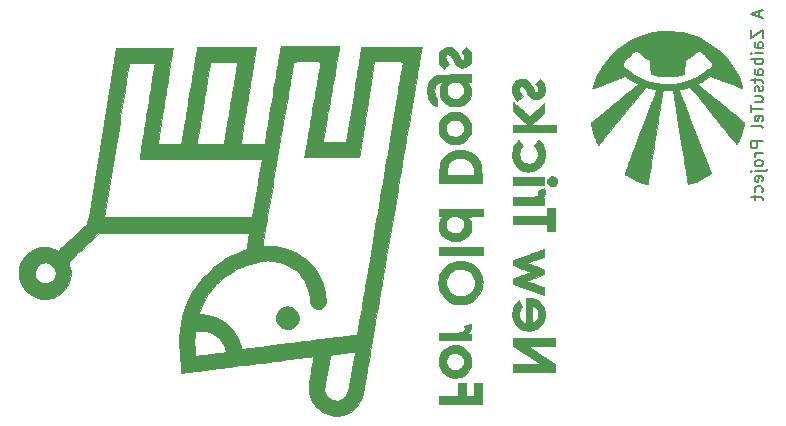
<source format=gbo>
G04 #@! TF.FileFunction,Legend,Bot*
%FSLAX46Y46*%
G04 Gerber Fmt 4.6, Leading zero omitted, Abs format (unit mm)*
G04 Created by KiCad (PCBNEW 4.0.5+dfsg1-4) date Sat Sep  8 02:59:27 2018*
%MOMM*%
%LPD*%
G01*
G04 APERTURE LIST*
%ADD10C,0.100000*%
%ADD11C,0.010000*%
%ADD12C,0.150000*%
G04 APERTURE END LIST*
D10*
D11*
G36*
X137210386Y-118054194D02*
X137287000Y-118047062D01*
X137588057Y-117994961D01*
X137867610Y-117908258D01*
X138129117Y-117785256D01*
X138376035Y-117624262D01*
X138611822Y-117423580D01*
X138664666Y-117371808D01*
X138865090Y-117149577D01*
X139027763Y-116921361D01*
X139157247Y-116679777D01*
X139258102Y-116417446D01*
X139262132Y-116404743D01*
X139269723Y-116377560D01*
X139279349Y-116337579D01*
X139291142Y-116284024D01*
X139305235Y-116216121D01*
X139321760Y-116133096D01*
X139340851Y-116034173D01*
X139362640Y-115918578D01*
X139387259Y-115785536D01*
X139414841Y-115634272D01*
X139445520Y-115464011D01*
X139479427Y-115273979D01*
X139516695Y-115063401D01*
X139557458Y-114831502D01*
X139601847Y-114577507D01*
X139649995Y-114300642D01*
X139702035Y-114000132D01*
X139758100Y-113675201D01*
X139818323Y-113325076D01*
X139882835Y-112948981D01*
X139951770Y-112546142D01*
X140025261Y-112115784D01*
X140103440Y-111657132D01*
X140186439Y-111169412D01*
X140274392Y-110651848D01*
X140367431Y-110103666D01*
X140465688Y-109524091D01*
X140569297Y-108912348D01*
X140678391Y-108267663D01*
X140793101Y-107589261D01*
X140913560Y-106876367D01*
X141039902Y-106128206D01*
X141172258Y-105344003D01*
X141310762Y-104522984D01*
X141455547Y-103664374D01*
X141606744Y-102767398D01*
X141764486Y-101831282D01*
X141928907Y-100855250D01*
X142100139Y-99838528D01*
X142165296Y-99451583D01*
X142286753Y-98730291D01*
X142406495Y-98019240D01*
X142524327Y-97319579D01*
X142640055Y-96632454D01*
X142753487Y-95959017D01*
X142864429Y-95300414D01*
X142972687Y-94657795D01*
X143078067Y-94032308D01*
X143180375Y-93425102D01*
X143279419Y-92837325D01*
X143375004Y-92270127D01*
X143466937Y-91724655D01*
X143555024Y-91202057D01*
X143639072Y-90703484D01*
X143718886Y-90230083D01*
X143794274Y-89783003D01*
X143865041Y-89363393D01*
X143930994Y-88972400D01*
X143991939Y-88611174D01*
X144047683Y-88280864D01*
X144098032Y-87982617D01*
X144142792Y-87717583D01*
X144181770Y-87486910D01*
X144214772Y-87291747D01*
X144241604Y-87133242D01*
X144262073Y-87012544D01*
X144275985Y-86930801D01*
X144283147Y-86889162D01*
X144284103Y-86883875D01*
X144296530Y-86825666D01*
X141744265Y-86825666D01*
X141419296Y-86825795D01*
X141106294Y-86826172D01*
X140807842Y-86826779D01*
X140526522Y-86827602D01*
X140264917Y-86828624D01*
X140025610Y-86829829D01*
X139811182Y-86831201D01*
X139624218Y-86832724D01*
X139467299Y-86834381D01*
X139343008Y-86836158D01*
X139253927Y-86838037D01*
X139202641Y-86840004D01*
X139190529Y-86841541D01*
X139187093Y-86863735D01*
X139177303Y-86925697D01*
X139161484Y-87025397D01*
X139139960Y-87160799D01*
X139113054Y-87329871D01*
X139081091Y-87530580D01*
X139044396Y-87760891D01*
X139003292Y-88018771D01*
X138958103Y-88302188D01*
X138909154Y-88609106D01*
X138856769Y-88937494D01*
X138801272Y-89285318D01*
X138742987Y-89650544D01*
X138682238Y-90031139D01*
X138619350Y-90425069D01*
X138554647Y-90830302D01*
X138550237Y-90857916D01*
X137911416Y-94858416D01*
X136928439Y-94863922D01*
X136728363Y-94864705D01*
X136541326Y-94864785D01*
X136371571Y-94864206D01*
X136223338Y-94863015D01*
X136100872Y-94861255D01*
X136008414Y-94858972D01*
X135950207Y-94856211D01*
X135930596Y-94853339D01*
X135933193Y-94831843D01*
X135942650Y-94771104D01*
X135958541Y-94673579D01*
X135980442Y-94541728D01*
X136007926Y-94378008D01*
X136040569Y-94184878D01*
X136077945Y-93964795D01*
X136119629Y-93720219D01*
X136165196Y-93453608D01*
X136214220Y-93167419D01*
X136266276Y-92864112D01*
X136320938Y-92546144D01*
X136377783Y-92215974D01*
X136436383Y-91876060D01*
X136496314Y-91528860D01*
X136557151Y-91176833D01*
X136618468Y-90822436D01*
X136679840Y-90468130D01*
X136740842Y-90116370D01*
X136801048Y-89769617D01*
X136860033Y-89430327D01*
X136917372Y-89100960D01*
X136972640Y-88783974D01*
X137025410Y-88481827D01*
X137075259Y-88196977D01*
X137121760Y-87931882D01*
X137164488Y-87689002D01*
X137203018Y-87470794D01*
X137236925Y-87279716D01*
X137265784Y-87118227D01*
X137289168Y-86988786D01*
X137306654Y-86893849D01*
X137316675Y-86841541D01*
X137328275Y-86783333D01*
X132360458Y-86783333D01*
X132349037Y-86841541D01*
X132344491Y-86868022D01*
X132333407Y-86934231D01*
X132316123Y-87038125D01*
X132292976Y-87177661D01*
X132264304Y-87350797D01*
X132230443Y-87555489D01*
X132191731Y-87789695D01*
X132148506Y-88051371D01*
X132101105Y-88338474D01*
X132049864Y-88648962D01*
X131995123Y-88980791D01*
X131937217Y-89331918D01*
X131876485Y-89700301D01*
X131813264Y-90083896D01*
X131747890Y-90480661D01*
X131680702Y-90888552D01*
X131668318Y-90963750D01*
X131600904Y-91372937D01*
X131535263Y-91771078D01*
X131471729Y-92156151D01*
X131410638Y-92526135D01*
X131352324Y-92879006D01*
X131297125Y-93212743D01*
X131245374Y-93525323D01*
X131197407Y-93814726D01*
X131153560Y-94078928D01*
X131114168Y-94315908D01*
X131079567Y-94523644D01*
X131050091Y-94700113D01*
X131026076Y-94843293D01*
X131007859Y-94951163D01*
X130995773Y-95021701D01*
X130990155Y-95052883D01*
X130989841Y-95054208D01*
X130978901Y-95060563D01*
X130948922Y-95065889D01*
X130896992Y-95070261D01*
X130820198Y-95073754D01*
X130715626Y-95076444D01*
X130580364Y-95078405D01*
X130411498Y-95079712D01*
X130206116Y-95080441D01*
X129962315Y-95080666D01*
X128943969Y-95080666D01*
X128955800Y-95022458D01*
X128961246Y-94991260D01*
X128972874Y-94921191D01*
X128990291Y-94814709D01*
X129013105Y-94674272D01*
X129040923Y-94502338D01*
X129073352Y-94301363D01*
X129110001Y-94073805D01*
X129150475Y-93822123D01*
X129194383Y-93548773D01*
X129241331Y-93256212D01*
X129290928Y-92946899D01*
X129342781Y-92623291D01*
X129396497Y-92287846D01*
X129451683Y-91943020D01*
X129507947Y-91591272D01*
X129564896Y-91235059D01*
X129622138Y-90876839D01*
X129679280Y-90519068D01*
X129735929Y-90164205D01*
X129791693Y-89814708D01*
X129846179Y-89473033D01*
X129898994Y-89141638D01*
X129949746Y-88822981D01*
X129998043Y-88519519D01*
X130043491Y-88233710D01*
X130085698Y-87968011D01*
X130124271Y-87724880D01*
X130158818Y-87506775D01*
X130188947Y-87316152D01*
X130214263Y-87155470D01*
X130234376Y-87027185D01*
X130248892Y-86933756D01*
X130257419Y-86877640D01*
X130259666Y-86861175D01*
X130257577Y-86855771D01*
X130249816Y-86850941D01*
X130234146Y-86846655D01*
X130208328Y-86842879D01*
X130170123Y-86839582D01*
X130117293Y-86836732D01*
X130047598Y-86834296D01*
X129958801Y-86832243D01*
X129848663Y-86830539D01*
X129714945Y-86829154D01*
X129555408Y-86828055D01*
X129367815Y-86827210D01*
X129149926Y-86826587D01*
X128899503Y-86826153D01*
X128614307Y-86825877D01*
X128292100Y-86825727D01*
X127930643Y-86825670D01*
X127783569Y-86825666D01*
X125307473Y-86825666D01*
X125296301Y-86873291D01*
X125291767Y-86898708D01*
X125280675Y-86963849D01*
X125263366Y-87066670D01*
X125240180Y-87205127D01*
X125211455Y-87377175D01*
X125177532Y-87580772D01*
X125138750Y-87813872D01*
X125095447Y-88074433D01*
X125047965Y-88360410D01*
X124996642Y-88669759D01*
X124941817Y-89000436D01*
X124883831Y-89350397D01*
X124823023Y-89717599D01*
X124759732Y-90099996D01*
X124694298Y-90495546D01*
X124627060Y-90902204D01*
X124618636Y-90953166D01*
X124551200Y-91361056D01*
X124485526Y-91758091D01*
X124421954Y-92142225D01*
X124360824Y-92511417D01*
X124302476Y-92863621D01*
X124247248Y-93196793D01*
X124195480Y-93508890D01*
X124147511Y-93797868D01*
X124103681Y-94061683D01*
X124064330Y-94298290D01*
X124029797Y-94505646D01*
X124000420Y-94681707D01*
X123976541Y-94824429D01*
X123958498Y-94931768D01*
X123946630Y-95001679D01*
X123941277Y-95032120D01*
X123941085Y-95033041D01*
X123939857Y-95038333D01*
X125239803Y-95038333D01*
X125251845Y-94980125D01*
X125256910Y-94951517D01*
X125268344Y-94884220D01*
X125285705Y-94780906D01*
X125308554Y-94644249D01*
X125336448Y-94476919D01*
X125368945Y-94281591D01*
X125405604Y-94060935D01*
X125445984Y-93817624D01*
X125489643Y-93554330D01*
X125536139Y-93273726D01*
X125585032Y-92978484D01*
X125635879Y-92671276D01*
X125688239Y-92354774D01*
X125741670Y-92031651D01*
X125795732Y-91704579D01*
X125849982Y-91376231D01*
X125903979Y-91049278D01*
X125957281Y-90726393D01*
X126009448Y-90410248D01*
X126060037Y-90103515D01*
X126108607Y-89808867D01*
X126154716Y-89528976D01*
X126197923Y-89266514D01*
X126237787Y-89024154D01*
X126273866Y-88804568D01*
X126305718Y-88610428D01*
X126332902Y-88444406D01*
X126354976Y-88309175D01*
X126371500Y-88207406D01*
X126382031Y-88141773D01*
X126386127Y-88114948D01*
X126386166Y-88114489D01*
X126406770Y-88110759D01*
X126466335Y-88107314D01*
X126561489Y-88104209D01*
X126688858Y-88101500D01*
X126845071Y-88099240D01*
X127026756Y-88097486D01*
X127230541Y-88096292D01*
X127453053Y-88095714D01*
X127539750Y-88095666D01*
X127756311Y-88095990D01*
X127959626Y-88096920D01*
X128145857Y-88098395D01*
X128311165Y-88100356D01*
X128451711Y-88102742D01*
X128563657Y-88105492D01*
X128643164Y-88108547D01*
X128686394Y-88111845D01*
X128693333Y-88113837D01*
X128689945Y-88136238D01*
X128680077Y-88197731D01*
X128664170Y-88295645D01*
X128642665Y-88427309D01*
X128616004Y-88590052D01*
X128584628Y-88781202D01*
X128548978Y-88998088D01*
X128509496Y-89238039D01*
X128466623Y-89498384D01*
X128420801Y-89776451D01*
X128372471Y-90069569D01*
X128322074Y-90375068D01*
X128270053Y-90690275D01*
X128216847Y-91012519D01*
X128162899Y-91339130D01*
X128108650Y-91667436D01*
X128054542Y-91994765D01*
X128001015Y-92318448D01*
X127948512Y-92635811D01*
X127897473Y-92944184D01*
X127848341Y-93240897D01*
X127801556Y-93523276D01*
X127757559Y-93788653D01*
X127716793Y-94034354D01*
X127679699Y-94257709D01*
X127646718Y-94456047D01*
X127618291Y-94626696D01*
X127594860Y-94766985D01*
X127576866Y-94874243D01*
X127564751Y-94945799D01*
X127558956Y-94978981D01*
X127558733Y-94980125D01*
X127546969Y-95038333D01*
X125239803Y-95038333D01*
X123939857Y-95038333D01*
X123930026Y-95080666D01*
X121935756Y-95080666D01*
X121950195Y-94990708D01*
X121957578Y-94944214D01*
X121970875Y-94859928D01*
X121989699Y-94740314D01*
X122013664Y-94587835D01*
X122042385Y-94404955D01*
X122075476Y-94194137D01*
X122112551Y-93957844D01*
X122153224Y-93698540D01*
X122197109Y-93418688D01*
X122243821Y-93120751D01*
X122292974Y-92807194D01*
X122344181Y-92480478D01*
X122397057Y-92143069D01*
X122451216Y-91797428D01*
X122506272Y-91446019D01*
X122561840Y-91091307D01*
X122617533Y-90735753D01*
X122672965Y-90381822D01*
X122727752Y-90031977D01*
X122781506Y-89688681D01*
X122833843Y-89354397D01*
X122884375Y-89031589D01*
X122932719Y-88722721D01*
X122978486Y-88430256D01*
X123021293Y-88156656D01*
X123060752Y-87904386D01*
X123096478Y-87675909D01*
X123128085Y-87473688D01*
X123155188Y-87300186D01*
X123177400Y-87157867D01*
X123194336Y-87049195D01*
X123205609Y-86976632D01*
X123210834Y-86942643D01*
X123211166Y-86940316D01*
X123190442Y-86939186D01*
X123130035Y-86938189D01*
X123032599Y-86937329D01*
X122900784Y-86936611D01*
X122737243Y-86936037D01*
X122544626Y-86935613D01*
X122325585Y-86935342D01*
X122082773Y-86935227D01*
X121818839Y-86935274D01*
X121536437Y-86935485D01*
X121238217Y-86935866D01*
X120926831Y-86936419D01*
X120793565Y-86936702D01*
X118375964Y-86942083D01*
X117187787Y-94357509D01*
X116093455Y-101187250D01*
X117440176Y-101187250D01*
X118473409Y-94710250D01*
X118556050Y-94192316D01*
X118637017Y-93685108D01*
X118716053Y-93190225D01*
X118792901Y-92709265D01*
X118867306Y-92243827D01*
X118939010Y-91795509D01*
X119007757Y-91365910D01*
X119073291Y-90956627D01*
X119135356Y-90569261D01*
X119193694Y-90205408D01*
X119248050Y-89866668D01*
X119298167Y-89554639D01*
X119343789Y-89270920D01*
X119384659Y-89017109D01*
X119420520Y-88794804D01*
X119451117Y-88605604D01*
X119476192Y-88451107D01*
X119495490Y-88332913D01*
X119508754Y-88252619D01*
X119515728Y-88211824D01*
X119516740Y-88206791D01*
X119527776Y-88200615D01*
X119557672Y-88195408D01*
X119609260Y-88191102D01*
X119685373Y-88187628D01*
X119788845Y-88184919D01*
X119922507Y-88182905D01*
X120089192Y-88181518D01*
X120291735Y-88180689D01*
X120532967Y-88180350D01*
X120609358Y-88180333D01*
X121691877Y-88180333D01*
X121679402Y-88249125D01*
X121674889Y-88276832D01*
X121664161Y-88344272D01*
X121647545Y-88449354D01*
X121625369Y-88589987D01*
X121597963Y-88764080D01*
X121565654Y-88969540D01*
X121528771Y-89204278D01*
X121487642Y-89466201D01*
X121442595Y-89753219D01*
X121393959Y-90063240D01*
X121342062Y-90394173D01*
X121287232Y-90743927D01*
X121229798Y-91110411D01*
X121170087Y-91491532D01*
X121108429Y-91885201D01*
X121052195Y-92244333D01*
X120989079Y-92647408D01*
X120927619Y-93039796D01*
X120868142Y-93419407D01*
X120810978Y-93784149D01*
X120756454Y-94131930D01*
X120704899Y-94460661D01*
X120656640Y-94768249D01*
X120612008Y-95052604D01*
X120571328Y-95311633D01*
X120534931Y-95543246D01*
X120503144Y-95745352D01*
X120476296Y-95915859D01*
X120454715Y-96052676D01*
X120438729Y-96153712D01*
X120428666Y-96216875D01*
X120424959Y-96239541D01*
X120412455Y-96308333D01*
X130768166Y-96308333D01*
X130755404Y-96387708D01*
X130750241Y-96418690D01*
X130738457Y-96488682D01*
X130720515Y-96594958D01*
X130696876Y-96734792D01*
X130668002Y-96905457D01*
X130634354Y-97104227D01*
X130596394Y-97328376D01*
X130554584Y-97575176D01*
X130509385Y-97841902D01*
X130461259Y-98125828D01*
X130410668Y-98424226D01*
X130358073Y-98734371D01*
X130336949Y-98858916D01*
X129931257Y-101250750D01*
X123729587Y-101255593D01*
X123121700Y-101256058D01*
X122554715Y-101256467D01*
X122027204Y-101256812D01*
X121537733Y-101257087D01*
X121084874Y-101257283D01*
X120667196Y-101257394D01*
X120283268Y-101257413D01*
X119931660Y-101257331D01*
X119610941Y-101257142D01*
X119319681Y-101256839D01*
X119056449Y-101256414D01*
X118819815Y-101255860D01*
X118608348Y-101255170D01*
X118420618Y-101254336D01*
X118255194Y-101253351D01*
X118110645Y-101252208D01*
X117985542Y-101250900D01*
X117878453Y-101249419D01*
X117787949Y-101247759D01*
X117712598Y-101245911D01*
X117650971Y-101243868D01*
X117601636Y-101241624D01*
X117563163Y-101239171D01*
X117534122Y-101236501D01*
X117513082Y-101233608D01*
X117498612Y-101230484D01*
X117489283Y-101227122D01*
X117484046Y-101223843D01*
X117440176Y-101187250D01*
X116093455Y-101187250D01*
X115999610Y-101772934D01*
X115927680Y-101842192D01*
X115900192Y-101867831D01*
X115844098Y-101919452D01*
X115762123Y-101994568D01*
X115656990Y-102090692D01*
X115531426Y-102205337D01*
X115388154Y-102336015D01*
X115229899Y-102480241D01*
X115059388Y-102635526D01*
X114879343Y-102799385D01*
X114755083Y-102912413D01*
X114569703Y-103081056D01*
X114391669Y-103243122D01*
X114223754Y-103396082D01*
X114068729Y-103537406D01*
X113929365Y-103664564D01*
X113808434Y-103775027D01*
X113708709Y-103866264D01*
X113632961Y-103935745D01*
X113583961Y-103980942D01*
X113567717Y-103996147D01*
X113481017Y-104078918D01*
X113408967Y-104036865D01*
X113353984Y-104008588D01*
X113275087Y-103972611D01*
X113188008Y-103936062D01*
X113175486Y-103931079D01*
X112878673Y-103834760D01*
X112583378Y-103780746D01*
X112289669Y-103769036D01*
X111997619Y-103799626D01*
X111707296Y-103872513D01*
X111418771Y-103987695D01*
X111389583Y-104001754D01*
X111133429Y-104149741D01*
X110904421Y-104327949D01*
X110704055Y-104532919D01*
X110533826Y-104761197D01*
X110395227Y-105009325D01*
X110289753Y-105273847D01*
X110218899Y-105551307D01*
X110184159Y-105838248D01*
X110185070Y-105931351D01*
X111536668Y-105931351D01*
X111561619Y-105756548D01*
X111622704Y-105587492D01*
X111720545Y-105429665D01*
X111779792Y-105360516D01*
X111927082Y-105232963D01*
X112090781Y-105142269D01*
X112266440Y-105089891D01*
X112449609Y-105077289D01*
X112589749Y-105094925D01*
X112775601Y-105154859D01*
X112940941Y-105250684D01*
X113081888Y-105379362D01*
X113194565Y-105537855D01*
X113221865Y-105589916D01*
X113254576Y-105659989D01*
X113275554Y-105716825D01*
X113287410Y-105773784D01*
X113292754Y-105844224D01*
X113294196Y-105941505D01*
X113294239Y-105960333D01*
X113293417Y-106063858D01*
X113288941Y-106138365D01*
X113278364Y-106197153D01*
X113259240Y-106253519D01*
X113229122Y-106320761D01*
X113227167Y-106324894D01*
X113127843Y-106489597D01*
X113002721Y-106625142D01*
X112857008Y-106730023D01*
X112695906Y-106802734D01*
X112524619Y-106841769D01*
X112348350Y-106845623D01*
X112172304Y-106812790D01*
X112001683Y-106741763D01*
X111932078Y-106699637D01*
X111785718Y-106578355D01*
X111672374Y-106435402D01*
X111592669Y-106276261D01*
X111547225Y-106106416D01*
X111536668Y-105931351D01*
X110185070Y-105931351D01*
X110187028Y-106131215D01*
X110229001Y-106426750D01*
X110269881Y-106591175D01*
X110372902Y-106874846D01*
X110511149Y-107136753D01*
X110682267Y-107374611D01*
X110883897Y-107586135D01*
X111113680Y-107769040D01*
X111369260Y-107921042D01*
X111648278Y-108039856D01*
X111819143Y-108092453D01*
X111903229Y-108113688D01*
X111977585Y-108128681D01*
X112052841Y-108138483D01*
X112139625Y-108144143D01*
X112248568Y-108146712D01*
X112373833Y-108147248D01*
X112547739Y-108144746D01*
X112692118Y-108135732D01*
X112819572Y-108117808D01*
X112942709Y-108088578D01*
X113074131Y-108045647D01*
X113226443Y-107986617D01*
X113233152Y-107983886D01*
X113476794Y-107862767D01*
X113708001Y-107705103D01*
X113921129Y-107516134D01*
X114110536Y-107301101D01*
X114270580Y-107065243D01*
X114321563Y-106973096D01*
X114442883Y-106696100D01*
X114524255Y-106410479D01*
X114565495Y-106119890D01*
X114566415Y-105827988D01*
X114526832Y-105538430D01*
X114446557Y-105254873D01*
X114413251Y-105168442D01*
X114358985Y-105036303D01*
X114482951Y-104919236D01*
X114518482Y-104886125D01*
X114582508Y-104826944D01*
X114672296Y-104744204D01*
X114785112Y-104640415D01*
X114918222Y-104518089D01*
X115068892Y-104379737D01*
X115234390Y-104227869D01*
X115411981Y-104064997D01*
X115598933Y-103893632D01*
X115792510Y-103716285D01*
X115800371Y-103709085D01*
X116993827Y-102616000D01*
X129670363Y-102616000D01*
X129658347Y-102674208D01*
X129651993Y-102709688D01*
X129639998Y-102781081D01*
X129623324Y-102882483D01*
X129602934Y-103007991D01*
X129579792Y-103151705D01*
X129554860Y-103307719D01*
X129550414Y-103335666D01*
X129525535Y-103491122D01*
X129502458Y-103633403D01*
X129482096Y-103757015D01*
X129465368Y-103856462D01*
X129453187Y-103926250D01*
X129446470Y-103960883D01*
X129445833Y-103963193D01*
X129423167Y-103979505D01*
X129368965Y-104004110D01*
X129292253Y-104033193D01*
X129232129Y-104053488D01*
X128730534Y-104236124D01*
X128235127Y-104458281D01*
X127751083Y-104717158D01*
X127283580Y-105009956D01*
X126837794Y-105333874D01*
X126777750Y-105381277D01*
X126653594Y-105485622D01*
X126509169Y-105615851D01*
X126351173Y-105765217D01*
X126186305Y-105926973D01*
X126021262Y-106094369D01*
X125862744Y-106260659D01*
X125717447Y-106419094D01*
X125592071Y-106562928D01*
X125530588Y-106637666D01*
X125176557Y-107113112D01*
X124861344Y-107604944D01*
X124585261Y-108112148D01*
X124348625Y-108633706D01*
X124151749Y-109168604D01*
X124079613Y-109420355D01*
X125391333Y-109420355D01*
X125398809Y-109388936D01*
X125419181Y-109327148D01*
X125449368Y-109243824D01*
X125486288Y-109147796D01*
X125487563Y-109144569D01*
X125707150Y-108643701D01*
X125958672Y-108170327D01*
X126241685Y-107724934D01*
X126555745Y-107308005D01*
X126900409Y-106920026D01*
X127275234Y-106561482D01*
X127679776Y-106232858D01*
X128113591Y-105934639D01*
X128576236Y-105667310D01*
X128746250Y-105580461D01*
X129070221Y-105431238D01*
X129404846Y-105297559D01*
X129744188Y-105180933D01*
X130082310Y-105082865D01*
X130413277Y-105004865D01*
X130731151Y-104948437D01*
X131029997Y-104915089D01*
X131303876Y-104906329D01*
X131390490Y-104909231D01*
X131780507Y-104947066D01*
X132157756Y-105018184D01*
X132519019Y-105121135D01*
X132861075Y-105254467D01*
X133180706Y-105416728D01*
X133474694Y-105606468D01*
X133739819Y-105822236D01*
X133972862Y-106062580D01*
X133987830Y-106080214D01*
X134198191Y-106355901D01*
X134378652Y-106648479D01*
X134530550Y-106961352D01*
X134655219Y-107297921D01*
X134753998Y-107661588D01*
X134828221Y-108055756D01*
X134860907Y-108302857D01*
X134879900Y-108447912D01*
X134901640Y-108559374D01*
X134929440Y-108645976D01*
X134966614Y-108716456D01*
X135016476Y-108779548D01*
X135057414Y-108820881D01*
X135156329Y-108903729D01*
X135253007Y-108957064D01*
X135360790Y-108985924D01*
X135493019Y-108995346D01*
X135519583Y-108995373D01*
X135695251Y-108979800D01*
X135842085Y-108934551D01*
X135963001Y-108857952D01*
X136060916Y-108748325D01*
X136116693Y-108652344D01*
X136145017Y-108590231D01*
X136162240Y-108535862D01*
X136170764Y-108475351D01*
X136172994Y-108394807D01*
X136172309Y-108331000D01*
X136164247Y-108182451D01*
X136145631Y-108004831D01*
X136118129Y-107809600D01*
X136083410Y-107608217D01*
X136043142Y-107412141D01*
X136030508Y-107357245D01*
X135904612Y-106908889D01*
X135745107Y-106485423D01*
X135552557Y-106087567D01*
X135327523Y-105716041D01*
X135070568Y-105371565D01*
X134782255Y-105054858D01*
X134463146Y-104766642D01*
X134113804Y-104507636D01*
X133734791Y-104278559D01*
X133551083Y-104183652D01*
X133114565Y-103992739D01*
X132664045Y-103841209D01*
X132202746Y-103730052D01*
X131921250Y-103683024D01*
X131813331Y-103670819D01*
X131684151Y-103660726D01*
X131541880Y-103652917D01*
X131394689Y-103647562D01*
X131250748Y-103644835D01*
X131118230Y-103644907D01*
X131005305Y-103647950D01*
X130920144Y-103654135D01*
X130878791Y-103661104D01*
X130831523Y-103670354D01*
X130812488Y-103661336D01*
X130810000Y-103645057D01*
X130813492Y-103621891D01*
X130823769Y-103558760D01*
X130840532Y-103457436D01*
X130863480Y-103319690D01*
X130892312Y-103147295D01*
X130926730Y-102942021D01*
X130966434Y-102705640D01*
X131011122Y-102439924D01*
X131060496Y-102146644D01*
X131114256Y-101827572D01*
X131172101Y-101484479D01*
X131233731Y-101119138D01*
X131298848Y-100733319D01*
X131367150Y-100328794D01*
X131438337Y-99907335D01*
X131512111Y-99470713D01*
X131588170Y-99020700D01*
X131666215Y-98559067D01*
X131745947Y-98087587D01*
X131827064Y-97608029D01*
X131909268Y-97122167D01*
X131992257Y-96631772D01*
X132075733Y-96138615D01*
X132159395Y-95644468D01*
X132242944Y-95151102D01*
X132326078Y-94660289D01*
X132408500Y-94173800D01*
X132489908Y-93693408D01*
X132570002Y-93220883D01*
X132648483Y-92757998D01*
X132725051Y-92306523D01*
X132799405Y-91868231D01*
X132871247Y-91444892D01*
X132940275Y-91038279D01*
X133006190Y-90650163D01*
X133068692Y-90282316D01*
X133127481Y-89936509D01*
X133182258Y-89614514D01*
X133232721Y-89318102D01*
X133278572Y-89049045D01*
X133319510Y-88809114D01*
X133355235Y-88600081D01*
X133385448Y-88423718D01*
X133409848Y-88281797D01*
X133428135Y-88176088D01*
X133440011Y-88108363D01*
X133445173Y-88080394D01*
X133445328Y-88079791D01*
X133455986Y-88073775D01*
X133485295Y-88068677D01*
X133536019Y-88064435D01*
X133610920Y-88060985D01*
X133712762Y-88058263D01*
X133844307Y-88056207D01*
X134008319Y-88054753D01*
X134207560Y-88053837D01*
X134444794Y-88053396D01*
X134598169Y-88053333D01*
X134848447Y-88053421D01*
X135059657Y-88053750D01*
X135235064Y-88054418D01*
X135377932Y-88055521D01*
X135491527Y-88057157D01*
X135579114Y-88059424D01*
X135643956Y-88062418D01*
X135689320Y-88066239D01*
X135718469Y-88070981D01*
X135734670Y-88076744D01*
X135741186Y-88083624D01*
X135741833Y-88087448D01*
X135738278Y-88110555D01*
X135727899Y-88172899D01*
X135711123Y-88272011D01*
X135688378Y-88405419D01*
X135660093Y-88570654D01*
X135626695Y-88765246D01*
X135588612Y-88986724D01*
X135546272Y-89232618D01*
X135500103Y-89500458D01*
X135450532Y-89787774D01*
X135397989Y-90092096D01*
X135342899Y-90410953D01*
X135285692Y-90741876D01*
X135226796Y-91082393D01*
X135166638Y-91430036D01*
X135105645Y-91782333D01*
X135044247Y-92136814D01*
X134982871Y-92491010D01*
X134921945Y-92842450D01*
X134861896Y-93188665D01*
X134803153Y-93527183D01*
X134746143Y-93855534D01*
X134691295Y-94171249D01*
X134639036Y-94471857D01*
X134589795Y-94754888D01*
X134543998Y-95017872D01*
X134502075Y-95258339D01*
X134464452Y-95473819D01*
X134431559Y-95661840D01*
X134403821Y-95819934D01*
X134381669Y-95945629D01*
X134365529Y-96036457D01*
X134355829Y-96089946D01*
X134353520Y-96101958D01*
X134341469Y-96160166D01*
X136669016Y-96160166D01*
X137033391Y-96160139D01*
X137357761Y-96160034D01*
X137644453Y-96159812D01*
X137895797Y-96159438D01*
X138114120Y-96158875D01*
X138301750Y-96158085D01*
X138461015Y-96157032D01*
X138594244Y-96155679D01*
X138703765Y-96153989D01*
X138791905Y-96151924D01*
X138860992Y-96149449D01*
X138913356Y-96146527D01*
X138951324Y-96143119D01*
X138977223Y-96139190D01*
X138993383Y-96134703D01*
X139002131Y-96129620D01*
X139005796Y-96123905D01*
X139006018Y-96123125D01*
X139010222Y-96098757D01*
X139020681Y-96034614D01*
X139037069Y-95932742D01*
X139059064Y-95795185D01*
X139086340Y-95623987D01*
X139118575Y-95421195D01*
X139155445Y-95188851D01*
X139196625Y-94929002D01*
X139241792Y-94643692D01*
X139290622Y-94334966D01*
X139342792Y-94004868D01*
X139397976Y-93655443D01*
X139455852Y-93288736D01*
X139516095Y-92906792D01*
X139578382Y-92511655D01*
X139642389Y-92105371D01*
X139648006Y-92069708D01*
X140280538Y-88053333D01*
X141493102Y-88053333D01*
X141749997Y-88053364D01*
X141967786Y-88053531D01*
X142149697Y-88053944D01*
X142298958Y-88054715D01*
X142418798Y-88055956D01*
X142512443Y-88057777D01*
X142583122Y-88060289D01*
X142634063Y-88063604D01*
X142668493Y-88067832D01*
X142689640Y-88073085D01*
X142700732Y-88079474D01*
X142704997Y-88087109D01*
X142705666Y-88095077D01*
X142702195Y-88118589D01*
X142691932Y-88182490D01*
X142675105Y-88285423D01*
X142651940Y-88426029D01*
X142622665Y-88602949D01*
X142587507Y-88814827D01*
X142546692Y-89060304D01*
X142500448Y-89338021D01*
X142449002Y-89646621D01*
X142392581Y-89984746D01*
X142331411Y-90351037D01*
X142265720Y-90744136D01*
X142195735Y-91162685D01*
X142121683Y-91605327D01*
X142043791Y-92070702D01*
X141962286Y-92557454D01*
X141877394Y-93064223D01*
X141789344Y-93589652D01*
X141698361Y-94132383D01*
X141604674Y-94691057D01*
X141508509Y-95264316D01*
X141410092Y-95850803D01*
X141309652Y-96449159D01*
X141207415Y-97058025D01*
X141202781Y-97085619D01*
X141096098Y-97720880D01*
X140989274Y-98357026D01*
X140882630Y-98992145D01*
X140776487Y-99624323D01*
X140671168Y-100251646D01*
X140566991Y-100872202D01*
X140464279Y-101484077D01*
X140363353Y-102085358D01*
X140264533Y-102674131D01*
X140168141Y-103248484D01*
X140074498Y-103806502D01*
X139983924Y-104346273D01*
X139896741Y-104865883D01*
X139813270Y-105363419D01*
X139733832Y-105836967D01*
X139658748Y-106284615D01*
X139588339Y-106704449D01*
X139522926Y-107094556D01*
X139462830Y-107453022D01*
X139408373Y-107777934D01*
X139359874Y-108067378D01*
X139317656Y-108319442D01*
X139282039Y-108532212D01*
X139273207Y-108585000D01*
X139203245Y-109002012D01*
X139138675Y-109384435D01*
X139079618Y-109731572D01*
X139026199Y-110042726D01*
X138978541Y-110317202D01*
X138936766Y-110554303D01*
X138900998Y-110753333D01*
X138871359Y-110913596D01*
X138847973Y-111034395D01*
X138830963Y-111115034D01*
X138820452Y-111154818D01*
X138818267Y-111159017D01*
X138782617Y-111174089D01*
X138720435Y-111188286D01*
X138668216Y-111195789D01*
X138630907Y-111200224D01*
X138554511Y-111209607D01*
X138441942Y-111223573D01*
X138296111Y-111241755D01*
X138119932Y-111263790D01*
X137916315Y-111289311D01*
X137688174Y-111317954D01*
X137438422Y-111349352D01*
X137169969Y-111383141D01*
X136885730Y-111418955D01*
X136588615Y-111456428D01*
X136292166Y-111493854D01*
X135927061Y-111539967D01*
X135531389Y-111589934D01*
X135112626Y-111642814D01*
X134678244Y-111697661D01*
X134235719Y-111753533D01*
X133792525Y-111809485D01*
X133356135Y-111864575D01*
X132934024Y-111917859D01*
X132533666Y-111968392D01*
X132162535Y-112015232D01*
X131921250Y-112045681D01*
X131617291Y-112084038D01*
X131318767Y-112121712D01*
X131029184Y-112158259D01*
X130752047Y-112193237D01*
X130490860Y-112226204D01*
X130249130Y-112256717D01*
X130030360Y-112284334D01*
X129838057Y-112308612D01*
X129675725Y-112329110D01*
X129546870Y-112345383D01*
X129454996Y-112356991D01*
X129427637Y-112360450D01*
X129306509Y-112375093D01*
X129200748Y-112386594D01*
X129117148Y-112394319D01*
X129062499Y-112397635D01*
X129043644Y-112396267D01*
X129035569Y-112372003D01*
X129019442Y-112316086D01*
X128997899Y-112237824D01*
X128981856Y-112177935D01*
X128862692Y-111799868D01*
X128711575Y-111446754D01*
X128525999Y-111113131D01*
X128418309Y-110950207D01*
X128306994Y-110804662D01*
X128169590Y-110647132D01*
X128015272Y-110486631D01*
X127853215Y-110332174D01*
X127692594Y-110192775D01*
X127542584Y-110077446D01*
X127500607Y-110048614D01*
X127168622Y-109852434D01*
X126821412Y-109694157D01*
X126462234Y-109574784D01*
X126094343Y-109495318D01*
X125720993Y-109456760D01*
X125565958Y-109453007D01*
X125477879Y-109451555D01*
X125424480Y-109446468D01*
X125398165Y-109436324D01*
X125391333Y-109420355D01*
X124079613Y-109420355D01*
X123994949Y-109715824D01*
X123878538Y-110274353D01*
X123802831Y-110843173D01*
X123768144Y-111421268D01*
X123772677Y-111821282D01*
X125053113Y-111821282D01*
X125054831Y-111691443D01*
X125059931Y-111542619D01*
X125067738Y-111385857D01*
X125077583Y-111232200D01*
X125088793Y-111092694D01*
X125100696Y-110978383D01*
X125107313Y-110930136D01*
X125119574Y-110851690D01*
X125260745Y-110842903D01*
X125430832Y-110836801D01*
X125605833Y-110838476D01*
X125774659Y-110847293D01*
X125926220Y-110862615D01*
X126049425Y-110883805D01*
X126072859Y-110889513D01*
X126375564Y-110988554D01*
X126652605Y-111119831D01*
X126902574Y-111282233D01*
X127124068Y-111474648D01*
X127315680Y-111695963D01*
X127476005Y-111945067D01*
X127524033Y-112037723D01*
X127565462Y-112130239D01*
X127607796Y-112237850D01*
X127647673Y-112350388D01*
X127681728Y-112457681D01*
X127706598Y-112549561D01*
X127718919Y-112615858D01*
X127719666Y-112629242D01*
X127719843Y-112641061D01*
X127717713Y-112650906D01*
X127709281Y-112659480D01*
X127690558Y-112667488D01*
X127657548Y-112675635D01*
X127606260Y-112684624D01*
X127532702Y-112695161D01*
X127432880Y-112707950D01*
X127302801Y-112723696D01*
X127138475Y-112743102D01*
X126947083Y-112765562D01*
X126604770Y-112805779D01*
X126303317Y-112841254D01*
X126041532Y-112872129D01*
X125818224Y-112898545D01*
X125632202Y-112920644D01*
X125482275Y-112938566D01*
X125367251Y-112952453D01*
X125285939Y-112962446D01*
X125264333Y-112965163D01*
X125193376Y-112973307D01*
X125141571Y-112977629D01*
X125120638Y-112977270D01*
X125115912Y-112953814D01*
X125109754Y-112894624D01*
X125102550Y-112806262D01*
X125094681Y-112695287D01*
X125086531Y-112568260D01*
X125078484Y-112431743D01*
X125070923Y-112292295D01*
X125064230Y-112156478D01*
X125058789Y-112030851D01*
X125054984Y-111921977D01*
X125053197Y-111836415D01*
X125053113Y-111821282D01*
X123772677Y-111821282D01*
X123774790Y-112007623D01*
X123790082Y-112257416D01*
X123799327Y-112382535D01*
X123810696Y-112541801D01*
X123823631Y-112727114D01*
X123837579Y-112930375D01*
X123851982Y-113143483D01*
X123866284Y-113358337D01*
X123879432Y-113559166D01*
X123891555Y-113744960D01*
X123902920Y-113917037D01*
X123913225Y-114070939D01*
X123922162Y-114202208D01*
X123929429Y-114306385D01*
X123934719Y-114379012D01*
X123937729Y-114415631D01*
X123938226Y-114419197D01*
X123959201Y-114417148D01*
X124018349Y-114410247D01*
X124111844Y-114398965D01*
X124235863Y-114383773D01*
X124386580Y-114365145D01*
X124560171Y-114343551D01*
X124752811Y-114319464D01*
X124960675Y-114293356D01*
X125084416Y-114277762D01*
X125273144Y-114253955D01*
X125498859Y-114225491D01*
X125756547Y-114193003D01*
X126041193Y-114157122D01*
X126347783Y-114118480D01*
X126671303Y-114077710D01*
X127006738Y-114035442D01*
X127349073Y-113992310D01*
X127693294Y-113948944D01*
X128034387Y-113905977D01*
X128367338Y-113864041D01*
X128428750Y-113856306D01*
X128945386Y-113791236D01*
X129453279Y-113727258D01*
X129950365Y-113664633D01*
X130434578Y-113603621D01*
X130903855Y-113544483D01*
X131356131Y-113487479D01*
X131789343Y-113432869D01*
X132201425Y-113380913D01*
X132590314Y-113331873D01*
X132953945Y-113286007D01*
X133290254Y-113243577D01*
X133597177Y-113204843D01*
X133872650Y-113170065D01*
X134114608Y-113139504D01*
X134320986Y-113113419D01*
X134489722Y-113092071D01*
X134618750Y-113075721D01*
X134630583Y-113074219D01*
X134769007Y-113056982D01*
X134892745Y-113042211D01*
X134995847Y-113030563D01*
X135072362Y-113022697D01*
X135116342Y-113019270D01*
X135124612Y-113019590D01*
X135122531Y-113041177D01*
X135114017Y-113100850D01*
X135099656Y-113194946D01*
X135080034Y-113319805D01*
X135055735Y-113471763D01*
X135027346Y-113647158D01*
X134995450Y-113842330D01*
X134960634Y-114053615D01*
X134926151Y-114261335D01*
X134883153Y-114519689D01*
X134846650Y-114740089D01*
X134816150Y-114926332D01*
X134791159Y-115082216D01*
X134771184Y-115211540D01*
X134755735Y-115318101D01*
X134744317Y-115405697D01*
X134736439Y-115478127D01*
X134731608Y-115539188D01*
X134729331Y-115592679D01*
X134729117Y-115642398D01*
X134730471Y-115692142D01*
X134732902Y-115745710D01*
X134733111Y-115749916D01*
X134735426Y-115774598D01*
X136038166Y-115774598D01*
X136041966Y-115742340D01*
X136052851Y-115673436D01*
X136070046Y-115572023D01*
X136092778Y-115442244D01*
X136120273Y-115288239D01*
X136151757Y-115114147D01*
X136186457Y-114924110D01*
X136223598Y-114722268D01*
X136262408Y-114512761D01*
X136302112Y-114299729D01*
X136341936Y-114087314D01*
X136381107Y-113879655D01*
X136418852Y-113680893D01*
X136454395Y-113495169D01*
X136486964Y-113326622D01*
X136515784Y-113179393D01*
X136540082Y-113057623D01*
X136559085Y-112965452D01*
X136572018Y-112907021D01*
X136577865Y-112886653D01*
X136599550Y-112882239D01*
X136658243Y-112873278D01*
X136748939Y-112860413D01*
X136866634Y-112844289D01*
X137006321Y-112825549D01*
X137162996Y-112804836D01*
X137331653Y-112782794D01*
X137507287Y-112760066D01*
X137684892Y-112737295D01*
X137859464Y-112715126D01*
X138025996Y-112694201D01*
X138179484Y-112675164D01*
X138314922Y-112658658D01*
X138427306Y-112645328D01*
X138511629Y-112635816D01*
X138562886Y-112630765D01*
X138573278Y-112630131D01*
X138629354Y-112630726D01*
X138653292Y-112640177D01*
X138655173Y-112664225D01*
X138652872Y-112675458D01*
X138647515Y-112703597D01*
X138635397Y-112770061D01*
X138617117Y-112871486D01*
X138593275Y-113004510D01*
X138564471Y-113165769D01*
X138531306Y-113351900D01*
X138494379Y-113559539D01*
X138454289Y-113785324D01*
X138411638Y-114025890D01*
X138367025Y-114277874D01*
X138366856Y-114278833D01*
X138321645Y-114533684D01*
X138277853Y-114779220D01*
X138236140Y-115011819D01*
X138197167Y-115227858D01*
X138161593Y-115423715D01*
X138130079Y-115595765D01*
X138103286Y-115740388D01*
X138081874Y-115853958D01*
X138066504Y-115932855D01*
X138058166Y-115972119D01*
X137992864Y-116162217D01*
X137893265Y-116330854D01*
X137756109Y-116483694D01*
X137586653Y-116616951D01*
X137407234Y-116710443D01*
X137220652Y-116763708D01*
X137029710Y-116776283D01*
X136837208Y-116747706D01*
X136645946Y-116677514D01*
X136629989Y-116669690D01*
X136476823Y-116573130D01*
X136338887Y-116447625D01*
X136221158Y-116300698D01*
X136128610Y-116139876D01*
X136066220Y-115972685D01*
X136038964Y-115806650D01*
X136038166Y-115774598D01*
X134735426Y-115774598D01*
X134763006Y-116068568D01*
X134820615Y-116358225D01*
X134907698Y-116623336D01*
X135026012Y-116868347D01*
X135177315Y-117097708D01*
X135343944Y-117295280D01*
X135565127Y-117503559D01*
X135809413Y-117681627D01*
X136072030Y-117827638D01*
X136348208Y-117939747D01*
X136633174Y-118016106D01*
X136922157Y-118054871D01*
X137210386Y-118054194D01*
X137210386Y-118054194D01*
G37*
X137210386Y-118054194D02*
X137287000Y-118047062D01*
X137588057Y-117994961D01*
X137867610Y-117908258D01*
X138129117Y-117785256D01*
X138376035Y-117624262D01*
X138611822Y-117423580D01*
X138664666Y-117371808D01*
X138865090Y-117149577D01*
X139027763Y-116921361D01*
X139157247Y-116679777D01*
X139258102Y-116417446D01*
X139262132Y-116404743D01*
X139269723Y-116377560D01*
X139279349Y-116337579D01*
X139291142Y-116284024D01*
X139305235Y-116216121D01*
X139321760Y-116133096D01*
X139340851Y-116034173D01*
X139362640Y-115918578D01*
X139387259Y-115785536D01*
X139414841Y-115634272D01*
X139445520Y-115464011D01*
X139479427Y-115273979D01*
X139516695Y-115063401D01*
X139557458Y-114831502D01*
X139601847Y-114577507D01*
X139649995Y-114300642D01*
X139702035Y-114000132D01*
X139758100Y-113675201D01*
X139818323Y-113325076D01*
X139882835Y-112948981D01*
X139951770Y-112546142D01*
X140025261Y-112115784D01*
X140103440Y-111657132D01*
X140186439Y-111169412D01*
X140274392Y-110651848D01*
X140367431Y-110103666D01*
X140465688Y-109524091D01*
X140569297Y-108912348D01*
X140678391Y-108267663D01*
X140793101Y-107589261D01*
X140913560Y-106876367D01*
X141039902Y-106128206D01*
X141172258Y-105344003D01*
X141310762Y-104522984D01*
X141455547Y-103664374D01*
X141606744Y-102767398D01*
X141764486Y-101831282D01*
X141928907Y-100855250D01*
X142100139Y-99838528D01*
X142165296Y-99451583D01*
X142286753Y-98730291D01*
X142406495Y-98019240D01*
X142524327Y-97319579D01*
X142640055Y-96632454D01*
X142753487Y-95959017D01*
X142864429Y-95300414D01*
X142972687Y-94657795D01*
X143078067Y-94032308D01*
X143180375Y-93425102D01*
X143279419Y-92837325D01*
X143375004Y-92270127D01*
X143466937Y-91724655D01*
X143555024Y-91202057D01*
X143639072Y-90703484D01*
X143718886Y-90230083D01*
X143794274Y-89783003D01*
X143865041Y-89363393D01*
X143930994Y-88972400D01*
X143991939Y-88611174D01*
X144047683Y-88280864D01*
X144098032Y-87982617D01*
X144142792Y-87717583D01*
X144181770Y-87486910D01*
X144214772Y-87291747D01*
X144241604Y-87133242D01*
X144262073Y-87012544D01*
X144275985Y-86930801D01*
X144283147Y-86889162D01*
X144284103Y-86883875D01*
X144296530Y-86825666D01*
X141744265Y-86825666D01*
X141419296Y-86825795D01*
X141106294Y-86826172D01*
X140807842Y-86826779D01*
X140526522Y-86827602D01*
X140264917Y-86828624D01*
X140025610Y-86829829D01*
X139811182Y-86831201D01*
X139624218Y-86832724D01*
X139467299Y-86834381D01*
X139343008Y-86836158D01*
X139253927Y-86838037D01*
X139202641Y-86840004D01*
X139190529Y-86841541D01*
X139187093Y-86863735D01*
X139177303Y-86925697D01*
X139161484Y-87025397D01*
X139139960Y-87160799D01*
X139113054Y-87329871D01*
X139081091Y-87530580D01*
X139044396Y-87760891D01*
X139003292Y-88018771D01*
X138958103Y-88302188D01*
X138909154Y-88609106D01*
X138856769Y-88937494D01*
X138801272Y-89285318D01*
X138742987Y-89650544D01*
X138682238Y-90031139D01*
X138619350Y-90425069D01*
X138554647Y-90830302D01*
X138550237Y-90857916D01*
X137911416Y-94858416D01*
X136928439Y-94863922D01*
X136728363Y-94864705D01*
X136541326Y-94864785D01*
X136371571Y-94864206D01*
X136223338Y-94863015D01*
X136100872Y-94861255D01*
X136008414Y-94858972D01*
X135950207Y-94856211D01*
X135930596Y-94853339D01*
X135933193Y-94831843D01*
X135942650Y-94771104D01*
X135958541Y-94673579D01*
X135980442Y-94541728D01*
X136007926Y-94378008D01*
X136040569Y-94184878D01*
X136077945Y-93964795D01*
X136119629Y-93720219D01*
X136165196Y-93453608D01*
X136214220Y-93167419D01*
X136266276Y-92864112D01*
X136320938Y-92546144D01*
X136377783Y-92215974D01*
X136436383Y-91876060D01*
X136496314Y-91528860D01*
X136557151Y-91176833D01*
X136618468Y-90822436D01*
X136679840Y-90468130D01*
X136740842Y-90116370D01*
X136801048Y-89769617D01*
X136860033Y-89430327D01*
X136917372Y-89100960D01*
X136972640Y-88783974D01*
X137025410Y-88481827D01*
X137075259Y-88196977D01*
X137121760Y-87931882D01*
X137164488Y-87689002D01*
X137203018Y-87470794D01*
X137236925Y-87279716D01*
X137265784Y-87118227D01*
X137289168Y-86988786D01*
X137306654Y-86893849D01*
X137316675Y-86841541D01*
X137328275Y-86783333D01*
X132360458Y-86783333D01*
X132349037Y-86841541D01*
X132344491Y-86868022D01*
X132333407Y-86934231D01*
X132316123Y-87038125D01*
X132292976Y-87177661D01*
X132264304Y-87350797D01*
X132230443Y-87555489D01*
X132191731Y-87789695D01*
X132148506Y-88051371D01*
X132101105Y-88338474D01*
X132049864Y-88648962D01*
X131995123Y-88980791D01*
X131937217Y-89331918D01*
X131876485Y-89700301D01*
X131813264Y-90083896D01*
X131747890Y-90480661D01*
X131680702Y-90888552D01*
X131668318Y-90963750D01*
X131600904Y-91372937D01*
X131535263Y-91771078D01*
X131471729Y-92156151D01*
X131410638Y-92526135D01*
X131352324Y-92879006D01*
X131297125Y-93212743D01*
X131245374Y-93525323D01*
X131197407Y-93814726D01*
X131153560Y-94078928D01*
X131114168Y-94315908D01*
X131079567Y-94523644D01*
X131050091Y-94700113D01*
X131026076Y-94843293D01*
X131007859Y-94951163D01*
X130995773Y-95021701D01*
X130990155Y-95052883D01*
X130989841Y-95054208D01*
X130978901Y-95060563D01*
X130948922Y-95065889D01*
X130896992Y-95070261D01*
X130820198Y-95073754D01*
X130715626Y-95076444D01*
X130580364Y-95078405D01*
X130411498Y-95079712D01*
X130206116Y-95080441D01*
X129962315Y-95080666D01*
X128943969Y-95080666D01*
X128955800Y-95022458D01*
X128961246Y-94991260D01*
X128972874Y-94921191D01*
X128990291Y-94814709D01*
X129013105Y-94674272D01*
X129040923Y-94502338D01*
X129073352Y-94301363D01*
X129110001Y-94073805D01*
X129150475Y-93822123D01*
X129194383Y-93548773D01*
X129241331Y-93256212D01*
X129290928Y-92946899D01*
X129342781Y-92623291D01*
X129396497Y-92287846D01*
X129451683Y-91943020D01*
X129507947Y-91591272D01*
X129564896Y-91235059D01*
X129622138Y-90876839D01*
X129679280Y-90519068D01*
X129735929Y-90164205D01*
X129791693Y-89814708D01*
X129846179Y-89473033D01*
X129898994Y-89141638D01*
X129949746Y-88822981D01*
X129998043Y-88519519D01*
X130043491Y-88233710D01*
X130085698Y-87968011D01*
X130124271Y-87724880D01*
X130158818Y-87506775D01*
X130188947Y-87316152D01*
X130214263Y-87155470D01*
X130234376Y-87027185D01*
X130248892Y-86933756D01*
X130257419Y-86877640D01*
X130259666Y-86861175D01*
X130257577Y-86855771D01*
X130249816Y-86850941D01*
X130234146Y-86846655D01*
X130208328Y-86842879D01*
X130170123Y-86839582D01*
X130117293Y-86836732D01*
X130047598Y-86834296D01*
X129958801Y-86832243D01*
X129848663Y-86830539D01*
X129714945Y-86829154D01*
X129555408Y-86828055D01*
X129367815Y-86827210D01*
X129149926Y-86826587D01*
X128899503Y-86826153D01*
X128614307Y-86825877D01*
X128292100Y-86825727D01*
X127930643Y-86825670D01*
X127783569Y-86825666D01*
X125307473Y-86825666D01*
X125296301Y-86873291D01*
X125291767Y-86898708D01*
X125280675Y-86963849D01*
X125263366Y-87066670D01*
X125240180Y-87205127D01*
X125211455Y-87377175D01*
X125177532Y-87580772D01*
X125138750Y-87813872D01*
X125095447Y-88074433D01*
X125047965Y-88360410D01*
X124996642Y-88669759D01*
X124941817Y-89000436D01*
X124883831Y-89350397D01*
X124823023Y-89717599D01*
X124759732Y-90099996D01*
X124694298Y-90495546D01*
X124627060Y-90902204D01*
X124618636Y-90953166D01*
X124551200Y-91361056D01*
X124485526Y-91758091D01*
X124421954Y-92142225D01*
X124360824Y-92511417D01*
X124302476Y-92863621D01*
X124247248Y-93196793D01*
X124195480Y-93508890D01*
X124147511Y-93797868D01*
X124103681Y-94061683D01*
X124064330Y-94298290D01*
X124029797Y-94505646D01*
X124000420Y-94681707D01*
X123976541Y-94824429D01*
X123958498Y-94931768D01*
X123946630Y-95001679D01*
X123941277Y-95032120D01*
X123941085Y-95033041D01*
X123939857Y-95038333D01*
X125239803Y-95038333D01*
X125251845Y-94980125D01*
X125256910Y-94951517D01*
X125268344Y-94884220D01*
X125285705Y-94780906D01*
X125308554Y-94644249D01*
X125336448Y-94476919D01*
X125368945Y-94281591D01*
X125405604Y-94060935D01*
X125445984Y-93817624D01*
X125489643Y-93554330D01*
X125536139Y-93273726D01*
X125585032Y-92978484D01*
X125635879Y-92671276D01*
X125688239Y-92354774D01*
X125741670Y-92031651D01*
X125795732Y-91704579D01*
X125849982Y-91376231D01*
X125903979Y-91049278D01*
X125957281Y-90726393D01*
X126009448Y-90410248D01*
X126060037Y-90103515D01*
X126108607Y-89808867D01*
X126154716Y-89528976D01*
X126197923Y-89266514D01*
X126237787Y-89024154D01*
X126273866Y-88804568D01*
X126305718Y-88610428D01*
X126332902Y-88444406D01*
X126354976Y-88309175D01*
X126371500Y-88207406D01*
X126382031Y-88141773D01*
X126386127Y-88114948D01*
X126386166Y-88114489D01*
X126406770Y-88110759D01*
X126466335Y-88107314D01*
X126561489Y-88104209D01*
X126688858Y-88101500D01*
X126845071Y-88099240D01*
X127026756Y-88097486D01*
X127230541Y-88096292D01*
X127453053Y-88095714D01*
X127539750Y-88095666D01*
X127756311Y-88095990D01*
X127959626Y-88096920D01*
X128145857Y-88098395D01*
X128311165Y-88100356D01*
X128451711Y-88102742D01*
X128563657Y-88105492D01*
X128643164Y-88108547D01*
X128686394Y-88111845D01*
X128693333Y-88113837D01*
X128689945Y-88136238D01*
X128680077Y-88197731D01*
X128664170Y-88295645D01*
X128642665Y-88427309D01*
X128616004Y-88590052D01*
X128584628Y-88781202D01*
X128548978Y-88998088D01*
X128509496Y-89238039D01*
X128466623Y-89498384D01*
X128420801Y-89776451D01*
X128372471Y-90069569D01*
X128322074Y-90375068D01*
X128270053Y-90690275D01*
X128216847Y-91012519D01*
X128162899Y-91339130D01*
X128108650Y-91667436D01*
X128054542Y-91994765D01*
X128001015Y-92318448D01*
X127948512Y-92635811D01*
X127897473Y-92944184D01*
X127848341Y-93240897D01*
X127801556Y-93523276D01*
X127757559Y-93788653D01*
X127716793Y-94034354D01*
X127679699Y-94257709D01*
X127646718Y-94456047D01*
X127618291Y-94626696D01*
X127594860Y-94766985D01*
X127576866Y-94874243D01*
X127564751Y-94945799D01*
X127558956Y-94978981D01*
X127558733Y-94980125D01*
X127546969Y-95038333D01*
X125239803Y-95038333D01*
X123939857Y-95038333D01*
X123930026Y-95080666D01*
X121935756Y-95080666D01*
X121950195Y-94990708D01*
X121957578Y-94944214D01*
X121970875Y-94859928D01*
X121989699Y-94740314D01*
X122013664Y-94587835D01*
X122042385Y-94404955D01*
X122075476Y-94194137D01*
X122112551Y-93957844D01*
X122153224Y-93698540D01*
X122197109Y-93418688D01*
X122243821Y-93120751D01*
X122292974Y-92807194D01*
X122344181Y-92480478D01*
X122397057Y-92143069D01*
X122451216Y-91797428D01*
X122506272Y-91446019D01*
X122561840Y-91091307D01*
X122617533Y-90735753D01*
X122672965Y-90381822D01*
X122727752Y-90031977D01*
X122781506Y-89688681D01*
X122833843Y-89354397D01*
X122884375Y-89031589D01*
X122932719Y-88722721D01*
X122978486Y-88430256D01*
X123021293Y-88156656D01*
X123060752Y-87904386D01*
X123096478Y-87675909D01*
X123128085Y-87473688D01*
X123155188Y-87300186D01*
X123177400Y-87157867D01*
X123194336Y-87049195D01*
X123205609Y-86976632D01*
X123210834Y-86942643D01*
X123211166Y-86940316D01*
X123190442Y-86939186D01*
X123130035Y-86938189D01*
X123032599Y-86937329D01*
X122900784Y-86936611D01*
X122737243Y-86936037D01*
X122544626Y-86935613D01*
X122325585Y-86935342D01*
X122082773Y-86935227D01*
X121818839Y-86935274D01*
X121536437Y-86935485D01*
X121238217Y-86935866D01*
X120926831Y-86936419D01*
X120793565Y-86936702D01*
X118375964Y-86942083D01*
X117187787Y-94357509D01*
X116093455Y-101187250D01*
X117440176Y-101187250D01*
X118473409Y-94710250D01*
X118556050Y-94192316D01*
X118637017Y-93685108D01*
X118716053Y-93190225D01*
X118792901Y-92709265D01*
X118867306Y-92243827D01*
X118939010Y-91795509D01*
X119007757Y-91365910D01*
X119073291Y-90956627D01*
X119135356Y-90569261D01*
X119193694Y-90205408D01*
X119248050Y-89866668D01*
X119298167Y-89554639D01*
X119343789Y-89270920D01*
X119384659Y-89017109D01*
X119420520Y-88794804D01*
X119451117Y-88605604D01*
X119476192Y-88451107D01*
X119495490Y-88332913D01*
X119508754Y-88252619D01*
X119515728Y-88211824D01*
X119516740Y-88206791D01*
X119527776Y-88200615D01*
X119557672Y-88195408D01*
X119609260Y-88191102D01*
X119685373Y-88187628D01*
X119788845Y-88184919D01*
X119922507Y-88182905D01*
X120089192Y-88181518D01*
X120291735Y-88180689D01*
X120532967Y-88180350D01*
X120609358Y-88180333D01*
X121691877Y-88180333D01*
X121679402Y-88249125D01*
X121674889Y-88276832D01*
X121664161Y-88344272D01*
X121647545Y-88449354D01*
X121625369Y-88589987D01*
X121597963Y-88764080D01*
X121565654Y-88969540D01*
X121528771Y-89204278D01*
X121487642Y-89466201D01*
X121442595Y-89753219D01*
X121393959Y-90063240D01*
X121342062Y-90394173D01*
X121287232Y-90743927D01*
X121229798Y-91110411D01*
X121170087Y-91491532D01*
X121108429Y-91885201D01*
X121052195Y-92244333D01*
X120989079Y-92647408D01*
X120927619Y-93039796D01*
X120868142Y-93419407D01*
X120810978Y-93784149D01*
X120756454Y-94131930D01*
X120704899Y-94460661D01*
X120656640Y-94768249D01*
X120612008Y-95052604D01*
X120571328Y-95311633D01*
X120534931Y-95543246D01*
X120503144Y-95745352D01*
X120476296Y-95915859D01*
X120454715Y-96052676D01*
X120438729Y-96153712D01*
X120428666Y-96216875D01*
X120424959Y-96239541D01*
X120412455Y-96308333D01*
X130768166Y-96308333D01*
X130755404Y-96387708D01*
X130750241Y-96418690D01*
X130738457Y-96488682D01*
X130720515Y-96594958D01*
X130696876Y-96734792D01*
X130668002Y-96905457D01*
X130634354Y-97104227D01*
X130596394Y-97328376D01*
X130554584Y-97575176D01*
X130509385Y-97841902D01*
X130461259Y-98125828D01*
X130410668Y-98424226D01*
X130358073Y-98734371D01*
X130336949Y-98858916D01*
X129931257Y-101250750D01*
X123729587Y-101255593D01*
X123121700Y-101256058D01*
X122554715Y-101256467D01*
X122027204Y-101256812D01*
X121537733Y-101257087D01*
X121084874Y-101257283D01*
X120667196Y-101257394D01*
X120283268Y-101257413D01*
X119931660Y-101257331D01*
X119610941Y-101257142D01*
X119319681Y-101256839D01*
X119056449Y-101256414D01*
X118819815Y-101255860D01*
X118608348Y-101255170D01*
X118420618Y-101254336D01*
X118255194Y-101253351D01*
X118110645Y-101252208D01*
X117985542Y-101250900D01*
X117878453Y-101249419D01*
X117787949Y-101247759D01*
X117712598Y-101245911D01*
X117650971Y-101243868D01*
X117601636Y-101241624D01*
X117563163Y-101239171D01*
X117534122Y-101236501D01*
X117513082Y-101233608D01*
X117498612Y-101230484D01*
X117489283Y-101227122D01*
X117484046Y-101223843D01*
X117440176Y-101187250D01*
X116093455Y-101187250D01*
X115999610Y-101772934D01*
X115927680Y-101842192D01*
X115900192Y-101867831D01*
X115844098Y-101919452D01*
X115762123Y-101994568D01*
X115656990Y-102090692D01*
X115531426Y-102205337D01*
X115388154Y-102336015D01*
X115229899Y-102480241D01*
X115059388Y-102635526D01*
X114879343Y-102799385D01*
X114755083Y-102912413D01*
X114569703Y-103081056D01*
X114391669Y-103243122D01*
X114223754Y-103396082D01*
X114068729Y-103537406D01*
X113929365Y-103664564D01*
X113808434Y-103775027D01*
X113708709Y-103866264D01*
X113632961Y-103935745D01*
X113583961Y-103980942D01*
X113567717Y-103996147D01*
X113481017Y-104078918D01*
X113408967Y-104036865D01*
X113353984Y-104008588D01*
X113275087Y-103972611D01*
X113188008Y-103936062D01*
X113175486Y-103931079D01*
X112878673Y-103834760D01*
X112583378Y-103780746D01*
X112289669Y-103769036D01*
X111997619Y-103799626D01*
X111707296Y-103872513D01*
X111418771Y-103987695D01*
X111389583Y-104001754D01*
X111133429Y-104149741D01*
X110904421Y-104327949D01*
X110704055Y-104532919D01*
X110533826Y-104761197D01*
X110395227Y-105009325D01*
X110289753Y-105273847D01*
X110218899Y-105551307D01*
X110184159Y-105838248D01*
X110185070Y-105931351D01*
X111536668Y-105931351D01*
X111561619Y-105756548D01*
X111622704Y-105587492D01*
X111720545Y-105429665D01*
X111779792Y-105360516D01*
X111927082Y-105232963D01*
X112090781Y-105142269D01*
X112266440Y-105089891D01*
X112449609Y-105077289D01*
X112589749Y-105094925D01*
X112775601Y-105154859D01*
X112940941Y-105250684D01*
X113081888Y-105379362D01*
X113194565Y-105537855D01*
X113221865Y-105589916D01*
X113254576Y-105659989D01*
X113275554Y-105716825D01*
X113287410Y-105773784D01*
X113292754Y-105844224D01*
X113294196Y-105941505D01*
X113294239Y-105960333D01*
X113293417Y-106063858D01*
X113288941Y-106138365D01*
X113278364Y-106197153D01*
X113259240Y-106253519D01*
X113229122Y-106320761D01*
X113227167Y-106324894D01*
X113127843Y-106489597D01*
X113002721Y-106625142D01*
X112857008Y-106730023D01*
X112695906Y-106802734D01*
X112524619Y-106841769D01*
X112348350Y-106845623D01*
X112172304Y-106812790D01*
X112001683Y-106741763D01*
X111932078Y-106699637D01*
X111785718Y-106578355D01*
X111672374Y-106435402D01*
X111592669Y-106276261D01*
X111547225Y-106106416D01*
X111536668Y-105931351D01*
X110185070Y-105931351D01*
X110187028Y-106131215D01*
X110229001Y-106426750D01*
X110269881Y-106591175D01*
X110372902Y-106874846D01*
X110511149Y-107136753D01*
X110682267Y-107374611D01*
X110883897Y-107586135D01*
X111113680Y-107769040D01*
X111369260Y-107921042D01*
X111648278Y-108039856D01*
X111819143Y-108092453D01*
X111903229Y-108113688D01*
X111977585Y-108128681D01*
X112052841Y-108138483D01*
X112139625Y-108144143D01*
X112248568Y-108146712D01*
X112373833Y-108147248D01*
X112547739Y-108144746D01*
X112692118Y-108135732D01*
X112819572Y-108117808D01*
X112942709Y-108088578D01*
X113074131Y-108045647D01*
X113226443Y-107986617D01*
X113233152Y-107983886D01*
X113476794Y-107862767D01*
X113708001Y-107705103D01*
X113921129Y-107516134D01*
X114110536Y-107301101D01*
X114270580Y-107065243D01*
X114321563Y-106973096D01*
X114442883Y-106696100D01*
X114524255Y-106410479D01*
X114565495Y-106119890D01*
X114566415Y-105827988D01*
X114526832Y-105538430D01*
X114446557Y-105254873D01*
X114413251Y-105168442D01*
X114358985Y-105036303D01*
X114482951Y-104919236D01*
X114518482Y-104886125D01*
X114582508Y-104826944D01*
X114672296Y-104744204D01*
X114785112Y-104640415D01*
X114918222Y-104518089D01*
X115068892Y-104379737D01*
X115234390Y-104227869D01*
X115411981Y-104064997D01*
X115598933Y-103893632D01*
X115792510Y-103716285D01*
X115800371Y-103709085D01*
X116993827Y-102616000D01*
X129670363Y-102616000D01*
X129658347Y-102674208D01*
X129651993Y-102709688D01*
X129639998Y-102781081D01*
X129623324Y-102882483D01*
X129602934Y-103007991D01*
X129579792Y-103151705D01*
X129554860Y-103307719D01*
X129550414Y-103335666D01*
X129525535Y-103491122D01*
X129502458Y-103633403D01*
X129482096Y-103757015D01*
X129465368Y-103856462D01*
X129453187Y-103926250D01*
X129446470Y-103960883D01*
X129445833Y-103963193D01*
X129423167Y-103979505D01*
X129368965Y-104004110D01*
X129292253Y-104033193D01*
X129232129Y-104053488D01*
X128730534Y-104236124D01*
X128235127Y-104458281D01*
X127751083Y-104717158D01*
X127283580Y-105009956D01*
X126837794Y-105333874D01*
X126777750Y-105381277D01*
X126653594Y-105485622D01*
X126509169Y-105615851D01*
X126351173Y-105765217D01*
X126186305Y-105926973D01*
X126021262Y-106094369D01*
X125862744Y-106260659D01*
X125717447Y-106419094D01*
X125592071Y-106562928D01*
X125530588Y-106637666D01*
X125176557Y-107113112D01*
X124861344Y-107604944D01*
X124585261Y-108112148D01*
X124348625Y-108633706D01*
X124151749Y-109168604D01*
X124079613Y-109420355D01*
X125391333Y-109420355D01*
X125398809Y-109388936D01*
X125419181Y-109327148D01*
X125449368Y-109243824D01*
X125486288Y-109147796D01*
X125487563Y-109144569D01*
X125707150Y-108643701D01*
X125958672Y-108170327D01*
X126241685Y-107724934D01*
X126555745Y-107308005D01*
X126900409Y-106920026D01*
X127275234Y-106561482D01*
X127679776Y-106232858D01*
X128113591Y-105934639D01*
X128576236Y-105667310D01*
X128746250Y-105580461D01*
X129070221Y-105431238D01*
X129404846Y-105297559D01*
X129744188Y-105180933D01*
X130082310Y-105082865D01*
X130413277Y-105004865D01*
X130731151Y-104948437D01*
X131029997Y-104915089D01*
X131303876Y-104906329D01*
X131390490Y-104909231D01*
X131780507Y-104947066D01*
X132157756Y-105018184D01*
X132519019Y-105121135D01*
X132861075Y-105254467D01*
X133180706Y-105416728D01*
X133474694Y-105606468D01*
X133739819Y-105822236D01*
X133972862Y-106062580D01*
X133987830Y-106080214D01*
X134198191Y-106355901D01*
X134378652Y-106648479D01*
X134530550Y-106961352D01*
X134655219Y-107297921D01*
X134753998Y-107661588D01*
X134828221Y-108055756D01*
X134860907Y-108302857D01*
X134879900Y-108447912D01*
X134901640Y-108559374D01*
X134929440Y-108645976D01*
X134966614Y-108716456D01*
X135016476Y-108779548D01*
X135057414Y-108820881D01*
X135156329Y-108903729D01*
X135253007Y-108957064D01*
X135360790Y-108985924D01*
X135493019Y-108995346D01*
X135519583Y-108995373D01*
X135695251Y-108979800D01*
X135842085Y-108934551D01*
X135963001Y-108857952D01*
X136060916Y-108748325D01*
X136116693Y-108652344D01*
X136145017Y-108590231D01*
X136162240Y-108535862D01*
X136170764Y-108475351D01*
X136172994Y-108394807D01*
X136172309Y-108331000D01*
X136164247Y-108182451D01*
X136145631Y-108004831D01*
X136118129Y-107809600D01*
X136083410Y-107608217D01*
X136043142Y-107412141D01*
X136030508Y-107357245D01*
X135904612Y-106908889D01*
X135745107Y-106485423D01*
X135552557Y-106087567D01*
X135327523Y-105716041D01*
X135070568Y-105371565D01*
X134782255Y-105054858D01*
X134463146Y-104766642D01*
X134113804Y-104507636D01*
X133734791Y-104278559D01*
X133551083Y-104183652D01*
X133114565Y-103992739D01*
X132664045Y-103841209D01*
X132202746Y-103730052D01*
X131921250Y-103683024D01*
X131813331Y-103670819D01*
X131684151Y-103660726D01*
X131541880Y-103652917D01*
X131394689Y-103647562D01*
X131250748Y-103644835D01*
X131118230Y-103644907D01*
X131005305Y-103647950D01*
X130920144Y-103654135D01*
X130878791Y-103661104D01*
X130831523Y-103670354D01*
X130812488Y-103661336D01*
X130810000Y-103645057D01*
X130813492Y-103621891D01*
X130823769Y-103558760D01*
X130840532Y-103457436D01*
X130863480Y-103319690D01*
X130892312Y-103147295D01*
X130926730Y-102942021D01*
X130966434Y-102705640D01*
X131011122Y-102439924D01*
X131060496Y-102146644D01*
X131114256Y-101827572D01*
X131172101Y-101484479D01*
X131233731Y-101119138D01*
X131298848Y-100733319D01*
X131367150Y-100328794D01*
X131438337Y-99907335D01*
X131512111Y-99470713D01*
X131588170Y-99020700D01*
X131666215Y-98559067D01*
X131745947Y-98087587D01*
X131827064Y-97608029D01*
X131909268Y-97122167D01*
X131992257Y-96631772D01*
X132075733Y-96138615D01*
X132159395Y-95644468D01*
X132242944Y-95151102D01*
X132326078Y-94660289D01*
X132408500Y-94173800D01*
X132489908Y-93693408D01*
X132570002Y-93220883D01*
X132648483Y-92757998D01*
X132725051Y-92306523D01*
X132799405Y-91868231D01*
X132871247Y-91444892D01*
X132940275Y-91038279D01*
X133006190Y-90650163D01*
X133068692Y-90282316D01*
X133127481Y-89936509D01*
X133182258Y-89614514D01*
X133232721Y-89318102D01*
X133278572Y-89049045D01*
X133319510Y-88809114D01*
X133355235Y-88600081D01*
X133385448Y-88423718D01*
X133409848Y-88281797D01*
X133428135Y-88176088D01*
X133440011Y-88108363D01*
X133445173Y-88080394D01*
X133445328Y-88079791D01*
X133455986Y-88073775D01*
X133485295Y-88068677D01*
X133536019Y-88064435D01*
X133610920Y-88060985D01*
X133712762Y-88058263D01*
X133844307Y-88056207D01*
X134008319Y-88054753D01*
X134207560Y-88053837D01*
X134444794Y-88053396D01*
X134598169Y-88053333D01*
X134848447Y-88053421D01*
X135059657Y-88053750D01*
X135235064Y-88054418D01*
X135377932Y-88055521D01*
X135491527Y-88057157D01*
X135579114Y-88059424D01*
X135643956Y-88062418D01*
X135689320Y-88066239D01*
X135718469Y-88070981D01*
X135734670Y-88076744D01*
X135741186Y-88083624D01*
X135741833Y-88087448D01*
X135738278Y-88110555D01*
X135727899Y-88172899D01*
X135711123Y-88272011D01*
X135688378Y-88405419D01*
X135660093Y-88570654D01*
X135626695Y-88765246D01*
X135588612Y-88986724D01*
X135546272Y-89232618D01*
X135500103Y-89500458D01*
X135450532Y-89787774D01*
X135397989Y-90092096D01*
X135342899Y-90410953D01*
X135285692Y-90741876D01*
X135226796Y-91082393D01*
X135166638Y-91430036D01*
X135105645Y-91782333D01*
X135044247Y-92136814D01*
X134982871Y-92491010D01*
X134921945Y-92842450D01*
X134861896Y-93188665D01*
X134803153Y-93527183D01*
X134746143Y-93855534D01*
X134691295Y-94171249D01*
X134639036Y-94471857D01*
X134589795Y-94754888D01*
X134543998Y-95017872D01*
X134502075Y-95258339D01*
X134464452Y-95473819D01*
X134431559Y-95661840D01*
X134403821Y-95819934D01*
X134381669Y-95945629D01*
X134365529Y-96036457D01*
X134355829Y-96089946D01*
X134353520Y-96101958D01*
X134341469Y-96160166D01*
X136669016Y-96160166D01*
X137033391Y-96160139D01*
X137357761Y-96160034D01*
X137644453Y-96159812D01*
X137895797Y-96159438D01*
X138114120Y-96158875D01*
X138301750Y-96158085D01*
X138461015Y-96157032D01*
X138594244Y-96155679D01*
X138703765Y-96153989D01*
X138791905Y-96151924D01*
X138860992Y-96149449D01*
X138913356Y-96146527D01*
X138951324Y-96143119D01*
X138977223Y-96139190D01*
X138993383Y-96134703D01*
X139002131Y-96129620D01*
X139005796Y-96123905D01*
X139006018Y-96123125D01*
X139010222Y-96098757D01*
X139020681Y-96034614D01*
X139037069Y-95932742D01*
X139059064Y-95795185D01*
X139086340Y-95623987D01*
X139118575Y-95421195D01*
X139155445Y-95188851D01*
X139196625Y-94929002D01*
X139241792Y-94643692D01*
X139290622Y-94334966D01*
X139342792Y-94004868D01*
X139397976Y-93655443D01*
X139455852Y-93288736D01*
X139516095Y-92906792D01*
X139578382Y-92511655D01*
X139642389Y-92105371D01*
X139648006Y-92069708D01*
X140280538Y-88053333D01*
X141493102Y-88053333D01*
X141749997Y-88053364D01*
X141967786Y-88053531D01*
X142149697Y-88053944D01*
X142298958Y-88054715D01*
X142418798Y-88055956D01*
X142512443Y-88057777D01*
X142583122Y-88060289D01*
X142634063Y-88063604D01*
X142668493Y-88067832D01*
X142689640Y-88073085D01*
X142700732Y-88079474D01*
X142704997Y-88087109D01*
X142705666Y-88095077D01*
X142702195Y-88118589D01*
X142691932Y-88182490D01*
X142675105Y-88285423D01*
X142651940Y-88426029D01*
X142622665Y-88602949D01*
X142587507Y-88814827D01*
X142546692Y-89060304D01*
X142500448Y-89338021D01*
X142449002Y-89646621D01*
X142392581Y-89984746D01*
X142331411Y-90351037D01*
X142265720Y-90744136D01*
X142195735Y-91162685D01*
X142121683Y-91605327D01*
X142043791Y-92070702D01*
X141962286Y-92557454D01*
X141877394Y-93064223D01*
X141789344Y-93589652D01*
X141698361Y-94132383D01*
X141604674Y-94691057D01*
X141508509Y-95264316D01*
X141410092Y-95850803D01*
X141309652Y-96449159D01*
X141207415Y-97058025D01*
X141202781Y-97085619D01*
X141096098Y-97720880D01*
X140989274Y-98357026D01*
X140882630Y-98992145D01*
X140776487Y-99624323D01*
X140671168Y-100251646D01*
X140566991Y-100872202D01*
X140464279Y-101484077D01*
X140363353Y-102085358D01*
X140264533Y-102674131D01*
X140168141Y-103248484D01*
X140074498Y-103806502D01*
X139983924Y-104346273D01*
X139896741Y-104865883D01*
X139813270Y-105363419D01*
X139733832Y-105836967D01*
X139658748Y-106284615D01*
X139588339Y-106704449D01*
X139522926Y-107094556D01*
X139462830Y-107453022D01*
X139408373Y-107777934D01*
X139359874Y-108067378D01*
X139317656Y-108319442D01*
X139282039Y-108532212D01*
X139273207Y-108585000D01*
X139203245Y-109002012D01*
X139138675Y-109384435D01*
X139079618Y-109731572D01*
X139026199Y-110042726D01*
X138978541Y-110317202D01*
X138936766Y-110554303D01*
X138900998Y-110753333D01*
X138871359Y-110913596D01*
X138847973Y-111034395D01*
X138830963Y-111115034D01*
X138820452Y-111154818D01*
X138818267Y-111159017D01*
X138782617Y-111174089D01*
X138720435Y-111188286D01*
X138668216Y-111195789D01*
X138630907Y-111200224D01*
X138554511Y-111209607D01*
X138441942Y-111223573D01*
X138296111Y-111241755D01*
X138119932Y-111263790D01*
X137916315Y-111289311D01*
X137688174Y-111317954D01*
X137438422Y-111349352D01*
X137169969Y-111383141D01*
X136885730Y-111418955D01*
X136588615Y-111456428D01*
X136292166Y-111493854D01*
X135927061Y-111539967D01*
X135531389Y-111589934D01*
X135112626Y-111642814D01*
X134678244Y-111697661D01*
X134235719Y-111753533D01*
X133792525Y-111809485D01*
X133356135Y-111864575D01*
X132934024Y-111917859D01*
X132533666Y-111968392D01*
X132162535Y-112015232D01*
X131921250Y-112045681D01*
X131617291Y-112084038D01*
X131318767Y-112121712D01*
X131029184Y-112158259D01*
X130752047Y-112193237D01*
X130490860Y-112226204D01*
X130249130Y-112256717D01*
X130030360Y-112284334D01*
X129838057Y-112308612D01*
X129675725Y-112329110D01*
X129546870Y-112345383D01*
X129454996Y-112356991D01*
X129427637Y-112360450D01*
X129306509Y-112375093D01*
X129200748Y-112386594D01*
X129117148Y-112394319D01*
X129062499Y-112397635D01*
X129043644Y-112396267D01*
X129035569Y-112372003D01*
X129019442Y-112316086D01*
X128997899Y-112237824D01*
X128981856Y-112177935D01*
X128862692Y-111799868D01*
X128711575Y-111446754D01*
X128525999Y-111113131D01*
X128418309Y-110950207D01*
X128306994Y-110804662D01*
X128169590Y-110647132D01*
X128015272Y-110486631D01*
X127853215Y-110332174D01*
X127692594Y-110192775D01*
X127542584Y-110077446D01*
X127500607Y-110048614D01*
X127168622Y-109852434D01*
X126821412Y-109694157D01*
X126462234Y-109574784D01*
X126094343Y-109495318D01*
X125720993Y-109456760D01*
X125565958Y-109453007D01*
X125477879Y-109451555D01*
X125424480Y-109446468D01*
X125398165Y-109436324D01*
X125391333Y-109420355D01*
X124079613Y-109420355D01*
X123994949Y-109715824D01*
X123878538Y-110274353D01*
X123802831Y-110843173D01*
X123768144Y-111421268D01*
X123772677Y-111821282D01*
X125053113Y-111821282D01*
X125054831Y-111691443D01*
X125059931Y-111542619D01*
X125067738Y-111385857D01*
X125077583Y-111232200D01*
X125088793Y-111092694D01*
X125100696Y-110978383D01*
X125107313Y-110930136D01*
X125119574Y-110851690D01*
X125260745Y-110842903D01*
X125430832Y-110836801D01*
X125605833Y-110838476D01*
X125774659Y-110847293D01*
X125926220Y-110862615D01*
X126049425Y-110883805D01*
X126072859Y-110889513D01*
X126375564Y-110988554D01*
X126652605Y-111119831D01*
X126902574Y-111282233D01*
X127124068Y-111474648D01*
X127315680Y-111695963D01*
X127476005Y-111945067D01*
X127524033Y-112037723D01*
X127565462Y-112130239D01*
X127607796Y-112237850D01*
X127647673Y-112350388D01*
X127681728Y-112457681D01*
X127706598Y-112549561D01*
X127718919Y-112615858D01*
X127719666Y-112629242D01*
X127719843Y-112641061D01*
X127717713Y-112650906D01*
X127709281Y-112659480D01*
X127690558Y-112667488D01*
X127657548Y-112675635D01*
X127606260Y-112684624D01*
X127532702Y-112695161D01*
X127432880Y-112707950D01*
X127302801Y-112723696D01*
X127138475Y-112743102D01*
X126947083Y-112765562D01*
X126604770Y-112805779D01*
X126303317Y-112841254D01*
X126041532Y-112872129D01*
X125818224Y-112898545D01*
X125632202Y-112920644D01*
X125482275Y-112938566D01*
X125367251Y-112952453D01*
X125285939Y-112962446D01*
X125264333Y-112965163D01*
X125193376Y-112973307D01*
X125141571Y-112977629D01*
X125120638Y-112977270D01*
X125115912Y-112953814D01*
X125109754Y-112894624D01*
X125102550Y-112806262D01*
X125094681Y-112695287D01*
X125086531Y-112568260D01*
X125078484Y-112431743D01*
X125070923Y-112292295D01*
X125064230Y-112156478D01*
X125058789Y-112030851D01*
X125054984Y-111921977D01*
X125053197Y-111836415D01*
X125053113Y-111821282D01*
X123772677Y-111821282D01*
X123774790Y-112007623D01*
X123790082Y-112257416D01*
X123799327Y-112382535D01*
X123810696Y-112541801D01*
X123823631Y-112727114D01*
X123837579Y-112930375D01*
X123851982Y-113143483D01*
X123866284Y-113358337D01*
X123879432Y-113559166D01*
X123891555Y-113744960D01*
X123902920Y-113917037D01*
X123913225Y-114070939D01*
X123922162Y-114202208D01*
X123929429Y-114306385D01*
X123934719Y-114379012D01*
X123937729Y-114415631D01*
X123938226Y-114419197D01*
X123959201Y-114417148D01*
X124018349Y-114410247D01*
X124111844Y-114398965D01*
X124235863Y-114383773D01*
X124386580Y-114365145D01*
X124560171Y-114343551D01*
X124752811Y-114319464D01*
X124960675Y-114293356D01*
X125084416Y-114277762D01*
X125273144Y-114253955D01*
X125498859Y-114225491D01*
X125756547Y-114193003D01*
X126041193Y-114157122D01*
X126347783Y-114118480D01*
X126671303Y-114077710D01*
X127006738Y-114035442D01*
X127349073Y-113992310D01*
X127693294Y-113948944D01*
X128034387Y-113905977D01*
X128367338Y-113864041D01*
X128428750Y-113856306D01*
X128945386Y-113791236D01*
X129453279Y-113727258D01*
X129950365Y-113664633D01*
X130434578Y-113603621D01*
X130903855Y-113544483D01*
X131356131Y-113487479D01*
X131789343Y-113432869D01*
X132201425Y-113380913D01*
X132590314Y-113331873D01*
X132953945Y-113286007D01*
X133290254Y-113243577D01*
X133597177Y-113204843D01*
X133872650Y-113170065D01*
X134114608Y-113139504D01*
X134320986Y-113113419D01*
X134489722Y-113092071D01*
X134618750Y-113075721D01*
X134630583Y-113074219D01*
X134769007Y-113056982D01*
X134892745Y-113042211D01*
X134995847Y-113030563D01*
X135072362Y-113022697D01*
X135116342Y-113019270D01*
X135124612Y-113019590D01*
X135122531Y-113041177D01*
X135114017Y-113100850D01*
X135099656Y-113194946D01*
X135080034Y-113319805D01*
X135055735Y-113471763D01*
X135027346Y-113647158D01*
X134995450Y-113842330D01*
X134960634Y-114053615D01*
X134926151Y-114261335D01*
X134883153Y-114519689D01*
X134846650Y-114740089D01*
X134816150Y-114926332D01*
X134791159Y-115082216D01*
X134771184Y-115211540D01*
X134755735Y-115318101D01*
X134744317Y-115405697D01*
X134736439Y-115478127D01*
X134731608Y-115539188D01*
X134729331Y-115592679D01*
X134729117Y-115642398D01*
X134730471Y-115692142D01*
X134732902Y-115745710D01*
X134733111Y-115749916D01*
X134735426Y-115774598D01*
X136038166Y-115774598D01*
X136041966Y-115742340D01*
X136052851Y-115673436D01*
X136070046Y-115572023D01*
X136092778Y-115442244D01*
X136120273Y-115288239D01*
X136151757Y-115114147D01*
X136186457Y-114924110D01*
X136223598Y-114722268D01*
X136262408Y-114512761D01*
X136302112Y-114299729D01*
X136341936Y-114087314D01*
X136381107Y-113879655D01*
X136418852Y-113680893D01*
X136454395Y-113495169D01*
X136486964Y-113326622D01*
X136515784Y-113179393D01*
X136540082Y-113057623D01*
X136559085Y-112965452D01*
X136572018Y-112907021D01*
X136577865Y-112886653D01*
X136599550Y-112882239D01*
X136658243Y-112873278D01*
X136748939Y-112860413D01*
X136866634Y-112844289D01*
X137006321Y-112825549D01*
X137162996Y-112804836D01*
X137331653Y-112782794D01*
X137507287Y-112760066D01*
X137684892Y-112737295D01*
X137859464Y-112715126D01*
X138025996Y-112694201D01*
X138179484Y-112675164D01*
X138314922Y-112658658D01*
X138427306Y-112645328D01*
X138511629Y-112635816D01*
X138562886Y-112630765D01*
X138573278Y-112630131D01*
X138629354Y-112630726D01*
X138653292Y-112640177D01*
X138655173Y-112664225D01*
X138652872Y-112675458D01*
X138647515Y-112703597D01*
X138635397Y-112770061D01*
X138617117Y-112871486D01*
X138593275Y-113004510D01*
X138564471Y-113165769D01*
X138531306Y-113351900D01*
X138494379Y-113559539D01*
X138454289Y-113785324D01*
X138411638Y-114025890D01*
X138367025Y-114277874D01*
X138366856Y-114278833D01*
X138321645Y-114533684D01*
X138277853Y-114779220D01*
X138236140Y-115011819D01*
X138197167Y-115227858D01*
X138161593Y-115423715D01*
X138130079Y-115595765D01*
X138103286Y-115740388D01*
X138081874Y-115853958D01*
X138066504Y-115932855D01*
X138058166Y-115972119D01*
X137992864Y-116162217D01*
X137893265Y-116330854D01*
X137756109Y-116483694D01*
X137586653Y-116616951D01*
X137407234Y-116710443D01*
X137220652Y-116763708D01*
X137029710Y-116776283D01*
X136837208Y-116747706D01*
X136645946Y-116677514D01*
X136629989Y-116669690D01*
X136476823Y-116573130D01*
X136338887Y-116447625D01*
X136221158Y-116300698D01*
X136128610Y-116139876D01*
X136066220Y-115972685D01*
X136038964Y-115806650D01*
X136038166Y-115774598D01*
X134735426Y-115774598D01*
X134763006Y-116068568D01*
X134820615Y-116358225D01*
X134907698Y-116623336D01*
X135026012Y-116868347D01*
X135177315Y-117097708D01*
X135343944Y-117295280D01*
X135565127Y-117503559D01*
X135809413Y-117681627D01*
X136072030Y-117827638D01*
X136348208Y-117939747D01*
X136633174Y-118016106D01*
X136922157Y-118054871D01*
X137210386Y-118054194D01*
G36*
X146197141Y-88647731D02*
X146244652Y-88607842D01*
X146309841Y-88550406D01*
X146386116Y-88481136D01*
X146397916Y-88470253D01*
X146599544Y-88283924D01*
X146512068Y-88173920D01*
X146428033Y-88051945D01*
X146361489Y-87923011D01*
X146319696Y-87801720D01*
X146314313Y-87776245D01*
X146311049Y-87672814D01*
X146335982Y-87578381D01*
X146384062Y-87501144D01*
X146450242Y-87449302D01*
X146526892Y-87431033D01*
X146584766Y-87441582D01*
X146642651Y-87475495D01*
X146703478Y-87536175D01*
X146770175Y-87627024D01*
X146845673Y-87751442D01*
X146919177Y-87886559D01*
X147016823Y-88062801D01*
X147107360Y-88203821D01*
X147195420Y-88315070D01*
X147285634Y-88401997D01*
X147382633Y-88470053D01*
X147442364Y-88502310D01*
X147522074Y-88538902D01*
X147587427Y-88559794D01*
X147657060Y-88569091D01*
X147749608Y-88570901D01*
X147753534Y-88570878D01*
X147895855Y-88560368D01*
X148015341Y-88527154D01*
X148125213Y-88465809D01*
X148237169Y-88372348D01*
X148352117Y-88235789D01*
X148433998Y-88078734D01*
X148482986Y-87906902D01*
X148499253Y-87726015D01*
X148482970Y-87541791D01*
X148434309Y-87359952D01*
X148353444Y-87186217D01*
X148240546Y-87026308D01*
X148195144Y-86976362D01*
X148081085Y-86858603D01*
X147673631Y-87266057D01*
X147750025Y-87359286D01*
X147838600Y-87487819D01*
X147892453Y-87612816D01*
X147910587Y-87730004D01*
X147892007Y-87835111D01*
X147870910Y-87878140D01*
X147815171Y-87940083D01*
X147750271Y-87962931D01*
X147681469Y-87945307D01*
X147662115Y-87932855D01*
X147631019Y-87898066D01*
X147585376Y-87830714D01*
X147528721Y-87736512D01*
X147464590Y-87621175D01*
X147436416Y-87568071D01*
X147328646Y-87371122D01*
X147229339Y-87210922D01*
X147134401Y-87083793D01*
X147039737Y-86986058D01*
X146941254Y-86914038D01*
X146834855Y-86864054D01*
X146716448Y-86832429D01*
X146600333Y-86816974D01*
X146512754Y-86814826D01*
X146424131Y-86820960D01*
X146389625Y-86826483D01*
X146231855Y-86878792D01*
X146084857Y-86964282D01*
X145980536Y-87055751D01*
X145871211Y-87196660D01*
X145794794Y-87352806D01*
X145749277Y-87529868D01*
X145732651Y-87733523D01*
X145732500Y-87757000D01*
X145746800Y-87961999D01*
X145791563Y-88146728D01*
X145864565Y-88313634D01*
X145906745Y-88382752D01*
X145960905Y-88457588D01*
X146020420Y-88530630D01*
X146078666Y-88594369D01*
X146129021Y-88641294D01*
X146164859Y-88663895D01*
X146173901Y-88664358D01*
X146197141Y-88647731D01*
X146197141Y-88647731D01*
G37*
X146197141Y-88647731D02*
X146244652Y-88607842D01*
X146309841Y-88550406D01*
X146386116Y-88481136D01*
X146397916Y-88470253D01*
X146599544Y-88283924D01*
X146512068Y-88173920D01*
X146428033Y-88051945D01*
X146361489Y-87923011D01*
X146319696Y-87801720D01*
X146314313Y-87776245D01*
X146311049Y-87672814D01*
X146335982Y-87578381D01*
X146384062Y-87501144D01*
X146450242Y-87449302D01*
X146526892Y-87431033D01*
X146584766Y-87441582D01*
X146642651Y-87475495D01*
X146703478Y-87536175D01*
X146770175Y-87627024D01*
X146845673Y-87751442D01*
X146919177Y-87886559D01*
X147016823Y-88062801D01*
X147107360Y-88203821D01*
X147195420Y-88315070D01*
X147285634Y-88401997D01*
X147382633Y-88470053D01*
X147442364Y-88502310D01*
X147522074Y-88538902D01*
X147587427Y-88559794D01*
X147657060Y-88569091D01*
X147749608Y-88570901D01*
X147753534Y-88570878D01*
X147895855Y-88560368D01*
X148015341Y-88527154D01*
X148125213Y-88465809D01*
X148237169Y-88372348D01*
X148352117Y-88235789D01*
X148433998Y-88078734D01*
X148482986Y-87906902D01*
X148499253Y-87726015D01*
X148482970Y-87541791D01*
X148434309Y-87359952D01*
X148353444Y-87186217D01*
X148240546Y-87026308D01*
X148195144Y-86976362D01*
X148081085Y-86858603D01*
X147673631Y-87266057D01*
X147750025Y-87359286D01*
X147838600Y-87487819D01*
X147892453Y-87612816D01*
X147910587Y-87730004D01*
X147892007Y-87835111D01*
X147870910Y-87878140D01*
X147815171Y-87940083D01*
X147750271Y-87962931D01*
X147681469Y-87945307D01*
X147662115Y-87932855D01*
X147631019Y-87898066D01*
X147585376Y-87830714D01*
X147528721Y-87736512D01*
X147464590Y-87621175D01*
X147436416Y-87568071D01*
X147328646Y-87371122D01*
X147229339Y-87210922D01*
X147134401Y-87083793D01*
X147039737Y-86986058D01*
X146941254Y-86914038D01*
X146834855Y-86864054D01*
X146716448Y-86832429D01*
X146600333Y-86816974D01*
X146512754Y-86814826D01*
X146424131Y-86820960D01*
X146389625Y-86826483D01*
X146231855Y-86878792D01*
X146084857Y-86964282D01*
X145980536Y-87055751D01*
X145871211Y-87196660D01*
X145794794Y-87352806D01*
X145749277Y-87529868D01*
X145732651Y-87733523D01*
X145732500Y-87757000D01*
X145746800Y-87961999D01*
X145791563Y-88146728D01*
X145864565Y-88313634D01*
X145906745Y-88382752D01*
X145960905Y-88457588D01*
X146020420Y-88530630D01*
X146078666Y-88594369D01*
X146129021Y-88641294D01*
X146164859Y-88663895D01*
X146173901Y-88664358D01*
X146197141Y-88647731D01*
G36*
X147334509Y-91861508D02*
X147559583Y-91825082D01*
X147758937Y-91758582D01*
X147939614Y-91658743D01*
X148108658Y-91522301D01*
X148147322Y-91484707D01*
X148293450Y-91310758D01*
X148402569Y-91120690D01*
X148473100Y-90918166D01*
X148503462Y-90706846D01*
X148504598Y-90656833D01*
X148485257Y-90466886D01*
X148429685Y-90272737D01*
X148341561Y-90084307D01*
X148231486Y-89920193D01*
X148144515Y-89810166D01*
X148441833Y-89810166D01*
X148441833Y-89154000D01*
X147198291Y-89156684D01*
X146968296Y-89157469D01*
X146747527Y-89158776D01*
X146540230Y-89160543D01*
X146350650Y-89162708D01*
X146183031Y-89165211D01*
X146041619Y-89167988D01*
X145930659Y-89170979D01*
X145854396Y-89174122D01*
X145821248Y-89176700D01*
X145588773Y-89223256D01*
X145386677Y-89298929D01*
X145214064Y-89404310D01*
X145070036Y-89539988D01*
X144953697Y-89706552D01*
X144921504Y-89767833D01*
X144865835Y-89889461D01*
X144825264Y-89999904D01*
X144797651Y-90110009D01*
X144780855Y-90230619D01*
X144772735Y-90372579D01*
X144771082Y-90529833D01*
X144778806Y-90760285D01*
X144801961Y-90957344D01*
X144842782Y-91127841D01*
X144903503Y-91278607D01*
X144986359Y-91416473D01*
X145093586Y-91548270D01*
X145110067Y-91565989D01*
X145182837Y-91634937D01*
X145268973Y-91704096D01*
X145359395Y-91767479D01*
X145445025Y-91819098D01*
X145516784Y-91852966D01*
X145560970Y-91863333D01*
X145570760Y-91845613D01*
X145577822Y-91791308D01*
X145582269Y-91698704D01*
X145584218Y-91566082D01*
X145584333Y-91516210D01*
X145584333Y-91169087D01*
X145510587Y-91059501D01*
X145442229Y-90938593D01*
X145398339Y-90810658D01*
X145375787Y-90663956D01*
X145370996Y-90535668D01*
X145382428Y-90337733D01*
X145418074Y-90173827D01*
X145479118Y-90042460D01*
X145566742Y-89942140D01*
X145682131Y-89871377D01*
X145826467Y-89828679D01*
X145943117Y-89814829D01*
X146124027Y-89803543D01*
X146048736Y-89896813D01*
X145951790Y-90028580D01*
X145883082Y-90153254D01*
X145838664Y-90282554D01*
X145814587Y-90428195D01*
X145811964Y-90487500D01*
X146399265Y-90487500D01*
X146406004Y-90344440D01*
X146428948Y-90229635D01*
X146472230Y-90130767D01*
X146539981Y-90035516D01*
X146557847Y-90014657D01*
X146683882Y-89902039D01*
X146833070Y-89824807D01*
X147005222Y-89783035D01*
X147189018Y-89776222D01*
X147293433Y-89784356D01*
X147374998Y-89800384D01*
X147453074Y-89828964D01*
X147500338Y-89851128D01*
X147643097Y-89943014D01*
X147757502Y-90065120D01*
X147831364Y-90188285D01*
X147854855Y-90243583D01*
X147869483Y-90301172D01*
X147877212Y-90373519D01*
X147880003Y-90473090D01*
X147880144Y-90498083D01*
X147879601Y-90597181D01*
X147875371Y-90667182D01*
X147864700Y-90721311D01*
X147844837Y-90772796D01*
X147813028Y-90834862D01*
X147808187Y-90843816D01*
X147709205Y-90986131D01*
X147581468Y-91098741D01*
X147455897Y-91169720D01*
X147397145Y-91193273D01*
X147336878Y-91207784D01*
X147262228Y-91215196D01*
X147160326Y-91217456D01*
X147140083Y-91217469D01*
X147035197Y-91215834D01*
X146959187Y-91209764D01*
X146898653Y-91197015D01*
X146840195Y-91175345D01*
X146812000Y-91162556D01*
X146675656Y-91077343D01*
X146556177Y-90961662D01*
X146465100Y-90827042D01*
X146454163Y-90805000D01*
X146427035Y-90741229D01*
X146410495Y-90681384D01*
X146402086Y-90611255D01*
X146399351Y-90516633D01*
X146399265Y-90487500D01*
X145811964Y-90487500D01*
X145806903Y-90601895D01*
X145806876Y-90614500D01*
X145818380Y-90820630D01*
X145855327Y-91000807D01*
X145921377Y-91165373D01*
X146020185Y-91324670D01*
X146089266Y-91413122D01*
X146246074Y-91569045D01*
X146429549Y-91693723D01*
X146636634Y-91786056D01*
X146864274Y-91844944D01*
X147109413Y-91869285D01*
X147334509Y-91861508D01*
X147334509Y-91861508D01*
G37*
X147334509Y-91861508D02*
X147559583Y-91825082D01*
X147758937Y-91758582D01*
X147939614Y-91658743D01*
X148108658Y-91522301D01*
X148147322Y-91484707D01*
X148293450Y-91310758D01*
X148402569Y-91120690D01*
X148473100Y-90918166D01*
X148503462Y-90706846D01*
X148504598Y-90656833D01*
X148485257Y-90466886D01*
X148429685Y-90272737D01*
X148341561Y-90084307D01*
X148231486Y-89920193D01*
X148144515Y-89810166D01*
X148441833Y-89810166D01*
X148441833Y-89154000D01*
X147198291Y-89156684D01*
X146968296Y-89157469D01*
X146747527Y-89158776D01*
X146540230Y-89160543D01*
X146350650Y-89162708D01*
X146183031Y-89165211D01*
X146041619Y-89167988D01*
X145930659Y-89170979D01*
X145854396Y-89174122D01*
X145821248Y-89176700D01*
X145588773Y-89223256D01*
X145386677Y-89298929D01*
X145214064Y-89404310D01*
X145070036Y-89539988D01*
X144953697Y-89706552D01*
X144921504Y-89767833D01*
X144865835Y-89889461D01*
X144825264Y-89999904D01*
X144797651Y-90110009D01*
X144780855Y-90230619D01*
X144772735Y-90372579D01*
X144771082Y-90529833D01*
X144778806Y-90760285D01*
X144801961Y-90957344D01*
X144842782Y-91127841D01*
X144903503Y-91278607D01*
X144986359Y-91416473D01*
X145093586Y-91548270D01*
X145110067Y-91565989D01*
X145182837Y-91634937D01*
X145268973Y-91704096D01*
X145359395Y-91767479D01*
X145445025Y-91819098D01*
X145516784Y-91852966D01*
X145560970Y-91863333D01*
X145570760Y-91845613D01*
X145577822Y-91791308D01*
X145582269Y-91698704D01*
X145584218Y-91566082D01*
X145584333Y-91516210D01*
X145584333Y-91169087D01*
X145510587Y-91059501D01*
X145442229Y-90938593D01*
X145398339Y-90810658D01*
X145375787Y-90663956D01*
X145370996Y-90535668D01*
X145382428Y-90337733D01*
X145418074Y-90173827D01*
X145479118Y-90042460D01*
X145566742Y-89942140D01*
X145682131Y-89871377D01*
X145826467Y-89828679D01*
X145943117Y-89814829D01*
X146124027Y-89803543D01*
X146048736Y-89896813D01*
X145951790Y-90028580D01*
X145883082Y-90153254D01*
X145838664Y-90282554D01*
X145814587Y-90428195D01*
X145811964Y-90487500D01*
X146399265Y-90487500D01*
X146406004Y-90344440D01*
X146428948Y-90229635D01*
X146472230Y-90130767D01*
X146539981Y-90035516D01*
X146557847Y-90014657D01*
X146683882Y-89902039D01*
X146833070Y-89824807D01*
X147005222Y-89783035D01*
X147189018Y-89776222D01*
X147293433Y-89784356D01*
X147374998Y-89800384D01*
X147453074Y-89828964D01*
X147500338Y-89851128D01*
X147643097Y-89943014D01*
X147757502Y-90065120D01*
X147831364Y-90188285D01*
X147854855Y-90243583D01*
X147869483Y-90301172D01*
X147877212Y-90373519D01*
X147880003Y-90473090D01*
X147880144Y-90498083D01*
X147879601Y-90597181D01*
X147875371Y-90667182D01*
X147864700Y-90721311D01*
X147844837Y-90772796D01*
X147813028Y-90834862D01*
X147808187Y-90843816D01*
X147709205Y-90986131D01*
X147581468Y-91098741D01*
X147455897Y-91169720D01*
X147397145Y-91193273D01*
X147336878Y-91207784D01*
X147262228Y-91215196D01*
X147160326Y-91217456D01*
X147140083Y-91217469D01*
X147035197Y-91215834D01*
X146959187Y-91209764D01*
X146898653Y-91197015D01*
X146840195Y-91175345D01*
X146812000Y-91162556D01*
X146675656Y-91077343D01*
X146556177Y-90961662D01*
X146465100Y-90827042D01*
X146454163Y-90805000D01*
X146427035Y-90741229D01*
X146410495Y-90681384D01*
X146402086Y-90611255D01*
X146399351Y-90516633D01*
X146399265Y-90487500D01*
X145811964Y-90487500D01*
X145806903Y-90601895D01*
X145806876Y-90614500D01*
X145818380Y-90820630D01*
X145855327Y-91000807D01*
X145921377Y-91165373D01*
X146020185Y-91324670D01*
X146089266Y-91413122D01*
X146246074Y-91569045D01*
X146429549Y-91693723D01*
X146636634Y-91786056D01*
X146864274Y-91844944D01*
X147109413Y-91869285D01*
X147334509Y-91861508D01*
G36*
X152844812Y-90968823D02*
X152758602Y-90875297D01*
X152677037Y-90769615D01*
X152610859Y-90650530D01*
X152565964Y-90530878D01*
X152548253Y-90423498D01*
X152548183Y-90417317D01*
X152562338Y-90306162D01*
X152601145Y-90218594D01*
X152659061Y-90158225D01*
X152730540Y-90128664D01*
X152810038Y-90133521D01*
X152892009Y-90176408D01*
X152903628Y-90185875D01*
X152941098Y-90228704D01*
X152991464Y-90301751D01*
X153049536Y-90396955D01*
X153110128Y-90506258D01*
X153111401Y-90508666D01*
X153224239Y-90712025D01*
X153329497Y-90877832D01*
X153430784Y-91009365D01*
X153531710Y-91109900D01*
X153635884Y-91182714D01*
X153746915Y-91231084D01*
X153868411Y-91258287D01*
X153945166Y-91265661D01*
X154098552Y-91261938D01*
X154231842Y-91228977D01*
X154354780Y-91162900D01*
X154477110Y-91059835D01*
X154486768Y-91050269D01*
X154580336Y-90944388D01*
X154646723Y-90836806D01*
X154690230Y-90716844D01*
X154715153Y-90573823D01*
X154723483Y-90462205D01*
X154726459Y-90349070D01*
X154721909Y-90261176D01*
X154708195Y-90181846D01*
X154689146Y-90112076D01*
X154624522Y-89953414D01*
X154531218Y-89796575D01*
X154419939Y-89658899D01*
X154391942Y-89630821D01*
X154304129Y-89546725D01*
X153895350Y-89955504D01*
X153975560Y-90044286D01*
X154050813Y-90145139D01*
X154103733Y-90252241D01*
X154133910Y-90358925D01*
X154140932Y-90458520D01*
X154124390Y-90544358D01*
X154083873Y-90609770D01*
X154018971Y-90648087D01*
X154012827Y-90649753D01*
X153966292Y-90655100D01*
X153923706Y-90643303D01*
X153881112Y-90610128D01*
X153834549Y-90551338D01*
X153780058Y-90462699D01*
X153713678Y-90339975D01*
X153701750Y-90317008D01*
X153620015Y-90161414D01*
X153551747Y-90037814D01*
X153492707Y-89939749D01*
X153438660Y-89860758D01*
X153385368Y-89794381D01*
X153328595Y-89734160D01*
X153303739Y-89710136D01*
X153176513Y-89611251D01*
X153038800Y-89548476D01*
X152882316Y-89518696D01*
X152785497Y-89515249D01*
X152692016Y-89519679D01*
X152602231Y-89529960D01*
X152535188Y-89543893D01*
X152533861Y-89544302D01*
X152418689Y-89591760D01*
X152313495Y-89661872D01*
X152206689Y-89762589D01*
X152191082Y-89779438D01*
X152088631Y-89922106D01*
X152015932Y-90090722D01*
X151974389Y-90279797D01*
X151965404Y-90483839D01*
X151977044Y-90617258D01*
X152022722Y-90827643D01*
X152100031Y-91012656D01*
X152211777Y-91177933D01*
X152307706Y-91280811D01*
X152406094Y-91375083D01*
X152844812Y-90968823D01*
X152844812Y-90968823D01*
G37*
X152844812Y-90968823D02*
X152758602Y-90875297D01*
X152677037Y-90769615D01*
X152610859Y-90650530D01*
X152565964Y-90530878D01*
X152548253Y-90423498D01*
X152548183Y-90417317D01*
X152562338Y-90306162D01*
X152601145Y-90218594D01*
X152659061Y-90158225D01*
X152730540Y-90128664D01*
X152810038Y-90133521D01*
X152892009Y-90176408D01*
X152903628Y-90185875D01*
X152941098Y-90228704D01*
X152991464Y-90301751D01*
X153049536Y-90396955D01*
X153110128Y-90506258D01*
X153111401Y-90508666D01*
X153224239Y-90712025D01*
X153329497Y-90877832D01*
X153430784Y-91009365D01*
X153531710Y-91109900D01*
X153635884Y-91182714D01*
X153746915Y-91231084D01*
X153868411Y-91258287D01*
X153945166Y-91265661D01*
X154098552Y-91261938D01*
X154231842Y-91228977D01*
X154354780Y-91162900D01*
X154477110Y-91059835D01*
X154486768Y-91050269D01*
X154580336Y-90944388D01*
X154646723Y-90836806D01*
X154690230Y-90716844D01*
X154715153Y-90573823D01*
X154723483Y-90462205D01*
X154726459Y-90349070D01*
X154721909Y-90261176D01*
X154708195Y-90181846D01*
X154689146Y-90112076D01*
X154624522Y-89953414D01*
X154531218Y-89796575D01*
X154419939Y-89658899D01*
X154391942Y-89630821D01*
X154304129Y-89546725D01*
X153895350Y-89955504D01*
X153975560Y-90044286D01*
X154050813Y-90145139D01*
X154103733Y-90252241D01*
X154133910Y-90358925D01*
X154140932Y-90458520D01*
X154124390Y-90544358D01*
X154083873Y-90609770D01*
X154018971Y-90648087D01*
X154012827Y-90649753D01*
X153966292Y-90655100D01*
X153923706Y-90643303D01*
X153881112Y-90610128D01*
X153834549Y-90551338D01*
X153780058Y-90462699D01*
X153713678Y-90339975D01*
X153701750Y-90317008D01*
X153620015Y-90161414D01*
X153551747Y-90037814D01*
X153492707Y-89939749D01*
X153438660Y-89860758D01*
X153385368Y-89794381D01*
X153328595Y-89734160D01*
X153303739Y-89710136D01*
X153176513Y-89611251D01*
X153038800Y-89548476D01*
X152882316Y-89518696D01*
X152785497Y-89515249D01*
X152692016Y-89519679D01*
X152602231Y-89529960D01*
X152535188Y-89543893D01*
X152533861Y-89544302D01*
X152418689Y-89591760D01*
X152313495Y-89661872D01*
X152206689Y-89762589D01*
X152191082Y-89779438D01*
X152088631Y-89922106D01*
X152015932Y-90090722D01*
X151974389Y-90279797D01*
X151965404Y-90483839D01*
X151977044Y-90617258D01*
X152022722Y-90827643D01*
X152100031Y-91012656D01*
X152211777Y-91177933D01*
X152307706Y-91280811D01*
X152406094Y-91375083D01*
X152844812Y-90968823D01*
G36*
X155680833Y-93408500D02*
X154631319Y-93408500D01*
X154405639Y-93408125D01*
X154201027Y-93407038D01*
X154020587Y-93405296D01*
X153867421Y-93402956D01*
X153744631Y-93400075D01*
X153655321Y-93396710D01*
X153602594Y-93392917D01*
X153588861Y-93389386D01*
X153605794Y-93371175D01*
X153650619Y-93328266D01*
X153719596Y-93264093D01*
X153808987Y-93182094D01*
X153915052Y-93085704D01*
X154034052Y-92978360D01*
X154121445Y-92899973D01*
X154247343Y-92786838D01*
X154362982Y-92682021D01*
X154464598Y-92589006D01*
X154548425Y-92511275D01*
X154610698Y-92452313D01*
X154647651Y-92415602D01*
X154656399Y-92405114D01*
X154659104Y-92376935D01*
X154660871Y-92313632D01*
X154661635Y-92222407D01*
X154661333Y-92110459D01*
X154660036Y-91993866D01*
X154654250Y-91607178D01*
X154029833Y-92167759D01*
X153405416Y-92728339D01*
X153341916Y-92669677D01*
X153312460Y-92642404D01*
X153255769Y-92589855D01*
X153175637Y-92515551D01*
X153075860Y-92423012D01*
X152960234Y-92315759D01*
X152832554Y-92197310D01*
X152696615Y-92071187D01*
X152670196Y-92046674D01*
X152535833Y-91922254D01*
X152411212Y-91807335D01*
X152299721Y-91705005D01*
X152204748Y-91618354D01*
X152129682Y-91550468D01*
X152077910Y-91504437D01*
X152052822Y-91483350D01*
X152051071Y-91482333D01*
X152047675Y-91502409D01*
X152044756Y-91558272D01*
X152042486Y-91643380D01*
X152041039Y-91751187D01*
X152040586Y-91875150D01*
X152040590Y-91879208D01*
X152041014Y-92276083D01*
X152642333Y-92826416D01*
X152776152Y-92949253D01*
X152899694Y-93063358D01*
X153009566Y-93165543D01*
X153102373Y-93252622D01*
X153174723Y-93321406D01*
X153223222Y-93368709D01*
X153244477Y-93391343D01*
X153245159Y-93392625D01*
X153225275Y-93396700D01*
X153168349Y-93400387D01*
X153079672Y-93403548D01*
X152964532Y-93406043D01*
X152828222Y-93407733D01*
X152676032Y-93408477D01*
X152643416Y-93408500D01*
X152040166Y-93408500D01*
X152040166Y-94043500D01*
X155680833Y-94043500D01*
X155680833Y-93408500D01*
X155680833Y-93408500D01*
G37*
X155680833Y-93408500D02*
X154631319Y-93408500D01*
X154405639Y-93408125D01*
X154201027Y-93407038D01*
X154020587Y-93405296D01*
X153867421Y-93402956D01*
X153744631Y-93400075D01*
X153655321Y-93396710D01*
X153602594Y-93392917D01*
X153588861Y-93389386D01*
X153605794Y-93371175D01*
X153650619Y-93328266D01*
X153719596Y-93264093D01*
X153808987Y-93182094D01*
X153915052Y-93085704D01*
X154034052Y-92978360D01*
X154121445Y-92899973D01*
X154247343Y-92786838D01*
X154362982Y-92682021D01*
X154464598Y-92589006D01*
X154548425Y-92511275D01*
X154610698Y-92452313D01*
X154647651Y-92415602D01*
X154656399Y-92405114D01*
X154659104Y-92376935D01*
X154660871Y-92313632D01*
X154661635Y-92222407D01*
X154661333Y-92110459D01*
X154660036Y-91993866D01*
X154654250Y-91607178D01*
X154029833Y-92167759D01*
X153405416Y-92728339D01*
X153341916Y-92669677D01*
X153312460Y-92642404D01*
X153255769Y-92589855D01*
X153175637Y-92515551D01*
X153075860Y-92423012D01*
X152960234Y-92315759D01*
X152832554Y-92197310D01*
X152696615Y-92071187D01*
X152670196Y-92046674D01*
X152535833Y-91922254D01*
X152411212Y-91807335D01*
X152299721Y-91705005D01*
X152204748Y-91618354D01*
X152129682Y-91550468D01*
X152077910Y-91504437D01*
X152052822Y-91483350D01*
X152051071Y-91482333D01*
X152047675Y-91502409D01*
X152044756Y-91558272D01*
X152042486Y-91643380D01*
X152041039Y-91751187D01*
X152040586Y-91875150D01*
X152040590Y-91879208D01*
X152041014Y-92276083D01*
X152642333Y-92826416D01*
X152776152Y-92949253D01*
X152899694Y-93063358D01*
X153009566Y-93165543D01*
X153102373Y-93252622D01*
X153174723Y-93321406D01*
X153223222Y-93368709D01*
X153244477Y-93391343D01*
X153245159Y-93392625D01*
X153225275Y-93396700D01*
X153168349Y-93400387D01*
X153079672Y-93403548D01*
X152964532Y-93406043D01*
X152828222Y-93407733D01*
X152676032Y-93408477D01*
X152643416Y-93408500D01*
X152040166Y-93408500D01*
X152040166Y-94043500D01*
X155680833Y-94043500D01*
X155680833Y-93408500D01*
G36*
X147271824Y-95072633D02*
X147481832Y-95040556D01*
X147672749Y-94975645D01*
X147850866Y-94875529D01*
X148022471Y-94737838D01*
X148082600Y-94679886D01*
X148247368Y-94488894D01*
X148370984Y-94288100D01*
X148453541Y-94077234D01*
X148495136Y-93856022D01*
X148495862Y-93624194D01*
X148484180Y-93524768D01*
X148429259Y-93292686D01*
X148339097Y-93076461D01*
X148217201Y-92880026D01*
X148067078Y-92707314D01*
X147892236Y-92562254D01*
X147696182Y-92448781D01*
X147482424Y-92370826D01*
X147447000Y-92361956D01*
X147300276Y-92339022D01*
X147132242Y-92331165D01*
X146961053Y-92338148D01*
X146804866Y-92359732D01*
X146755844Y-92371021D01*
X146536708Y-92449250D01*
X146335828Y-92562167D01*
X146157262Y-92705569D01*
X146005068Y-92875251D01*
X145883307Y-93067011D01*
X145796036Y-93276645D01*
X145764236Y-93397916D01*
X145732394Y-93645471D01*
X145736243Y-93754211D01*
X146339271Y-93754211D01*
X146346411Y-93601402D01*
X146379612Y-93458387D01*
X146408535Y-93389878D01*
X146504892Y-93242287D01*
X146626107Y-93128765D01*
X146772415Y-93049185D01*
X146944048Y-93003421D01*
X147141240Y-92991349D01*
X147150666Y-92991594D01*
X147259991Y-92997190D01*
X147341804Y-93008277D01*
X147410839Y-93027642D01*
X147468166Y-93051613D01*
X147608741Y-93138457D01*
X147728714Y-93255324D01*
X147818201Y-93392400D01*
X147824337Y-93405211D01*
X147854012Y-93477216D01*
X147871161Y-93545334D01*
X147878919Y-93626323D01*
X147880458Y-93705278D01*
X147878885Y-93800629D01*
X147871136Y-93870835D01*
X147853530Y-93933013D01*
X147822386Y-94004276D01*
X147811236Y-94027181D01*
X147719224Y-94172660D01*
X147601749Y-94285447D01*
X147457041Y-94366790D01*
X147283331Y-94417936D01*
X147247575Y-94424235D01*
X147065904Y-94434590D01*
X146891825Y-94408822D01*
X146731156Y-94349636D01*
X146589718Y-94259735D01*
X146473330Y-94141826D01*
X146403613Y-94032017D01*
X146358302Y-93902516D01*
X146339271Y-93754211D01*
X145736243Y-93754211D01*
X145740889Y-93885455D01*
X145788636Y-94114748D01*
X145874552Y-94330230D01*
X145997553Y-94528781D01*
X146156555Y-94707281D01*
X146246249Y-94785651D01*
X146409977Y-94901398D01*
X146577350Y-94984798D01*
X146758488Y-95039549D01*
X146963515Y-95069346D01*
X147036437Y-95074247D01*
X147271824Y-95072633D01*
X147271824Y-95072633D01*
G37*
X147271824Y-95072633D02*
X147481832Y-95040556D01*
X147672749Y-94975645D01*
X147850866Y-94875529D01*
X148022471Y-94737838D01*
X148082600Y-94679886D01*
X148247368Y-94488894D01*
X148370984Y-94288100D01*
X148453541Y-94077234D01*
X148495136Y-93856022D01*
X148495862Y-93624194D01*
X148484180Y-93524768D01*
X148429259Y-93292686D01*
X148339097Y-93076461D01*
X148217201Y-92880026D01*
X148067078Y-92707314D01*
X147892236Y-92562254D01*
X147696182Y-92448781D01*
X147482424Y-92370826D01*
X147447000Y-92361956D01*
X147300276Y-92339022D01*
X147132242Y-92331165D01*
X146961053Y-92338148D01*
X146804866Y-92359732D01*
X146755844Y-92371021D01*
X146536708Y-92449250D01*
X146335828Y-92562167D01*
X146157262Y-92705569D01*
X146005068Y-92875251D01*
X145883307Y-93067011D01*
X145796036Y-93276645D01*
X145764236Y-93397916D01*
X145732394Y-93645471D01*
X145736243Y-93754211D01*
X146339271Y-93754211D01*
X146346411Y-93601402D01*
X146379612Y-93458387D01*
X146408535Y-93389878D01*
X146504892Y-93242287D01*
X146626107Y-93128765D01*
X146772415Y-93049185D01*
X146944048Y-93003421D01*
X147141240Y-92991349D01*
X147150666Y-92991594D01*
X147259991Y-92997190D01*
X147341804Y-93008277D01*
X147410839Y-93027642D01*
X147468166Y-93051613D01*
X147608741Y-93138457D01*
X147728714Y-93255324D01*
X147818201Y-93392400D01*
X147824337Y-93405211D01*
X147854012Y-93477216D01*
X147871161Y-93545334D01*
X147878919Y-93626323D01*
X147880458Y-93705278D01*
X147878885Y-93800629D01*
X147871136Y-93870835D01*
X147853530Y-93933013D01*
X147822386Y-94004276D01*
X147811236Y-94027181D01*
X147719224Y-94172660D01*
X147601749Y-94285447D01*
X147457041Y-94366790D01*
X147283331Y-94417936D01*
X147247575Y-94424235D01*
X147065904Y-94434590D01*
X146891825Y-94408822D01*
X146731156Y-94349636D01*
X146589718Y-94259735D01*
X146473330Y-94141826D01*
X146403613Y-94032017D01*
X146358302Y-93902516D01*
X146339271Y-93754211D01*
X145736243Y-93754211D01*
X145740889Y-93885455D01*
X145788636Y-94114748D01*
X145874552Y-94330230D01*
X145997553Y-94528781D01*
X146156555Y-94707281D01*
X146246249Y-94785651D01*
X146409977Y-94901398D01*
X146577350Y-94984798D01*
X146758488Y-95039549D01*
X146963515Y-95069346D01*
X147036437Y-95074247D01*
X147271824Y-95072633D01*
G36*
X153534781Y-97364591D02*
X153755191Y-97313206D01*
X153964333Y-97226940D01*
X154157523Y-97107490D01*
X154330074Y-96956553D01*
X154477300Y-96775826D01*
X154535145Y-96683302D01*
X154619911Y-96509453D01*
X154677945Y-96327435D01*
X154712136Y-96126268D01*
X154723473Y-95967023D01*
X154724148Y-95765834D01*
X154707698Y-95591396D01*
X154671686Y-95430755D01*
X154613675Y-95270958D01*
X154577558Y-95191289D01*
X154526462Y-95099605D01*
X154458859Y-94999400D01*
X154382244Y-94899862D01*
X154304110Y-94810183D01*
X154231949Y-94739552D01*
X154175669Y-94698419D01*
X154158477Y-94695070D01*
X154138724Y-94706661D01*
X154112728Y-94738133D01*
X154076802Y-94794423D01*
X154027261Y-94880472D01*
X153990378Y-94946794D01*
X153842234Y-95215049D01*
X153924460Y-95308463D01*
X154011386Y-95424308D01*
X154071067Y-95548101D01*
X154110151Y-95694471D01*
X154116709Y-95731541D01*
X154129692Y-95921891D01*
X154106845Y-96101510D01*
X154051040Y-96266109D01*
X153965150Y-96411401D01*
X153852046Y-96533096D01*
X153714601Y-96626906D01*
X153555687Y-96688542D01*
X153463625Y-96706714D01*
X153274174Y-96714668D01*
X153099470Y-96686660D01*
X152943281Y-96624477D01*
X152809374Y-96529905D01*
X152701520Y-96404729D01*
X152654553Y-96323249D01*
X152592104Y-96155534D01*
X152562043Y-95978429D01*
X152563421Y-95799815D01*
X152595287Y-95627573D01*
X152656689Y-95469583D01*
X152746678Y-95333727D01*
X152778058Y-95299521D01*
X152858502Y-95218250D01*
X152689784Y-94969541D01*
X152627428Y-94880279D01*
X152571557Y-94805217D01*
X152527149Y-94750683D01*
X152499181Y-94723005D01*
X152494158Y-94720833D01*
X152462302Y-94737188D01*
X152413247Y-94781267D01*
X152353306Y-94845593D01*
X152288794Y-94922689D01*
X152226024Y-95005075D01*
X152171310Y-95085276D01*
X152137199Y-95143567D01*
X152067554Y-95293750D01*
X152018829Y-95443902D01*
X151988554Y-95605438D01*
X151974262Y-95789775D01*
X151972320Y-95906166D01*
X151978651Y-96106438D01*
X151999351Y-96277790D01*
X152036982Y-96431959D01*
X152094105Y-96580680D01*
X152140030Y-96674527D01*
X152247764Y-96839862D01*
X152388705Y-96994436D01*
X152553829Y-97130427D01*
X152734113Y-97240011D01*
X152852807Y-97292493D01*
X153078903Y-97355931D01*
X153307790Y-97379398D01*
X153534781Y-97364591D01*
X153534781Y-97364591D01*
G37*
X153534781Y-97364591D02*
X153755191Y-97313206D01*
X153964333Y-97226940D01*
X154157523Y-97107490D01*
X154330074Y-96956553D01*
X154477300Y-96775826D01*
X154535145Y-96683302D01*
X154619911Y-96509453D01*
X154677945Y-96327435D01*
X154712136Y-96126268D01*
X154723473Y-95967023D01*
X154724148Y-95765834D01*
X154707698Y-95591396D01*
X154671686Y-95430755D01*
X154613675Y-95270958D01*
X154577558Y-95191289D01*
X154526462Y-95099605D01*
X154458859Y-94999400D01*
X154382244Y-94899862D01*
X154304110Y-94810183D01*
X154231949Y-94739552D01*
X154175669Y-94698419D01*
X154158477Y-94695070D01*
X154138724Y-94706661D01*
X154112728Y-94738133D01*
X154076802Y-94794423D01*
X154027261Y-94880472D01*
X153990378Y-94946794D01*
X153842234Y-95215049D01*
X153924460Y-95308463D01*
X154011386Y-95424308D01*
X154071067Y-95548101D01*
X154110151Y-95694471D01*
X154116709Y-95731541D01*
X154129692Y-95921891D01*
X154106845Y-96101510D01*
X154051040Y-96266109D01*
X153965150Y-96411401D01*
X153852046Y-96533096D01*
X153714601Y-96626906D01*
X153555687Y-96688542D01*
X153463625Y-96706714D01*
X153274174Y-96714668D01*
X153099470Y-96686660D01*
X152943281Y-96624477D01*
X152809374Y-96529905D01*
X152701520Y-96404729D01*
X152654553Y-96323249D01*
X152592104Y-96155534D01*
X152562043Y-95978429D01*
X152563421Y-95799815D01*
X152595287Y-95627573D01*
X152656689Y-95469583D01*
X152746678Y-95333727D01*
X152778058Y-95299521D01*
X152858502Y-95218250D01*
X152689784Y-94969541D01*
X152627428Y-94880279D01*
X152571557Y-94805217D01*
X152527149Y-94750683D01*
X152499181Y-94723005D01*
X152494158Y-94720833D01*
X152462302Y-94737188D01*
X152413247Y-94781267D01*
X152353306Y-94845593D01*
X152288794Y-94922689D01*
X152226024Y-95005075D01*
X152171310Y-95085276D01*
X152137199Y-95143567D01*
X152067554Y-95293750D01*
X152018829Y-95443902D01*
X151988554Y-95605438D01*
X151974262Y-95789775D01*
X151972320Y-95906166D01*
X151978651Y-96106438D01*
X151999351Y-96277790D01*
X152036982Y-96431959D01*
X152094105Y-96580680D01*
X152140030Y-96674527D01*
X152247764Y-96839862D01*
X152388705Y-96994436D01*
X152553829Y-97130427D01*
X152734113Y-97240011D01*
X152852807Y-97292493D01*
X153078903Y-97355931D01*
X153307790Y-97379398D01*
X153534781Y-97364591D01*
G36*
X149373115Y-97954041D02*
X149368472Y-97611148D01*
X149354572Y-97308807D01*
X149331326Y-97046242D01*
X149298645Y-96822677D01*
X149256441Y-96637335D01*
X149206345Y-96493396D01*
X149100590Y-96300070D01*
X148958834Y-96121636D01*
X148785867Y-95961669D01*
X148586482Y-95823747D01*
X148365470Y-95711444D01*
X148127622Y-95628338D01*
X148009338Y-95599961D01*
X147883572Y-95579964D01*
X147735551Y-95565458D01*
X147579414Y-95557054D01*
X147429300Y-95555366D01*
X147299347Y-95561004D01*
X147245324Y-95566907D01*
X146983032Y-95621369D01*
X146739772Y-95706021D01*
X146518687Y-95818409D01*
X146322923Y-95956075D01*
X146155623Y-96116566D01*
X146019932Y-96297425D01*
X145918993Y-96496196D01*
X145872033Y-96639476D01*
X145847972Y-96756340D01*
X145828678Y-96903987D01*
X145814003Y-97084736D01*
X145803797Y-97300907D01*
X145797909Y-97554819D01*
X145796915Y-97705333D01*
X146452166Y-97705333D01*
X146452585Y-97435458D01*
X146457431Y-97220274D01*
X146472263Y-97040868D01*
X146498619Y-96891535D01*
X146538038Y-96766572D01*
X146592056Y-96660274D01*
X146662211Y-96566936D01*
X146696550Y-96530537D01*
X146838072Y-96416324D01*
X147007881Y-96325193D01*
X147195886Y-96262357D01*
X147230908Y-96254448D01*
X147367824Y-96236102D01*
X147527606Y-96230911D01*
X147694336Y-96238174D01*
X147852097Y-96257187D01*
X147984970Y-96287248D01*
X147986750Y-96287798D01*
X148179508Y-96364606D01*
X148341354Y-96466591D01*
X148473124Y-96595108D01*
X148575651Y-96751510D01*
X148649770Y-96937149D01*
X148696317Y-97153380D01*
X148716126Y-97401556D01*
X148717000Y-97471607D01*
X148717000Y-97705333D01*
X146452166Y-97705333D01*
X145796915Y-97705333D01*
X145796181Y-97816458D01*
X145796000Y-98382666D01*
X149373166Y-98382666D01*
X149373115Y-97954041D01*
X149373115Y-97954041D01*
G37*
X149373115Y-97954041D02*
X149368472Y-97611148D01*
X149354572Y-97308807D01*
X149331326Y-97046242D01*
X149298645Y-96822677D01*
X149256441Y-96637335D01*
X149206345Y-96493396D01*
X149100590Y-96300070D01*
X148958834Y-96121636D01*
X148785867Y-95961669D01*
X148586482Y-95823747D01*
X148365470Y-95711444D01*
X148127622Y-95628338D01*
X148009338Y-95599961D01*
X147883572Y-95579964D01*
X147735551Y-95565458D01*
X147579414Y-95557054D01*
X147429300Y-95555366D01*
X147299347Y-95561004D01*
X147245324Y-95566907D01*
X146983032Y-95621369D01*
X146739772Y-95706021D01*
X146518687Y-95818409D01*
X146322923Y-95956075D01*
X146155623Y-96116566D01*
X146019932Y-96297425D01*
X145918993Y-96496196D01*
X145872033Y-96639476D01*
X145847972Y-96756340D01*
X145828678Y-96903987D01*
X145814003Y-97084736D01*
X145803797Y-97300907D01*
X145797909Y-97554819D01*
X145796915Y-97705333D01*
X146452166Y-97705333D01*
X146452585Y-97435458D01*
X146457431Y-97220274D01*
X146472263Y-97040868D01*
X146498619Y-96891535D01*
X146538038Y-96766572D01*
X146592056Y-96660274D01*
X146662211Y-96566936D01*
X146696550Y-96530537D01*
X146838072Y-96416324D01*
X147007881Y-96325193D01*
X147195886Y-96262357D01*
X147230908Y-96254448D01*
X147367824Y-96236102D01*
X147527606Y-96230911D01*
X147694336Y-96238174D01*
X147852097Y-96257187D01*
X147984970Y-96287248D01*
X147986750Y-96287798D01*
X148179508Y-96364606D01*
X148341354Y-96466591D01*
X148473124Y-96595108D01*
X148575651Y-96751510D01*
X148649770Y-96937149D01*
X148696317Y-97153380D01*
X148716126Y-97401556D01*
X148717000Y-97471607D01*
X148717000Y-97705333D01*
X146452166Y-97705333D01*
X145796915Y-97705333D01*
X145796181Y-97816458D01*
X145796000Y-98382666D01*
X149373166Y-98382666D01*
X149373115Y-97954041D01*
G36*
X155420083Y-98602860D02*
X155536607Y-98560172D01*
X155636350Y-98485618D01*
X155696461Y-98407717D01*
X155739334Y-98300191D01*
X155753862Y-98181782D01*
X155739268Y-98068044D01*
X155716390Y-98008863D01*
X155653059Y-97923957D01*
X155563154Y-97850187D01*
X155462423Y-97799743D01*
X155436072Y-97791869D01*
X155369205Y-97776616D01*
X155319766Y-97772548D01*
X155267279Y-97779954D01*
X155206391Y-97795114D01*
X155126766Y-97831687D01*
X155047518Y-97893475D01*
X154980230Y-97968823D01*
X154936488Y-98046075D01*
X154928147Y-98075073D01*
X154919051Y-98218858D01*
X154946112Y-98346803D01*
X155006295Y-98454518D01*
X155096565Y-98537614D01*
X155213887Y-98591703D01*
X155297026Y-98608530D01*
X155420083Y-98602860D01*
X155420083Y-98602860D01*
G37*
X155420083Y-98602860D02*
X155536607Y-98560172D01*
X155636350Y-98485618D01*
X155696461Y-98407717D01*
X155739334Y-98300191D01*
X155753862Y-98181782D01*
X155739268Y-98068044D01*
X155716390Y-98008863D01*
X155653059Y-97923957D01*
X155563154Y-97850187D01*
X155462423Y-97799743D01*
X155436072Y-97791869D01*
X155369205Y-97776616D01*
X155319766Y-97772548D01*
X155267279Y-97779954D01*
X155206391Y-97795114D01*
X155126766Y-97831687D01*
X155047518Y-97893475D01*
X154980230Y-97968823D01*
X154936488Y-98046075D01*
X154928147Y-98075073D01*
X154919051Y-98218858D01*
X154946112Y-98346803D01*
X155006295Y-98454518D01*
X155096565Y-98537614D01*
X155213887Y-98591703D01*
X155297026Y-98608530D01*
X155420083Y-98602860D01*
G36*
X154664833Y-97874666D02*
X152040166Y-97874666D01*
X152040166Y-98530833D01*
X154664833Y-98530833D01*
X154664833Y-97874666D01*
X154664833Y-97874666D01*
G37*
X154664833Y-97874666D02*
X152040166Y-97874666D01*
X152040166Y-98530833D01*
X154664833Y-98530833D01*
X154664833Y-97874666D01*
G36*
X154664833Y-99652666D02*
X154500791Y-99651556D01*
X154419201Y-99650597D01*
X154374053Y-99647788D01*
X154359455Y-99641165D01*
X154369516Y-99628765D01*
X154389666Y-99614515D01*
X154532125Y-99499063D01*
X154636931Y-99372607D01*
X154702632Y-99237433D01*
X154727779Y-99095828D01*
X154728008Y-99081166D01*
X154723161Y-98988349D01*
X154710048Y-98906086D01*
X154691028Y-98843675D01*
X154668460Y-98810416D01*
X154658546Y-98807373D01*
X154629871Y-98814777D01*
X154569938Y-98834004D01*
X154487209Y-98862232D01*
X154390143Y-98896635D01*
X154379083Y-98900629D01*
X154272180Y-98940301D01*
X154199834Y-98970124D01*
X154156283Y-98993159D01*
X154135766Y-99012466D01*
X154132522Y-99031105D01*
X154132604Y-99031547D01*
X154139304Y-99075834D01*
X154147355Y-99141590D01*
X154150470Y-99170353D01*
X154145268Y-99267179D01*
X154105584Y-99347540D01*
X154028451Y-99416001D01*
X153968433Y-99450519D01*
X153914727Y-99475708D01*
X153859287Y-99496455D01*
X153797587Y-99513146D01*
X153725103Y-99526169D01*
X153637309Y-99535912D01*
X153529681Y-99542762D01*
X153397692Y-99547107D01*
X153236817Y-99549334D01*
X153042533Y-99549830D01*
X152818041Y-99549025D01*
X152040166Y-99544819D01*
X152040166Y-100203000D01*
X154664833Y-100203000D01*
X154664833Y-99652666D01*
X154664833Y-99652666D01*
G37*
X154664833Y-99652666D02*
X154500791Y-99651556D01*
X154419201Y-99650597D01*
X154374053Y-99647788D01*
X154359455Y-99641165D01*
X154369516Y-99628765D01*
X154389666Y-99614515D01*
X154532125Y-99499063D01*
X154636931Y-99372607D01*
X154702632Y-99237433D01*
X154727779Y-99095828D01*
X154728008Y-99081166D01*
X154723161Y-98988349D01*
X154710048Y-98906086D01*
X154691028Y-98843675D01*
X154668460Y-98810416D01*
X154658546Y-98807373D01*
X154629871Y-98814777D01*
X154569938Y-98834004D01*
X154487209Y-98862232D01*
X154390143Y-98896635D01*
X154379083Y-98900629D01*
X154272180Y-98940301D01*
X154199834Y-98970124D01*
X154156283Y-98993159D01*
X154135766Y-99012466D01*
X154132522Y-99031105D01*
X154132604Y-99031547D01*
X154139304Y-99075834D01*
X154147355Y-99141590D01*
X154150470Y-99170353D01*
X154145268Y-99267179D01*
X154105584Y-99347540D01*
X154028451Y-99416001D01*
X153968433Y-99450519D01*
X153914727Y-99475708D01*
X153859287Y-99496455D01*
X153797587Y-99513146D01*
X153725103Y-99526169D01*
X153637309Y-99535912D01*
X153529681Y-99542762D01*
X153397692Y-99547107D01*
X153236817Y-99549334D01*
X153042533Y-99549830D01*
X152818041Y-99549025D01*
X152040166Y-99544819D01*
X152040166Y-100203000D01*
X154664833Y-100203000D01*
X154664833Y-99652666D01*
G36*
X155596166Y-100457000D02*
X154940000Y-100457000D01*
X154940000Y-101113166D01*
X152040166Y-101113166D01*
X152040166Y-101790500D01*
X154940000Y-101790500D01*
X154940000Y-102425500D01*
X155596166Y-102425500D01*
X155596166Y-100457000D01*
X155596166Y-100457000D01*
G37*
X155596166Y-100457000D02*
X154940000Y-100457000D01*
X154940000Y-101113166D01*
X152040166Y-101113166D01*
X152040166Y-101790500D01*
X154940000Y-101790500D01*
X154940000Y-102425500D01*
X155596166Y-102425500D01*
X155596166Y-100457000D01*
G36*
X147277108Y-103247188D02*
X147403086Y-103235993D01*
X147501971Y-103219540D01*
X147595534Y-103192567D01*
X147703500Y-103153674D01*
X147803050Y-103111108D01*
X147806248Y-103109582D01*
X147938157Y-103031221D01*
X148072004Y-102925170D01*
X148197117Y-102801883D01*
X148302827Y-102671808D01*
X148375059Y-102552500D01*
X148429626Y-102417405D01*
X148472264Y-102266667D01*
X148498457Y-102118740D01*
X148504598Y-102023333D01*
X148485780Y-101836665D01*
X148432491Y-101646608D01*
X148349473Y-101465718D01*
X148241471Y-101306549D01*
X148227517Y-101290036D01*
X148138545Y-101187250D01*
X148798189Y-101181657D01*
X149457833Y-101176063D01*
X149457833Y-100541666D01*
X145796000Y-100541666D01*
X145796000Y-101176666D01*
X145933583Y-101176666D01*
X146003657Y-101178194D01*
X146053212Y-101182190D01*
X146071166Y-101187549D01*
X146058770Y-101208121D01*
X146026135Y-101252072D01*
X145980094Y-101310233D01*
X145975943Y-101315340D01*
X145887023Y-101435131D01*
X145824711Y-101547647D01*
X145780611Y-101669416D01*
X145764472Y-101731625D01*
X145742617Y-101885750D01*
X146335963Y-101885750D01*
X146338489Y-101779164D01*
X146347608Y-101700317D01*
X146365634Y-101634831D01*
X146383058Y-101592976D01*
X146473910Y-101439422D01*
X146589698Y-101319684D01*
X146730856Y-101233518D01*
X146897819Y-101180679D01*
X147091022Y-101160925D01*
X147152335Y-101161358D01*
X147254524Y-101165953D01*
X147329625Y-101174889D01*
X147392871Y-101191493D01*
X147459495Y-101219093D01*
X147495180Y-101236255D01*
X147642755Y-101330500D01*
X147759183Y-101451513D01*
X147841667Y-101596283D01*
X147850263Y-101618053D01*
X147881014Y-101741355D01*
X147891229Y-101881215D01*
X147881408Y-102021909D01*
X147852050Y-102147713D01*
X147831879Y-102196748D01*
X147741493Y-102333940D01*
X147617357Y-102450591D01*
X147471524Y-102538272D01*
X147401997Y-102569325D01*
X147344206Y-102588761D01*
X147284136Y-102599167D01*
X147207771Y-102603129D01*
X147118916Y-102603360D01*
X146957067Y-102594777D01*
X146824804Y-102568704D01*
X146711639Y-102521291D01*
X146607083Y-102448690D01*
X146545758Y-102393040D01*
X146451052Y-102289261D01*
X146388232Y-102188904D01*
X146352018Y-102079202D01*
X146337130Y-101947390D01*
X146335963Y-101885750D01*
X145742617Y-101885750D01*
X145732947Y-101953938D01*
X145743292Y-102173218D01*
X145795210Y-102386753D01*
X145850896Y-102520750D01*
X145965113Y-102707922D01*
X146113135Y-102874433D01*
X146289928Y-103016461D01*
X146490457Y-103130183D01*
X146709688Y-103211778D01*
X146786924Y-103231373D01*
X146880462Y-103244861D01*
X147002322Y-103251844D01*
X147139028Y-103252546D01*
X147277108Y-103247188D01*
X147277108Y-103247188D01*
G37*
X147277108Y-103247188D02*
X147403086Y-103235993D01*
X147501971Y-103219540D01*
X147595534Y-103192567D01*
X147703500Y-103153674D01*
X147803050Y-103111108D01*
X147806248Y-103109582D01*
X147938157Y-103031221D01*
X148072004Y-102925170D01*
X148197117Y-102801883D01*
X148302827Y-102671808D01*
X148375059Y-102552500D01*
X148429626Y-102417405D01*
X148472264Y-102266667D01*
X148498457Y-102118740D01*
X148504598Y-102023333D01*
X148485780Y-101836665D01*
X148432491Y-101646608D01*
X148349473Y-101465718D01*
X148241471Y-101306549D01*
X148227517Y-101290036D01*
X148138545Y-101187250D01*
X148798189Y-101181657D01*
X149457833Y-101176063D01*
X149457833Y-100541666D01*
X145796000Y-100541666D01*
X145796000Y-101176666D01*
X145933583Y-101176666D01*
X146003657Y-101178194D01*
X146053212Y-101182190D01*
X146071166Y-101187549D01*
X146058770Y-101208121D01*
X146026135Y-101252072D01*
X145980094Y-101310233D01*
X145975943Y-101315340D01*
X145887023Y-101435131D01*
X145824711Y-101547647D01*
X145780611Y-101669416D01*
X145764472Y-101731625D01*
X145742617Y-101885750D01*
X146335963Y-101885750D01*
X146338489Y-101779164D01*
X146347608Y-101700317D01*
X146365634Y-101634831D01*
X146383058Y-101592976D01*
X146473910Y-101439422D01*
X146589698Y-101319684D01*
X146730856Y-101233518D01*
X146897819Y-101180679D01*
X147091022Y-101160925D01*
X147152335Y-101161358D01*
X147254524Y-101165953D01*
X147329625Y-101174889D01*
X147392871Y-101191493D01*
X147459495Y-101219093D01*
X147495180Y-101236255D01*
X147642755Y-101330500D01*
X147759183Y-101451513D01*
X147841667Y-101596283D01*
X147850263Y-101618053D01*
X147881014Y-101741355D01*
X147891229Y-101881215D01*
X147881408Y-102021909D01*
X147852050Y-102147713D01*
X147831879Y-102196748D01*
X147741493Y-102333940D01*
X147617357Y-102450591D01*
X147471524Y-102538272D01*
X147401997Y-102569325D01*
X147344206Y-102588761D01*
X147284136Y-102599167D01*
X147207771Y-102603129D01*
X147118916Y-102603360D01*
X146957067Y-102594777D01*
X146824804Y-102568704D01*
X146711639Y-102521291D01*
X146607083Y-102448690D01*
X146545758Y-102393040D01*
X146451052Y-102289261D01*
X146388232Y-102188904D01*
X146352018Y-102079202D01*
X146337130Y-101947390D01*
X146335963Y-101885750D01*
X145742617Y-101885750D01*
X145732947Y-101953938D01*
X145743292Y-102173218D01*
X145795210Y-102386753D01*
X145850896Y-102520750D01*
X145965113Y-102707922D01*
X146113135Y-102874433D01*
X146289928Y-103016461D01*
X146490457Y-103130183D01*
X146709688Y-103211778D01*
X146786924Y-103231373D01*
X146880462Y-103244861D01*
X147002322Y-103251844D01*
X147139028Y-103252546D01*
X147277108Y-103247188D01*
G36*
X149457833Y-103759000D02*
X145796000Y-103759000D01*
X145796000Y-104415166D01*
X149457833Y-104415166D01*
X149457833Y-103759000D01*
X149457833Y-103759000D01*
G37*
X149457833Y-103759000D02*
X145796000Y-103759000D01*
X145796000Y-104415166D01*
X149457833Y-104415166D01*
X149457833Y-103759000D01*
G36*
X154660128Y-107509633D02*
X154661137Y-107399445D01*
X154659936Y-107304590D01*
X154656785Y-107232988D01*
X154651942Y-107192555D01*
X154649545Y-107186840D01*
X154626463Y-107176591D01*
X154567968Y-107154006D01*
X154478599Y-107120741D01*
X154362895Y-107078455D01*
X154225396Y-107028808D01*
X154070639Y-106973457D01*
X153903166Y-106914061D01*
X153897333Y-106912000D01*
X153730690Y-106852913D01*
X153577632Y-106798173D01*
X153442512Y-106749373D01*
X153329681Y-106708106D01*
X153243492Y-106675964D01*
X153188296Y-106654540D01*
X153168445Y-106645425D01*
X153168470Y-106645307D01*
X153189118Y-106636446D01*
X153244936Y-106614203D01*
X153331540Y-106580280D01*
X153444546Y-106536380D01*
X153579569Y-106484204D01*
X153732226Y-106425457D01*
X153898132Y-106361840D01*
X153914804Y-106355459D01*
X154654250Y-106072499D01*
X154654250Y-105674583D01*
X153947844Y-105408243D01*
X153783406Y-105346018D01*
X153630883Y-105287870D01*
X153494975Y-105235623D01*
X153380376Y-105191100D01*
X153291785Y-105156126D01*
X153233898Y-105132523D01*
X153211906Y-105122493D01*
X153218379Y-105111680D01*
X153257110Y-105090958D01*
X153329494Y-105059775D01*
X153436923Y-105017580D01*
X153580789Y-104963821D01*
X153762485Y-104897945D01*
X153923603Y-104840545D01*
X154664833Y-104578007D01*
X154664833Y-104253170D01*
X154664508Y-104141555D01*
X154663613Y-104046804D01*
X154662264Y-103976079D01*
X154660579Y-103936545D01*
X154659541Y-103930695D01*
X154639291Y-103938193D01*
X154582592Y-103959051D01*
X154492744Y-103992058D01*
X154373046Y-104036005D01*
X154226796Y-104089680D01*
X154057294Y-104151873D01*
X153867837Y-104221373D01*
X153661726Y-104296970D01*
X153442257Y-104377453D01*
X153347394Y-104412237D01*
X152040538Y-104891416D01*
X152040518Y-105103083D01*
X152040497Y-105314750D01*
X152781165Y-105589880D01*
X152948284Y-105652279D01*
X153102218Y-105710373D01*
X153238611Y-105762471D01*
X153353107Y-105806883D01*
X153441351Y-105841916D01*
X153498986Y-105865881D01*
X153521656Y-105877085D01*
X153521833Y-105877423D01*
X153502765Y-105887525D01*
X153448448Y-105910916D01*
X153363211Y-105945863D01*
X153251384Y-105990635D01*
X153117298Y-106043499D01*
X152965281Y-106102725D01*
X152799665Y-106166580D01*
X152780851Y-106173793D01*
X152039869Y-106457750D01*
X152045309Y-106668201D01*
X152050750Y-106878652D01*
X154654250Y-107817392D01*
X154660128Y-107509633D01*
X154660128Y-107509633D01*
G37*
X154660128Y-107509633D02*
X154661137Y-107399445D01*
X154659936Y-107304590D01*
X154656785Y-107232988D01*
X154651942Y-107192555D01*
X154649545Y-107186840D01*
X154626463Y-107176591D01*
X154567968Y-107154006D01*
X154478599Y-107120741D01*
X154362895Y-107078455D01*
X154225396Y-107028808D01*
X154070639Y-106973457D01*
X153903166Y-106914061D01*
X153897333Y-106912000D01*
X153730690Y-106852913D01*
X153577632Y-106798173D01*
X153442512Y-106749373D01*
X153329681Y-106708106D01*
X153243492Y-106675964D01*
X153188296Y-106654540D01*
X153168445Y-106645425D01*
X153168470Y-106645307D01*
X153189118Y-106636446D01*
X153244936Y-106614203D01*
X153331540Y-106580280D01*
X153444546Y-106536380D01*
X153579569Y-106484204D01*
X153732226Y-106425457D01*
X153898132Y-106361840D01*
X153914804Y-106355459D01*
X154654250Y-106072499D01*
X154654250Y-105674583D01*
X153947844Y-105408243D01*
X153783406Y-105346018D01*
X153630883Y-105287870D01*
X153494975Y-105235623D01*
X153380376Y-105191100D01*
X153291785Y-105156126D01*
X153233898Y-105132523D01*
X153211906Y-105122493D01*
X153218379Y-105111680D01*
X153257110Y-105090958D01*
X153329494Y-105059775D01*
X153436923Y-105017580D01*
X153580789Y-104963821D01*
X153762485Y-104897945D01*
X153923603Y-104840545D01*
X154664833Y-104578007D01*
X154664833Y-104253170D01*
X154664508Y-104141555D01*
X154663613Y-104046804D01*
X154662264Y-103976079D01*
X154660579Y-103936545D01*
X154659541Y-103930695D01*
X154639291Y-103938193D01*
X154582592Y-103959051D01*
X154492744Y-103992058D01*
X154373046Y-104036005D01*
X154226796Y-104089680D01*
X154057294Y-104151873D01*
X153867837Y-104221373D01*
X153661726Y-104296970D01*
X153442257Y-104377453D01*
X153347394Y-104412237D01*
X152040538Y-104891416D01*
X152040518Y-105103083D01*
X152040497Y-105314750D01*
X152781165Y-105589880D01*
X152948284Y-105652279D01*
X153102218Y-105710373D01*
X153238611Y-105762471D01*
X153353107Y-105806883D01*
X153441351Y-105841916D01*
X153498986Y-105865881D01*
X153521656Y-105877085D01*
X153521833Y-105877423D01*
X153502765Y-105887525D01*
X153448448Y-105910916D01*
X153363211Y-105945863D01*
X153251384Y-105990635D01*
X153117298Y-106043499D01*
X152965281Y-106102725D01*
X152799665Y-106166580D01*
X152780851Y-106173793D01*
X152039869Y-106457750D01*
X152045309Y-106668201D01*
X152050750Y-106878652D01*
X154654250Y-107817392D01*
X154660128Y-107509633D01*
G36*
X147763882Y-108619415D02*
X148027846Y-108574596D01*
X148279720Y-108494256D01*
X148516146Y-108380488D01*
X148733767Y-108235383D01*
X148929228Y-108061035D01*
X149099170Y-107859534D01*
X149240237Y-107632973D01*
X149349072Y-107383444D01*
X149394664Y-107234552D01*
X149444245Y-106967019D01*
X149453881Y-106703546D01*
X149425946Y-106447112D01*
X149362815Y-106200700D01*
X149266862Y-105967289D01*
X149140462Y-105749859D01*
X148985989Y-105551391D01*
X148805818Y-105374866D01*
X148602322Y-105223263D01*
X148377878Y-105099564D01*
X148134858Y-105006749D01*
X147875637Y-104947798D01*
X147602591Y-104925692D01*
X147555352Y-104925807D01*
X147454468Y-104929046D01*
X147354219Y-104935199D01*
X147273776Y-104943040D01*
X147263167Y-104944494D01*
X147016223Y-105000973D01*
X146773986Y-105095398D01*
X146544109Y-105223488D01*
X146334247Y-105380958D01*
X146152050Y-105563525D01*
X146147391Y-105568993D01*
X145994319Y-105772008D01*
X145877551Y-105980562D01*
X145791720Y-106205732D01*
X145741436Y-106406677D01*
X145721508Y-106553488D01*
X145714859Y-106703669D01*
X146356936Y-106703669D01*
X146366445Y-106603733D01*
X146415906Y-106396880D01*
X146502587Y-106204239D01*
X146622525Y-106030222D01*
X146771755Y-105879239D01*
X146946317Y-105755701D01*
X147142245Y-105664019D01*
X147237864Y-105633915D01*
X147341499Y-105615151D01*
X147471320Y-105604835D01*
X147612029Y-105602990D01*
X147748324Y-105609642D01*
X147864907Y-105624815D01*
X147900976Y-105632851D01*
X148087496Y-105701093D01*
X148267973Y-105803916D01*
X148432750Y-105934058D01*
X148572172Y-106084256D01*
X148647820Y-106194564D01*
X148728371Y-106369591D01*
X148778608Y-106565619D01*
X148797094Y-106772697D01*
X148782396Y-106980875D01*
X148770566Y-107045544D01*
X148708679Y-107238427D01*
X148610088Y-107417918D01*
X148479534Y-107579251D01*
X148321758Y-107717661D01*
X148141502Y-107828379D01*
X147943508Y-107906640D01*
X147902927Y-107917792D01*
X147796581Y-107936330D01*
X147664612Y-107946751D01*
X147522987Y-107948828D01*
X147387674Y-107942331D01*
X147274643Y-107927033D01*
X147273416Y-107926781D01*
X147074472Y-107864881D01*
X146893379Y-107767856D01*
X146733266Y-107640269D01*
X146597264Y-107486684D01*
X146488501Y-107311668D01*
X146410106Y-107119783D01*
X146365207Y-106915596D01*
X146356936Y-106703669D01*
X145714859Y-106703669D01*
X145713933Y-106724584D01*
X145718169Y-106905136D01*
X145733675Y-107080318D01*
X145759907Y-107235304D01*
X145773738Y-107289917D01*
X145867573Y-107542556D01*
X145997326Y-107776862D01*
X146159328Y-107989514D01*
X146349915Y-108177190D01*
X146565420Y-108336567D01*
X146802177Y-108464325D01*
X147056519Y-108557141D01*
X147213110Y-108594124D01*
X147491185Y-108626622D01*
X147763882Y-108619415D01*
X147763882Y-108619415D01*
G37*
X147763882Y-108619415D02*
X148027846Y-108574596D01*
X148279720Y-108494256D01*
X148516146Y-108380488D01*
X148733767Y-108235383D01*
X148929228Y-108061035D01*
X149099170Y-107859534D01*
X149240237Y-107632973D01*
X149349072Y-107383444D01*
X149394664Y-107234552D01*
X149444245Y-106967019D01*
X149453881Y-106703546D01*
X149425946Y-106447112D01*
X149362815Y-106200700D01*
X149266862Y-105967289D01*
X149140462Y-105749859D01*
X148985989Y-105551391D01*
X148805818Y-105374866D01*
X148602322Y-105223263D01*
X148377878Y-105099564D01*
X148134858Y-105006749D01*
X147875637Y-104947798D01*
X147602591Y-104925692D01*
X147555352Y-104925807D01*
X147454468Y-104929046D01*
X147354219Y-104935199D01*
X147273776Y-104943040D01*
X147263167Y-104944494D01*
X147016223Y-105000973D01*
X146773986Y-105095398D01*
X146544109Y-105223488D01*
X146334247Y-105380958D01*
X146152050Y-105563525D01*
X146147391Y-105568993D01*
X145994319Y-105772008D01*
X145877551Y-105980562D01*
X145791720Y-106205732D01*
X145741436Y-106406677D01*
X145721508Y-106553488D01*
X145714859Y-106703669D01*
X146356936Y-106703669D01*
X146366445Y-106603733D01*
X146415906Y-106396880D01*
X146502587Y-106204239D01*
X146622525Y-106030222D01*
X146771755Y-105879239D01*
X146946317Y-105755701D01*
X147142245Y-105664019D01*
X147237864Y-105633915D01*
X147341499Y-105615151D01*
X147471320Y-105604835D01*
X147612029Y-105602990D01*
X147748324Y-105609642D01*
X147864907Y-105624815D01*
X147900976Y-105632851D01*
X148087496Y-105701093D01*
X148267973Y-105803916D01*
X148432750Y-105934058D01*
X148572172Y-106084256D01*
X148647820Y-106194564D01*
X148728371Y-106369591D01*
X148778608Y-106565619D01*
X148797094Y-106772697D01*
X148782396Y-106980875D01*
X148770566Y-107045544D01*
X148708679Y-107238427D01*
X148610088Y-107417918D01*
X148479534Y-107579251D01*
X148321758Y-107717661D01*
X148141502Y-107828379D01*
X147943508Y-107906640D01*
X147902927Y-107917792D01*
X147796581Y-107936330D01*
X147664612Y-107946751D01*
X147522987Y-107948828D01*
X147387674Y-107942331D01*
X147274643Y-107927033D01*
X147273416Y-107926781D01*
X147074472Y-107864881D01*
X146893379Y-107767856D01*
X146733266Y-107640269D01*
X146597264Y-107486684D01*
X146488501Y-107311668D01*
X146410106Y-107119783D01*
X146365207Y-106915596D01*
X146356936Y-106703669D01*
X145714859Y-106703669D01*
X145713933Y-106724584D01*
X145718169Y-106905136D01*
X145733675Y-107080318D01*
X145759907Y-107235304D01*
X145773738Y-107289917D01*
X145867573Y-107542556D01*
X145997326Y-107776862D01*
X146159328Y-107989514D01*
X146349915Y-108177190D01*
X146565420Y-108336567D01*
X146802177Y-108464325D01*
X147056519Y-108557141D01*
X147213110Y-108594124D01*
X147491185Y-108626622D01*
X147763882Y-108619415D01*
G36*
X153479544Y-110840088D02*
X153716747Y-110800546D01*
X153937462Y-110725951D01*
X154138431Y-110618349D01*
X154316398Y-110479785D01*
X154468106Y-110312307D01*
X154590298Y-110117959D01*
X154666295Y-109939666D01*
X154691258Y-109852987D01*
X154708174Y-109756056D01*
X154718818Y-109636617D01*
X154722966Y-109548083D01*
X154719926Y-109310016D01*
X154690901Y-109100592D01*
X154633544Y-108913337D01*
X154545509Y-108741777D01*
X154424451Y-108579439D01*
X154338730Y-108487505D01*
X154188809Y-108354385D01*
X154031900Y-108251221D01*
X153860606Y-108174943D01*
X153667531Y-108122478D01*
X153445275Y-108090756D01*
X153368375Y-108084592D01*
X153162000Y-108070636D01*
X153162000Y-108734214D01*
X153670000Y-108734214D01*
X153723060Y-108754388D01*
X153782110Y-108779558D01*
X153836724Y-108805901D01*
X153908251Y-108857417D01*
X153985196Y-108936051D01*
X154057530Y-109029509D01*
X154115222Y-109125494D01*
X154136513Y-109173399D01*
X154159156Y-109242118D01*
X154171807Y-109308311D01*
X154176177Y-109386718D01*
X154173976Y-109492078D01*
X154173852Y-109495166D01*
X154168270Y-109595768D01*
X154158809Y-109668825D01*
X154141955Y-109729126D01*
X154114193Y-109791459D01*
X154094438Y-109829287D01*
X154012051Y-109956907D01*
X153913625Y-110054797D01*
X153786614Y-110135207D01*
X153775051Y-110141146D01*
X153670000Y-110194380D01*
X153670000Y-108734214D01*
X153162000Y-108734214D01*
X153162000Y-110220125D01*
X153093716Y-110206468D01*
X152954960Y-110158853D01*
X152823560Y-110077174D01*
X152709127Y-109969638D01*
X152621271Y-109844455D01*
X152589568Y-109775869D01*
X152559570Y-109674817D01*
X152544395Y-109561214D01*
X152541175Y-109474000D01*
X152550761Y-109298845D01*
X152585874Y-109147807D01*
X152649971Y-109008876D01*
X152695600Y-108937865D01*
X152738006Y-108875055D01*
X152768572Y-108825443D01*
X152780970Y-108799332D01*
X152781000Y-108798838D01*
X152772527Y-108775357D01*
X152749827Y-108722511D01*
X152716980Y-108649105D01*
X152678063Y-108563945D01*
X152637154Y-108475837D01*
X152598332Y-108393585D01*
X152565676Y-108325996D01*
X152543264Y-108281876D01*
X152535963Y-108269780D01*
X152517334Y-108278352D01*
X152475572Y-108308665D01*
X152419262Y-108354429D01*
X152412117Y-108360504D01*
X152308654Y-108464805D01*
X152208661Y-108593896D01*
X152121628Y-108733573D01*
X152057044Y-108869633D01*
X152040656Y-108916479D01*
X151988681Y-109141866D01*
X151967145Y-109375636D01*
X151975283Y-109609333D01*
X152012332Y-109834500D01*
X152077526Y-110042681D01*
X152157054Y-110204250D01*
X152293537Y-110392046D01*
X152458735Y-110550356D01*
X152649041Y-110677033D01*
X152860848Y-110769928D01*
X153090549Y-110826894D01*
X153229110Y-110842532D01*
X153479544Y-110840088D01*
X153479544Y-110840088D01*
G37*
X153479544Y-110840088D02*
X153716747Y-110800546D01*
X153937462Y-110725951D01*
X154138431Y-110618349D01*
X154316398Y-110479785D01*
X154468106Y-110312307D01*
X154590298Y-110117959D01*
X154666295Y-109939666D01*
X154691258Y-109852987D01*
X154708174Y-109756056D01*
X154718818Y-109636617D01*
X154722966Y-109548083D01*
X154719926Y-109310016D01*
X154690901Y-109100592D01*
X154633544Y-108913337D01*
X154545509Y-108741777D01*
X154424451Y-108579439D01*
X154338730Y-108487505D01*
X154188809Y-108354385D01*
X154031900Y-108251221D01*
X153860606Y-108174943D01*
X153667531Y-108122478D01*
X153445275Y-108090756D01*
X153368375Y-108084592D01*
X153162000Y-108070636D01*
X153162000Y-108734214D01*
X153670000Y-108734214D01*
X153723060Y-108754388D01*
X153782110Y-108779558D01*
X153836724Y-108805901D01*
X153908251Y-108857417D01*
X153985196Y-108936051D01*
X154057530Y-109029509D01*
X154115222Y-109125494D01*
X154136513Y-109173399D01*
X154159156Y-109242118D01*
X154171807Y-109308311D01*
X154176177Y-109386718D01*
X154173976Y-109492078D01*
X154173852Y-109495166D01*
X154168270Y-109595768D01*
X154158809Y-109668825D01*
X154141955Y-109729126D01*
X154114193Y-109791459D01*
X154094438Y-109829287D01*
X154012051Y-109956907D01*
X153913625Y-110054797D01*
X153786614Y-110135207D01*
X153775051Y-110141146D01*
X153670000Y-110194380D01*
X153670000Y-108734214D01*
X153162000Y-108734214D01*
X153162000Y-110220125D01*
X153093716Y-110206468D01*
X152954960Y-110158853D01*
X152823560Y-110077174D01*
X152709127Y-109969638D01*
X152621271Y-109844455D01*
X152589568Y-109775869D01*
X152559570Y-109674817D01*
X152544395Y-109561214D01*
X152541175Y-109474000D01*
X152550761Y-109298845D01*
X152585874Y-109147807D01*
X152649971Y-109008876D01*
X152695600Y-108937865D01*
X152738006Y-108875055D01*
X152768572Y-108825443D01*
X152780970Y-108799332D01*
X152781000Y-108798838D01*
X152772527Y-108775357D01*
X152749827Y-108722511D01*
X152716980Y-108649105D01*
X152678063Y-108563945D01*
X152637154Y-108475837D01*
X152598332Y-108393585D01*
X152565676Y-108325996D01*
X152543264Y-108281876D01*
X152535963Y-108269780D01*
X152517334Y-108278352D01*
X152475572Y-108308665D01*
X152419262Y-108354429D01*
X152412117Y-108360504D01*
X152308654Y-108464805D01*
X152208661Y-108593896D01*
X152121628Y-108733573D01*
X152057044Y-108869633D01*
X152040656Y-108916479D01*
X151988681Y-109141866D01*
X151967145Y-109375636D01*
X151975283Y-109609333D01*
X152012332Y-109834500D01*
X152077526Y-110042681D01*
X152157054Y-110204250D01*
X152293537Y-110392046D01*
X152458735Y-110550356D01*
X152649041Y-110677033D01*
X152860848Y-110769928D01*
X153090549Y-110826894D01*
X153229110Y-110842532D01*
X153479544Y-110840088D01*
G36*
X148441833Y-111126712D02*
X148270783Y-111120564D01*
X148099734Y-111114416D01*
X148212575Y-111040333D01*
X148332246Y-110939662D01*
X148421755Y-110817936D01*
X148478112Y-110682149D01*
X148498326Y-110539292D01*
X148482706Y-110408713D01*
X148458715Y-110334730D01*
X148433375Y-110292172D01*
X148420666Y-110284767D01*
X148389694Y-110290168D01*
X148327807Y-110308127D01*
X148243574Y-110335939D01*
X148145567Y-110370894D01*
X148131368Y-110376154D01*
X147873820Y-110472009D01*
X147903826Y-110543825D01*
X147930275Y-110633919D01*
X147924259Y-110711398D01*
X147892247Y-110780194D01*
X147814654Y-110867427D01*
X147700287Y-110936206D01*
X147550964Y-110985478D01*
X147530068Y-110990184D01*
X147480847Y-110999308D01*
X147423824Y-111006622D01*
X147354268Y-111012279D01*
X147267449Y-111016432D01*
X147158637Y-111019235D01*
X147023102Y-111020841D01*
X146856114Y-111021402D01*
X146652942Y-111021074D01*
X146584458Y-111020825D01*
X145796000Y-111017686D01*
X145796000Y-111675333D01*
X148441833Y-111675333D01*
X148441833Y-111126712D01*
X148441833Y-111126712D01*
G37*
X148441833Y-111126712D02*
X148270783Y-111120564D01*
X148099734Y-111114416D01*
X148212575Y-111040333D01*
X148332246Y-110939662D01*
X148421755Y-110817936D01*
X148478112Y-110682149D01*
X148498326Y-110539292D01*
X148482706Y-110408713D01*
X148458715Y-110334730D01*
X148433375Y-110292172D01*
X148420666Y-110284767D01*
X148389694Y-110290168D01*
X148327807Y-110308127D01*
X148243574Y-110335939D01*
X148145567Y-110370894D01*
X148131368Y-110376154D01*
X147873820Y-110472009D01*
X147903826Y-110543825D01*
X147930275Y-110633919D01*
X147924259Y-110711398D01*
X147892247Y-110780194D01*
X147814654Y-110867427D01*
X147700287Y-110936206D01*
X147550964Y-110985478D01*
X147530068Y-110990184D01*
X147480847Y-110999308D01*
X147423824Y-111006622D01*
X147354268Y-111012279D01*
X147267449Y-111016432D01*
X147158637Y-111019235D01*
X147023102Y-111020841D01*
X146856114Y-111021402D01*
X146652942Y-111021074D01*
X146584458Y-111020825D01*
X145796000Y-111017686D01*
X145796000Y-111675333D01*
X148441833Y-111675333D01*
X148441833Y-111126712D01*
G36*
X155596166Y-113696465D02*
X154427648Y-112934608D01*
X153259130Y-112172750D01*
X155596166Y-112161808D01*
X155596166Y-111484833D01*
X152040166Y-111484833D01*
X152040166Y-112135360D01*
X154367844Y-113654416D01*
X152040166Y-113665358D01*
X152040166Y-114342333D01*
X155596166Y-114342333D01*
X155596166Y-113696465D01*
X155596166Y-113696465D01*
G37*
X155596166Y-113696465D02*
X154427648Y-112934608D01*
X153259130Y-112172750D01*
X155596166Y-112161808D01*
X155596166Y-111484833D01*
X152040166Y-111484833D01*
X152040166Y-112135360D01*
X154367844Y-113654416D01*
X152040166Y-113665358D01*
X152040166Y-114342333D01*
X155596166Y-114342333D01*
X155596166Y-113696465D01*
G36*
X147406662Y-114812146D02*
X147588614Y-114763992D01*
X147778043Y-114680239D01*
X147956550Y-114560425D01*
X148118541Y-114410488D01*
X148258424Y-114236362D01*
X148370603Y-114043985D01*
X148444679Y-113855500D01*
X148475041Y-113716662D01*
X148491462Y-113555869D01*
X148493439Y-113390129D01*
X148480472Y-113236453D01*
X148465282Y-113157000D01*
X148387867Y-112926254D01*
X148277266Y-112718331D01*
X148137170Y-112535588D01*
X147971269Y-112380381D01*
X147783255Y-112255070D01*
X147576819Y-112162010D01*
X147355652Y-112103559D01*
X147123445Y-112082076D01*
X146883889Y-112099916D01*
X146826278Y-112110198D01*
X146693696Y-112147614D01*
X146546996Y-112206945D01*
X146402291Y-112280475D01*
X146275696Y-112360490D01*
X146229916Y-112395736D01*
X146057995Y-112565034D01*
X145921279Y-112757055D01*
X145820816Y-112969508D01*
X145757658Y-113200103D01*
X145732853Y-113446552D01*
X145732546Y-113476160D01*
X146340679Y-113476160D01*
X146356131Y-113303231D01*
X146403948Y-113154421D01*
X146486252Y-113024226D01*
X146536164Y-112969185D01*
X146677548Y-112856627D01*
X146838122Y-112780411D01*
X147013569Y-112741669D01*
X147199572Y-112741537D01*
X147323120Y-112762464D01*
X147486011Y-112821206D01*
X147630351Y-112913852D01*
X147749486Y-113035029D01*
X147835045Y-113175576D01*
X147859379Y-113241231D01*
X147873503Y-113315120D01*
X147879592Y-113411101D01*
X147880285Y-113463916D01*
X147878868Y-113562932D01*
X147871959Y-113634755D01*
X147856739Y-113694444D01*
X147830390Y-113757055D01*
X147822275Y-113773828D01*
X147734601Y-113907751D01*
X147614477Y-114025163D01*
X147471061Y-114117353D01*
X147450707Y-114127254D01*
X147389966Y-114153436D01*
X147334367Y-114170049D01*
X147271133Y-114179195D01*
X147187489Y-114182973D01*
X147108333Y-114183549D01*
X147002334Y-114182315D01*
X146925856Y-114177211D01*
X146866121Y-114166137D01*
X146810353Y-114146993D01*
X146765959Y-114127254D01*
X146610630Y-114033902D01*
X146489105Y-113916272D01*
X146402794Y-113776526D01*
X146353108Y-113616825D01*
X146340679Y-113476160D01*
X145732546Y-113476160D01*
X145732500Y-113480584D01*
X145752034Y-113715119D01*
X145808360Y-113934051D01*
X145898056Y-114135014D01*
X146017704Y-114315644D01*
X146163885Y-114473578D01*
X146333178Y-114606451D01*
X146522165Y-114711898D01*
X146727427Y-114787556D01*
X146945543Y-114831059D01*
X147173094Y-114840044D01*
X147406662Y-114812146D01*
X147406662Y-114812146D01*
G37*
X147406662Y-114812146D02*
X147588614Y-114763992D01*
X147778043Y-114680239D01*
X147956550Y-114560425D01*
X148118541Y-114410488D01*
X148258424Y-114236362D01*
X148370603Y-114043985D01*
X148444679Y-113855500D01*
X148475041Y-113716662D01*
X148491462Y-113555869D01*
X148493439Y-113390129D01*
X148480472Y-113236453D01*
X148465282Y-113157000D01*
X148387867Y-112926254D01*
X148277266Y-112718331D01*
X148137170Y-112535588D01*
X147971269Y-112380381D01*
X147783255Y-112255070D01*
X147576819Y-112162010D01*
X147355652Y-112103559D01*
X147123445Y-112082076D01*
X146883889Y-112099916D01*
X146826278Y-112110198D01*
X146693696Y-112147614D01*
X146546996Y-112206945D01*
X146402291Y-112280475D01*
X146275696Y-112360490D01*
X146229916Y-112395736D01*
X146057995Y-112565034D01*
X145921279Y-112757055D01*
X145820816Y-112969508D01*
X145757658Y-113200103D01*
X145732853Y-113446552D01*
X145732546Y-113476160D01*
X146340679Y-113476160D01*
X146356131Y-113303231D01*
X146403948Y-113154421D01*
X146486252Y-113024226D01*
X146536164Y-112969185D01*
X146677548Y-112856627D01*
X146838122Y-112780411D01*
X147013569Y-112741669D01*
X147199572Y-112741537D01*
X147323120Y-112762464D01*
X147486011Y-112821206D01*
X147630351Y-112913852D01*
X147749486Y-113035029D01*
X147835045Y-113175576D01*
X147859379Y-113241231D01*
X147873503Y-113315120D01*
X147879592Y-113411101D01*
X147880285Y-113463916D01*
X147878868Y-113562932D01*
X147871959Y-113634755D01*
X147856739Y-113694444D01*
X147830390Y-113757055D01*
X147822275Y-113773828D01*
X147734601Y-113907751D01*
X147614477Y-114025163D01*
X147471061Y-114117353D01*
X147450707Y-114127254D01*
X147389966Y-114153436D01*
X147334367Y-114170049D01*
X147271133Y-114179195D01*
X147187489Y-114182973D01*
X147108333Y-114183549D01*
X147002334Y-114182315D01*
X146925856Y-114177211D01*
X146866121Y-114166137D01*
X146810353Y-114146993D01*
X146765959Y-114127254D01*
X146610630Y-114033902D01*
X146489105Y-113916272D01*
X146402794Y-113776526D01*
X146353108Y-113616825D01*
X146340679Y-113476160D01*
X145732546Y-113476160D01*
X145732500Y-113480584D01*
X145752034Y-113715119D01*
X145808360Y-113934051D01*
X145898056Y-114135014D01*
X146017704Y-114315644D01*
X146163885Y-114473578D01*
X146333178Y-114606451D01*
X146522165Y-114711898D01*
X146727427Y-114787556D01*
X146945543Y-114831059D01*
X147173094Y-114840044D01*
X147406662Y-114812146D01*
G36*
X149373166Y-115273666D02*
X148717000Y-115273666D01*
X148717000Y-116374333D01*
X148060833Y-116374333D01*
X148060833Y-115273666D01*
X147404666Y-115273666D01*
X147404666Y-116374333D01*
X145796000Y-116374333D01*
X145796000Y-117030500D01*
X149373166Y-117030500D01*
X149373166Y-115273666D01*
X149373166Y-115273666D01*
G37*
X149373166Y-115273666D02*
X148717000Y-115273666D01*
X148717000Y-116374333D01*
X148060833Y-116374333D01*
X148060833Y-115273666D01*
X147404666Y-115273666D01*
X147404666Y-116374333D01*
X145796000Y-116374333D01*
X145796000Y-117030500D01*
X149373166Y-117030500D01*
X149373166Y-115273666D01*
G36*
X133155203Y-110686955D02*
X133329822Y-110625289D01*
X133489245Y-110531536D01*
X133628448Y-110408154D01*
X133742407Y-110257604D01*
X133826099Y-110082343D01*
X133839065Y-110043575D01*
X133874354Y-109863321D01*
X133874334Y-109673202D01*
X133840344Y-109484538D01*
X133773722Y-109308653D01*
X133746073Y-109257503D01*
X133685082Y-109173048D01*
X133600854Y-109081635D01*
X133506398Y-108995651D01*
X133414725Y-108927482D01*
X133375550Y-108904736D01*
X133213456Y-108841552D01*
X133036827Y-108806380D01*
X132858617Y-108800441D01*
X132691780Y-108824952D01*
X132651500Y-108836581D01*
X132505937Y-108891957D01*
X132386906Y-108958252D01*
X132278632Y-109044869D01*
X132240459Y-109081627D01*
X132118161Y-109231467D01*
X132032208Y-109395888D01*
X131981466Y-109569790D01*
X131964800Y-109748073D01*
X131981076Y-109925635D01*
X132029160Y-110097377D01*
X132107917Y-110258198D01*
X132216212Y-110402998D01*
X132352911Y-110526676D01*
X132516879Y-110624133D01*
X132590402Y-110654837D01*
X132780470Y-110704188D01*
X132970411Y-110714075D01*
X133155203Y-110686955D01*
X133155203Y-110686955D01*
G37*
X133155203Y-110686955D02*
X133329822Y-110625289D01*
X133489245Y-110531536D01*
X133628448Y-110408154D01*
X133742407Y-110257604D01*
X133826099Y-110082343D01*
X133839065Y-110043575D01*
X133874354Y-109863321D01*
X133874334Y-109673202D01*
X133840344Y-109484538D01*
X133773722Y-109308653D01*
X133746073Y-109257503D01*
X133685082Y-109173048D01*
X133600854Y-109081635D01*
X133506398Y-108995651D01*
X133414725Y-108927482D01*
X133375550Y-108904736D01*
X133213456Y-108841552D01*
X133036827Y-108806380D01*
X132858617Y-108800441D01*
X132691780Y-108824952D01*
X132651500Y-108836581D01*
X132505937Y-108891957D01*
X132386906Y-108958252D01*
X132278632Y-109044869D01*
X132240459Y-109081627D01*
X132118161Y-109231467D01*
X132032208Y-109395888D01*
X131981466Y-109569790D01*
X131964800Y-109748073D01*
X131981076Y-109925635D01*
X132029160Y-110097377D01*
X132107917Y-110258198D01*
X132216212Y-110402998D01*
X132352911Y-110526676D01*
X132516879Y-110624133D01*
X132590402Y-110654837D01*
X132780470Y-110704188D01*
X132970411Y-110714075D01*
X133155203Y-110686955D01*
G36*
X163423830Y-98445467D02*
X163429749Y-98416518D01*
X163443966Y-98334985D01*
X163465969Y-98204034D01*
X163495246Y-98026832D01*
X163531287Y-97806548D01*
X163573578Y-97546349D01*
X163621610Y-97249402D01*
X163674870Y-96918875D01*
X163732846Y-96557936D01*
X163795028Y-96169751D01*
X163860903Y-95757489D01*
X163929960Y-95324317D01*
X164001687Y-94873403D01*
X164056711Y-94526846D01*
X164130188Y-94063875D01*
X164201371Y-93615725D01*
X164269747Y-93185611D01*
X164334801Y-92776748D01*
X164396021Y-92392351D01*
X164452892Y-92035636D01*
X164504902Y-91709817D01*
X164551536Y-91418110D01*
X164592283Y-91163729D01*
X164626627Y-90949889D01*
X164654055Y-90779807D01*
X164674055Y-90656695D01*
X164686112Y-90583771D01*
X164689604Y-90564072D01*
X164697549Y-90542110D01*
X164715252Y-90526627D01*
X164751308Y-90516530D01*
X164814316Y-90510729D01*
X164912872Y-90508131D01*
X165055573Y-90507645D01*
X165132701Y-90507814D01*
X165562457Y-90509038D01*
X166188474Y-94449367D01*
X166262316Y-94913898D01*
X166333827Y-95363287D01*
X166402501Y-95794360D01*
X166467827Y-96203948D01*
X166529298Y-96588878D01*
X166586405Y-96945978D01*
X166638640Y-97272076D01*
X166685494Y-97564002D01*
X166726459Y-97818583D01*
X166761027Y-98032648D01*
X166788689Y-98203024D01*
X166808937Y-98326541D01*
X166821262Y-98400026D01*
X166825079Y-98420669D01*
X166854929Y-98425495D01*
X166928477Y-98411466D01*
X167037295Y-98381378D01*
X167172956Y-98338029D01*
X167327031Y-98284217D01*
X167491093Y-98222737D01*
X167656714Y-98156388D01*
X167780054Y-98103717D01*
X167916442Y-98040345D01*
X168072389Y-97962583D01*
X168236097Y-97876875D01*
X168395764Y-97789663D01*
X168539590Y-97707390D01*
X168655775Y-97636499D01*
X168731507Y-97584230D01*
X168792903Y-97536000D01*
X167440341Y-94010044D01*
X167276637Y-93583125D01*
X167118604Y-93170671D01*
X166967412Y-92775756D01*
X166824235Y-92401455D01*
X166690243Y-92050843D01*
X166566610Y-91726994D01*
X166454507Y-91432983D01*
X166355106Y-91171885D01*
X166269579Y-90946775D01*
X166199098Y-90760728D01*
X166144835Y-90616818D01*
X166107963Y-90518120D01*
X166089653Y-90467708D01*
X166087778Y-90461637D01*
X166111950Y-90440185D01*
X166165389Y-90422463D01*
X166230545Y-90407423D01*
X166333129Y-90382639D01*
X166459257Y-90351585D01*
X166595046Y-90317734D01*
X166726613Y-90284560D01*
X166840075Y-90255535D01*
X166921548Y-90234134D01*
X166950671Y-90225989D01*
X166963639Y-90227788D01*
X166984279Y-90240592D01*
X167014504Y-90266676D01*
X167056225Y-90308316D01*
X167111357Y-90367787D01*
X167181811Y-90447362D01*
X167269500Y-90549318D01*
X167376338Y-90675929D01*
X167504236Y-90829471D01*
X167655107Y-91012218D01*
X167830865Y-91226445D01*
X168033422Y-91474427D01*
X168264690Y-91758440D01*
X168526582Y-92080758D01*
X168821012Y-92443656D01*
X168978116Y-92637444D01*
X169239753Y-92959991D01*
X169491603Y-93269991D01*
X169731377Y-93564651D01*
X169956784Y-93841178D01*
X170165536Y-94096779D01*
X170355341Y-94328662D01*
X170523911Y-94534033D01*
X170668956Y-94710099D01*
X170788185Y-94854068D01*
X170879309Y-94963147D01*
X170940038Y-95034542D01*
X170968083Y-95065462D01*
X170969651Y-95066555D01*
X170990288Y-95041789D01*
X171027130Y-94973712D01*
X171076011Y-94871653D01*
X171132767Y-94744940D01*
X171193234Y-94602905D01*
X171253247Y-94454877D01*
X171308642Y-94310184D01*
X171315047Y-94292763D01*
X171353295Y-94180049D01*
X171396574Y-94039426D01*
X171441833Y-93882412D01*
X171486019Y-93720527D01*
X171526082Y-93565290D01*
X171558971Y-93428221D01*
X171581634Y-93320837D01*
X171591020Y-93254658D01*
X171591111Y-93250570D01*
X171582728Y-93232332D01*
X171556070Y-93200642D01*
X171508881Y-93153598D01*
X171438902Y-93089295D01*
X171343874Y-93005830D01*
X171221539Y-92901298D01*
X171069638Y-92773797D01*
X170885912Y-92621421D01*
X170668104Y-92442268D01*
X170413955Y-92234433D01*
X170121207Y-91996012D01*
X169787600Y-91725101D01*
X169628376Y-91596000D01*
X169338740Y-91361137D01*
X169061711Y-91136272D01*
X168800421Y-90923962D01*
X168558002Y-90726761D01*
X168337586Y-90547226D01*
X168142307Y-90387912D01*
X167975297Y-90251375D01*
X167839690Y-90140170D01*
X167738616Y-90056854D01*
X167675209Y-90003981D01*
X167652631Y-89984159D01*
X167670197Y-89962841D01*
X167727959Y-89922208D01*
X167815962Y-89868846D01*
X167886756Y-89829319D01*
X168013003Y-89757453D01*
X168164655Y-89665819D01*
X168320984Y-89567174D01*
X168438646Y-89489651D01*
X168743402Y-89283773D01*
X170089646Y-89800801D01*
X170350734Y-89900828D01*
X170595524Y-89994140D01*
X170819037Y-90078870D01*
X171016293Y-90153155D01*
X171182313Y-90215129D01*
X171312118Y-90262926D01*
X171400727Y-90294682D01*
X171443163Y-90308531D01*
X171446149Y-90308913D01*
X171444967Y-90276805D01*
X171426391Y-90201896D01*
X171393626Y-90093935D01*
X171349877Y-89962673D01*
X171298349Y-89817861D01*
X171242246Y-89669248D01*
X171205700Y-89577333D01*
X170954699Y-89033653D01*
X170657209Y-88519472D01*
X170316215Y-88037117D01*
X169934702Y-87588916D01*
X169515656Y-87177195D01*
X169062061Y-86804282D01*
X168576902Y-86472505D01*
X168063164Y-86184189D01*
X167523832Y-85941663D01*
X166961891Y-85747254D01*
X166380327Y-85603288D01*
X166031334Y-85543258D01*
X165829449Y-85519951D01*
X165591990Y-85501948D01*
X165335371Y-85489713D01*
X165076007Y-85483712D01*
X164830311Y-85484410D01*
X164614697Y-85492273D01*
X164511180Y-85500174D01*
X163906077Y-85586331D01*
X163313778Y-85725735D01*
X162738678Y-85916852D01*
X162185173Y-86158146D01*
X161657657Y-86448084D01*
X161487556Y-86555798D01*
X161006846Y-86903661D01*
X160559209Y-87293985D01*
X160147879Y-87722485D01*
X159776088Y-88184877D01*
X159725663Y-88260280D01*
X161316316Y-88260280D01*
X161338071Y-88173169D01*
X161358623Y-88129543D01*
X161391014Y-88086632D01*
X161456715Y-88012694D01*
X161547999Y-87915453D01*
X161657135Y-87802633D01*
X161776395Y-87681961D01*
X161898050Y-87561159D01*
X162014371Y-87447953D01*
X162117630Y-87350068D01*
X162200096Y-87275227D01*
X162254043Y-87231156D01*
X162263667Y-87225003D01*
X162366622Y-87196373D01*
X162485292Y-87203072D01*
X162592970Y-87243199D01*
X162602334Y-87249129D01*
X162664241Y-87294195D01*
X162752109Y-87362904D01*
X162849139Y-87442051D01*
X162870445Y-87459888D01*
X162986429Y-87549676D01*
X163125798Y-87646269D01*
X163261523Y-87731094D01*
X163283094Y-87743461D01*
X163400352Y-87809581D01*
X163489225Y-87864239D01*
X163553849Y-87916458D01*
X163598356Y-87975260D01*
X163626882Y-88049668D01*
X163643561Y-88148707D01*
X163652528Y-88281399D01*
X163657915Y-88456766D01*
X163660667Y-88567526D01*
X163674778Y-89119663D01*
X163801778Y-89157816D01*
X164035988Y-89221235D01*
X164264891Y-89267450D01*
X164503191Y-89298290D01*
X164765589Y-89315584D01*
X165066791Y-89321163D01*
X165114112Y-89321109D01*
X165320024Y-89319649D01*
X165482897Y-89316010D01*
X165616124Y-89309074D01*
X165733100Y-89297723D01*
X165847219Y-89280836D01*
X165971876Y-89257296D01*
X166035377Y-89244150D01*
X166176913Y-89213417D01*
X166303977Y-89184129D01*
X166403301Y-89159460D01*
X166461618Y-89142581D01*
X166464076Y-89141676D01*
X166535954Y-89114348D01*
X166544699Y-88564877D01*
X166548138Y-88363081D01*
X166553619Y-88208903D01*
X166564804Y-88093542D01*
X166585355Y-88008194D01*
X166618932Y-87944059D01*
X166669199Y-87892332D01*
X166739815Y-87844211D01*
X166834442Y-87790895D01*
X166876086Y-87768190D01*
X166989016Y-87700903D01*
X167120484Y-87614237D01*
X167245534Y-87524784D01*
X167268419Y-87507371D01*
X167374408Y-87425642D01*
X167476274Y-87347085D01*
X167556673Y-87285077D01*
X167576004Y-87270166D01*
X167699775Y-87206071D01*
X167830023Y-87195810D01*
X167944791Y-87232956D01*
X167989232Y-87266245D01*
X168064359Y-87332818D01*
X168162461Y-87424927D01*
X168275827Y-87534823D01*
X168396748Y-87654758D01*
X168517513Y-87776982D01*
X168630412Y-87893747D01*
X168727734Y-87997303D01*
X168801770Y-88079903D01*
X168844809Y-88133798D01*
X168850518Y-88143200D01*
X168882620Y-88236173D01*
X168879726Y-88327805D01*
X168838589Y-88424200D01*
X168755963Y-88531463D01*
X168628604Y-88655696D01*
X168535355Y-88735938D01*
X168100903Y-89062610D01*
X167643272Y-89339724D01*
X167166267Y-89567244D01*
X166673693Y-89745132D01*
X166169357Y-89873351D01*
X165657064Y-89951864D01*
X165140621Y-89980634D01*
X164623832Y-89959623D01*
X164110503Y-89888794D01*
X163604441Y-89768110D01*
X163109451Y-89597534D01*
X162629339Y-89377029D01*
X162167910Y-89106557D01*
X161749075Y-88802291D01*
X161578936Y-88660084D01*
X161454006Y-88540662D01*
X161370868Y-88438143D01*
X161326110Y-88346643D01*
X161316316Y-88260280D01*
X159725663Y-88260280D01*
X159447068Y-88676875D01*
X159164051Y-89194194D01*
X158930269Y-89732550D01*
X158796605Y-90123039D01*
X158763314Y-90235702D01*
X158746899Y-90303873D01*
X158746359Y-90336602D01*
X158760693Y-90342936D01*
X158772707Y-90339200D01*
X158808556Y-90325286D01*
X158890736Y-90293604D01*
X159012878Y-90246600D01*
X159168611Y-90186720D01*
X159351567Y-90116411D01*
X159555375Y-90038117D01*
X159773665Y-89954284D01*
X160000069Y-89867359D01*
X160228216Y-89779787D01*
X160451736Y-89694014D01*
X160664260Y-89612486D01*
X160859419Y-89537649D01*
X161030841Y-89471948D01*
X161172159Y-89417830D01*
X161198523Y-89407741D01*
X161516267Y-89286174D01*
X161863208Y-89516420D01*
X162006777Y-89609185D01*
X162153803Y-89699878D01*
X162288635Y-89779109D01*
X162395621Y-89837484D01*
X162411513Y-89845444D01*
X162504677Y-89894855D01*
X162572964Y-89938201D01*
X162604689Y-89967834D01*
X162605483Y-89972444D01*
X162582944Y-89993986D01*
X162519621Y-90048447D01*
X162418628Y-90133268D01*
X162283079Y-90245888D01*
X162116089Y-90383747D01*
X161920774Y-90544286D01*
X161700247Y-90724943D01*
X161457624Y-90923160D01*
X161196019Y-91136376D01*
X160918547Y-91362031D01*
X160628323Y-91597564D01*
X160624656Y-91600537D01*
X160333836Y-91836514D01*
X160055385Y-92062860D01*
X159792456Y-92276988D01*
X159548200Y-92476315D01*
X159325768Y-92658254D01*
X159128313Y-92820221D01*
X158958984Y-92959631D01*
X158820935Y-93073898D01*
X158717316Y-93160437D01*
X158651280Y-93216664D01*
X158625976Y-93239992D01*
X158625968Y-93240006D01*
X158622615Y-93283594D01*
X158634343Y-93371367D01*
X158658751Y-93493838D01*
X158693436Y-93641524D01*
X158735996Y-93804940D01*
X158784031Y-93974600D01*
X158835138Y-94141019D01*
X158886916Y-94294714D01*
X158906916Y-94349541D01*
X158968074Y-94507397D01*
X159032126Y-94663337D01*
X159095170Y-94808857D01*
X159153306Y-94935452D01*
X159202632Y-95034616D01*
X159239247Y-95097844D01*
X159258861Y-95116822D01*
X159278951Y-95094278D01*
X159332260Y-95030641D01*
X159416512Y-94928704D01*
X159529429Y-94791257D01*
X159668732Y-94621094D01*
X159832144Y-94421006D01*
X160017388Y-94193786D01*
X160222186Y-93942225D01*
X160444259Y-93669116D01*
X160681332Y-93377251D01*
X160931125Y-93069423D01*
X161191362Y-92748422D01*
X161263959Y-92658821D01*
X161576834Y-92272790D01*
X161856228Y-91928494D01*
X162104032Y-91623680D01*
X162322137Y-91356097D01*
X162512434Y-91123492D01*
X162676813Y-90923613D01*
X162817166Y-90754210D01*
X162935383Y-90613028D01*
X163033356Y-90497818D01*
X163112975Y-90406326D01*
X163176132Y-90336300D01*
X163224717Y-90285489D01*
X163260621Y-90251641D01*
X163285735Y-90232504D01*
X163301950Y-90225826D01*
X163306576Y-90226199D01*
X163359608Y-90240725D01*
X163453626Y-90265127D01*
X163574770Y-90295938D01*
X163709182Y-90329689D01*
X163843001Y-90362914D01*
X163962369Y-90392145D01*
X164053428Y-90413915D01*
X164091056Y-90422463D01*
X164147231Y-90442369D01*
X164168667Y-90464211D01*
X164158744Y-90493115D01*
X164129757Y-90571638D01*
X164082874Y-90696706D01*
X164019267Y-90865246D01*
X163940105Y-91074184D01*
X163846560Y-91320446D01*
X163739800Y-91600958D01*
X163620997Y-91912647D01*
X163491320Y-92252440D01*
X163351940Y-92617262D01*
X163204027Y-93004039D01*
X163048751Y-93409699D01*
X162887283Y-93831168D01*
X162813061Y-94024782D01*
X162615047Y-94541516D01*
X162436549Y-95008003D01*
X162276686Y-95426623D01*
X162134579Y-95799760D01*
X162009348Y-96129795D01*
X161900114Y-96419112D01*
X161805996Y-96670093D01*
X161726115Y-96885120D01*
X161659591Y-97066576D01*
X161605545Y-97216842D01*
X161563096Y-97338303D01*
X161531364Y-97433339D01*
X161509471Y-97504333D01*
X161496536Y-97553669D01*
X161491679Y-97583728D01*
X161493984Y-97596856D01*
X161547590Y-97637673D01*
X161642289Y-97697094D01*
X161768075Y-97769743D01*
X161914940Y-97850248D01*
X162072880Y-97933234D01*
X162231887Y-98013329D01*
X162381956Y-98085158D01*
X162506204Y-98140455D01*
X162649094Y-98198474D01*
X162802748Y-98256946D01*
X162957766Y-98312748D01*
X163104749Y-98362755D01*
X163234300Y-98403844D01*
X163337019Y-98432890D01*
X163403508Y-98446768D01*
X163423830Y-98445467D01*
X163423830Y-98445467D01*
G37*
X163423830Y-98445467D02*
X163429749Y-98416518D01*
X163443966Y-98334985D01*
X163465969Y-98204034D01*
X163495246Y-98026832D01*
X163531287Y-97806548D01*
X163573578Y-97546349D01*
X163621610Y-97249402D01*
X163674870Y-96918875D01*
X163732846Y-96557936D01*
X163795028Y-96169751D01*
X163860903Y-95757489D01*
X163929960Y-95324317D01*
X164001687Y-94873403D01*
X164056711Y-94526846D01*
X164130188Y-94063875D01*
X164201371Y-93615725D01*
X164269747Y-93185611D01*
X164334801Y-92776748D01*
X164396021Y-92392351D01*
X164452892Y-92035636D01*
X164504902Y-91709817D01*
X164551536Y-91418110D01*
X164592283Y-91163729D01*
X164626627Y-90949889D01*
X164654055Y-90779807D01*
X164674055Y-90656695D01*
X164686112Y-90583771D01*
X164689604Y-90564072D01*
X164697549Y-90542110D01*
X164715252Y-90526627D01*
X164751308Y-90516530D01*
X164814316Y-90510729D01*
X164912872Y-90508131D01*
X165055573Y-90507645D01*
X165132701Y-90507814D01*
X165562457Y-90509038D01*
X166188474Y-94449367D01*
X166262316Y-94913898D01*
X166333827Y-95363287D01*
X166402501Y-95794360D01*
X166467827Y-96203948D01*
X166529298Y-96588878D01*
X166586405Y-96945978D01*
X166638640Y-97272076D01*
X166685494Y-97564002D01*
X166726459Y-97818583D01*
X166761027Y-98032648D01*
X166788689Y-98203024D01*
X166808937Y-98326541D01*
X166821262Y-98400026D01*
X166825079Y-98420669D01*
X166854929Y-98425495D01*
X166928477Y-98411466D01*
X167037295Y-98381378D01*
X167172956Y-98338029D01*
X167327031Y-98284217D01*
X167491093Y-98222737D01*
X167656714Y-98156388D01*
X167780054Y-98103717D01*
X167916442Y-98040345D01*
X168072389Y-97962583D01*
X168236097Y-97876875D01*
X168395764Y-97789663D01*
X168539590Y-97707390D01*
X168655775Y-97636499D01*
X168731507Y-97584230D01*
X168792903Y-97536000D01*
X167440341Y-94010044D01*
X167276637Y-93583125D01*
X167118604Y-93170671D01*
X166967412Y-92775756D01*
X166824235Y-92401455D01*
X166690243Y-92050843D01*
X166566610Y-91726994D01*
X166454507Y-91432983D01*
X166355106Y-91171885D01*
X166269579Y-90946775D01*
X166199098Y-90760728D01*
X166144835Y-90616818D01*
X166107963Y-90518120D01*
X166089653Y-90467708D01*
X166087778Y-90461637D01*
X166111950Y-90440185D01*
X166165389Y-90422463D01*
X166230545Y-90407423D01*
X166333129Y-90382639D01*
X166459257Y-90351585D01*
X166595046Y-90317734D01*
X166726613Y-90284560D01*
X166840075Y-90255535D01*
X166921548Y-90234134D01*
X166950671Y-90225989D01*
X166963639Y-90227788D01*
X166984279Y-90240592D01*
X167014504Y-90266676D01*
X167056225Y-90308316D01*
X167111357Y-90367787D01*
X167181811Y-90447362D01*
X167269500Y-90549318D01*
X167376338Y-90675929D01*
X167504236Y-90829471D01*
X167655107Y-91012218D01*
X167830865Y-91226445D01*
X168033422Y-91474427D01*
X168264690Y-91758440D01*
X168526582Y-92080758D01*
X168821012Y-92443656D01*
X168978116Y-92637444D01*
X169239753Y-92959991D01*
X169491603Y-93269991D01*
X169731377Y-93564651D01*
X169956784Y-93841178D01*
X170165536Y-94096779D01*
X170355341Y-94328662D01*
X170523911Y-94534033D01*
X170668956Y-94710099D01*
X170788185Y-94854068D01*
X170879309Y-94963147D01*
X170940038Y-95034542D01*
X170968083Y-95065462D01*
X170969651Y-95066555D01*
X170990288Y-95041789D01*
X171027130Y-94973712D01*
X171076011Y-94871653D01*
X171132767Y-94744940D01*
X171193234Y-94602905D01*
X171253247Y-94454877D01*
X171308642Y-94310184D01*
X171315047Y-94292763D01*
X171353295Y-94180049D01*
X171396574Y-94039426D01*
X171441833Y-93882412D01*
X171486019Y-93720527D01*
X171526082Y-93565290D01*
X171558971Y-93428221D01*
X171581634Y-93320837D01*
X171591020Y-93254658D01*
X171591111Y-93250570D01*
X171582728Y-93232332D01*
X171556070Y-93200642D01*
X171508881Y-93153598D01*
X171438902Y-93089295D01*
X171343874Y-93005830D01*
X171221539Y-92901298D01*
X171069638Y-92773797D01*
X170885912Y-92621421D01*
X170668104Y-92442268D01*
X170413955Y-92234433D01*
X170121207Y-91996012D01*
X169787600Y-91725101D01*
X169628376Y-91596000D01*
X169338740Y-91361137D01*
X169061711Y-91136272D01*
X168800421Y-90923962D01*
X168558002Y-90726761D01*
X168337586Y-90547226D01*
X168142307Y-90387912D01*
X167975297Y-90251375D01*
X167839690Y-90140170D01*
X167738616Y-90056854D01*
X167675209Y-90003981D01*
X167652631Y-89984159D01*
X167670197Y-89962841D01*
X167727959Y-89922208D01*
X167815962Y-89868846D01*
X167886756Y-89829319D01*
X168013003Y-89757453D01*
X168164655Y-89665819D01*
X168320984Y-89567174D01*
X168438646Y-89489651D01*
X168743402Y-89283773D01*
X170089646Y-89800801D01*
X170350734Y-89900828D01*
X170595524Y-89994140D01*
X170819037Y-90078870D01*
X171016293Y-90153155D01*
X171182313Y-90215129D01*
X171312118Y-90262926D01*
X171400727Y-90294682D01*
X171443163Y-90308531D01*
X171446149Y-90308913D01*
X171444967Y-90276805D01*
X171426391Y-90201896D01*
X171393626Y-90093935D01*
X171349877Y-89962673D01*
X171298349Y-89817861D01*
X171242246Y-89669248D01*
X171205700Y-89577333D01*
X170954699Y-89033653D01*
X170657209Y-88519472D01*
X170316215Y-88037117D01*
X169934702Y-87588916D01*
X169515656Y-87177195D01*
X169062061Y-86804282D01*
X168576902Y-86472505D01*
X168063164Y-86184189D01*
X167523832Y-85941663D01*
X166961891Y-85747254D01*
X166380327Y-85603288D01*
X166031334Y-85543258D01*
X165829449Y-85519951D01*
X165591990Y-85501948D01*
X165335371Y-85489713D01*
X165076007Y-85483712D01*
X164830311Y-85484410D01*
X164614697Y-85492273D01*
X164511180Y-85500174D01*
X163906077Y-85586331D01*
X163313778Y-85725735D01*
X162738678Y-85916852D01*
X162185173Y-86158146D01*
X161657657Y-86448084D01*
X161487556Y-86555798D01*
X161006846Y-86903661D01*
X160559209Y-87293985D01*
X160147879Y-87722485D01*
X159776088Y-88184877D01*
X159725663Y-88260280D01*
X161316316Y-88260280D01*
X161338071Y-88173169D01*
X161358623Y-88129543D01*
X161391014Y-88086632D01*
X161456715Y-88012694D01*
X161547999Y-87915453D01*
X161657135Y-87802633D01*
X161776395Y-87681961D01*
X161898050Y-87561159D01*
X162014371Y-87447953D01*
X162117630Y-87350068D01*
X162200096Y-87275227D01*
X162254043Y-87231156D01*
X162263667Y-87225003D01*
X162366622Y-87196373D01*
X162485292Y-87203072D01*
X162592970Y-87243199D01*
X162602334Y-87249129D01*
X162664241Y-87294195D01*
X162752109Y-87362904D01*
X162849139Y-87442051D01*
X162870445Y-87459888D01*
X162986429Y-87549676D01*
X163125798Y-87646269D01*
X163261523Y-87731094D01*
X163283094Y-87743461D01*
X163400352Y-87809581D01*
X163489225Y-87864239D01*
X163553849Y-87916458D01*
X163598356Y-87975260D01*
X163626882Y-88049668D01*
X163643561Y-88148707D01*
X163652528Y-88281399D01*
X163657915Y-88456766D01*
X163660667Y-88567526D01*
X163674778Y-89119663D01*
X163801778Y-89157816D01*
X164035988Y-89221235D01*
X164264891Y-89267450D01*
X164503191Y-89298290D01*
X164765589Y-89315584D01*
X165066791Y-89321163D01*
X165114112Y-89321109D01*
X165320024Y-89319649D01*
X165482897Y-89316010D01*
X165616124Y-89309074D01*
X165733100Y-89297723D01*
X165847219Y-89280836D01*
X165971876Y-89257296D01*
X166035377Y-89244150D01*
X166176913Y-89213417D01*
X166303977Y-89184129D01*
X166403301Y-89159460D01*
X166461618Y-89142581D01*
X166464076Y-89141676D01*
X166535954Y-89114348D01*
X166544699Y-88564877D01*
X166548138Y-88363081D01*
X166553619Y-88208903D01*
X166564804Y-88093542D01*
X166585355Y-88008194D01*
X166618932Y-87944059D01*
X166669199Y-87892332D01*
X166739815Y-87844211D01*
X166834442Y-87790895D01*
X166876086Y-87768190D01*
X166989016Y-87700903D01*
X167120484Y-87614237D01*
X167245534Y-87524784D01*
X167268419Y-87507371D01*
X167374408Y-87425642D01*
X167476274Y-87347085D01*
X167556673Y-87285077D01*
X167576004Y-87270166D01*
X167699775Y-87206071D01*
X167830023Y-87195810D01*
X167944791Y-87232956D01*
X167989232Y-87266245D01*
X168064359Y-87332818D01*
X168162461Y-87424927D01*
X168275827Y-87534823D01*
X168396748Y-87654758D01*
X168517513Y-87776982D01*
X168630412Y-87893747D01*
X168727734Y-87997303D01*
X168801770Y-88079903D01*
X168844809Y-88133798D01*
X168850518Y-88143200D01*
X168882620Y-88236173D01*
X168879726Y-88327805D01*
X168838589Y-88424200D01*
X168755963Y-88531463D01*
X168628604Y-88655696D01*
X168535355Y-88735938D01*
X168100903Y-89062610D01*
X167643272Y-89339724D01*
X167166267Y-89567244D01*
X166673693Y-89745132D01*
X166169357Y-89873351D01*
X165657064Y-89951864D01*
X165140621Y-89980634D01*
X164623832Y-89959623D01*
X164110503Y-89888794D01*
X163604441Y-89768110D01*
X163109451Y-89597534D01*
X162629339Y-89377029D01*
X162167910Y-89106557D01*
X161749075Y-88802291D01*
X161578936Y-88660084D01*
X161454006Y-88540662D01*
X161370868Y-88438143D01*
X161326110Y-88346643D01*
X161316316Y-88260280D01*
X159725663Y-88260280D01*
X159447068Y-88676875D01*
X159164051Y-89194194D01*
X158930269Y-89732550D01*
X158796605Y-90123039D01*
X158763314Y-90235702D01*
X158746899Y-90303873D01*
X158746359Y-90336602D01*
X158760693Y-90342936D01*
X158772707Y-90339200D01*
X158808556Y-90325286D01*
X158890736Y-90293604D01*
X159012878Y-90246600D01*
X159168611Y-90186720D01*
X159351567Y-90116411D01*
X159555375Y-90038117D01*
X159773665Y-89954284D01*
X160000069Y-89867359D01*
X160228216Y-89779787D01*
X160451736Y-89694014D01*
X160664260Y-89612486D01*
X160859419Y-89537649D01*
X161030841Y-89471948D01*
X161172159Y-89417830D01*
X161198523Y-89407741D01*
X161516267Y-89286174D01*
X161863208Y-89516420D01*
X162006777Y-89609185D01*
X162153803Y-89699878D01*
X162288635Y-89779109D01*
X162395621Y-89837484D01*
X162411513Y-89845444D01*
X162504677Y-89894855D01*
X162572964Y-89938201D01*
X162604689Y-89967834D01*
X162605483Y-89972444D01*
X162582944Y-89993986D01*
X162519621Y-90048447D01*
X162418628Y-90133268D01*
X162283079Y-90245888D01*
X162116089Y-90383747D01*
X161920774Y-90544286D01*
X161700247Y-90724943D01*
X161457624Y-90923160D01*
X161196019Y-91136376D01*
X160918547Y-91362031D01*
X160628323Y-91597564D01*
X160624656Y-91600537D01*
X160333836Y-91836514D01*
X160055385Y-92062860D01*
X159792456Y-92276988D01*
X159548200Y-92476315D01*
X159325768Y-92658254D01*
X159128313Y-92820221D01*
X158958984Y-92959631D01*
X158820935Y-93073898D01*
X158717316Y-93160437D01*
X158651280Y-93216664D01*
X158625976Y-93239992D01*
X158625968Y-93240006D01*
X158622615Y-93283594D01*
X158634343Y-93371367D01*
X158658751Y-93493838D01*
X158693436Y-93641524D01*
X158735996Y-93804940D01*
X158784031Y-93974600D01*
X158835138Y-94141019D01*
X158886916Y-94294714D01*
X158906916Y-94349541D01*
X158968074Y-94507397D01*
X159032126Y-94663337D01*
X159095170Y-94808857D01*
X159153306Y-94935452D01*
X159202632Y-95034616D01*
X159239247Y-95097844D01*
X159258861Y-95116822D01*
X159278951Y-95094278D01*
X159332260Y-95030641D01*
X159416512Y-94928704D01*
X159529429Y-94791257D01*
X159668732Y-94621094D01*
X159832144Y-94421006D01*
X160017388Y-94193786D01*
X160222186Y-93942225D01*
X160444259Y-93669116D01*
X160681332Y-93377251D01*
X160931125Y-93069423D01*
X161191362Y-92748422D01*
X161263959Y-92658821D01*
X161576834Y-92272790D01*
X161856228Y-91928494D01*
X162104032Y-91623680D01*
X162322137Y-91356097D01*
X162512434Y-91123492D01*
X162676813Y-90923613D01*
X162817166Y-90754210D01*
X162935383Y-90613028D01*
X163033356Y-90497818D01*
X163112975Y-90406326D01*
X163176132Y-90336300D01*
X163224717Y-90285489D01*
X163260621Y-90251641D01*
X163285735Y-90232504D01*
X163301950Y-90225826D01*
X163306576Y-90226199D01*
X163359608Y-90240725D01*
X163453626Y-90265127D01*
X163574770Y-90295938D01*
X163709182Y-90329689D01*
X163843001Y-90362914D01*
X163962369Y-90392145D01*
X164053428Y-90413915D01*
X164091056Y-90422463D01*
X164147231Y-90442369D01*
X164168667Y-90464211D01*
X164158744Y-90493115D01*
X164129757Y-90571638D01*
X164082874Y-90696706D01*
X164019267Y-90865246D01*
X163940105Y-91074184D01*
X163846560Y-91320446D01*
X163739800Y-91600958D01*
X163620997Y-91912647D01*
X163491320Y-92252440D01*
X163351940Y-92617262D01*
X163204027Y-93004039D01*
X163048751Y-93409699D01*
X162887283Y-93831168D01*
X162813061Y-94024782D01*
X162615047Y-94541516D01*
X162436549Y-95008003D01*
X162276686Y-95426623D01*
X162134579Y-95799760D01*
X162009348Y-96129795D01*
X161900114Y-96419112D01*
X161805996Y-96670093D01*
X161726115Y-96885120D01*
X161659591Y-97066576D01*
X161605545Y-97216842D01*
X161563096Y-97338303D01*
X161531364Y-97433339D01*
X161509471Y-97504333D01*
X161496536Y-97553669D01*
X161491679Y-97583728D01*
X161493984Y-97596856D01*
X161547590Y-97637673D01*
X161642289Y-97697094D01*
X161768075Y-97769743D01*
X161914940Y-97850248D01*
X162072880Y-97933234D01*
X162231887Y-98013329D01*
X162381956Y-98085158D01*
X162506204Y-98140455D01*
X162649094Y-98198474D01*
X162802748Y-98256946D01*
X162957766Y-98312748D01*
X163104749Y-98362755D01*
X163234300Y-98403844D01*
X163337019Y-98432890D01*
X163403508Y-98446768D01*
X163423830Y-98445467D01*
D12*
X172886667Y-83828927D02*
X172886667Y-84305118D01*
X173172381Y-83733689D02*
X172172381Y-84067022D01*
X173172381Y-84400356D01*
X172172381Y-85400356D02*
X172172381Y-86067023D01*
X173172381Y-85400356D01*
X173172381Y-86067023D01*
X173172381Y-86876547D02*
X172648571Y-86876547D01*
X172553333Y-86828928D01*
X172505714Y-86733690D01*
X172505714Y-86543213D01*
X172553333Y-86447975D01*
X173124762Y-86876547D02*
X173172381Y-86781309D01*
X173172381Y-86543213D01*
X173124762Y-86447975D01*
X173029524Y-86400356D01*
X172934286Y-86400356D01*
X172839048Y-86447975D01*
X172791429Y-86543213D01*
X172791429Y-86781309D01*
X172743810Y-86876547D01*
X173172381Y-87352737D02*
X172505714Y-87352737D01*
X172172381Y-87352737D02*
X172220000Y-87305118D01*
X172267619Y-87352737D01*
X172220000Y-87400356D01*
X172172381Y-87352737D01*
X172267619Y-87352737D01*
X173172381Y-87828927D02*
X172172381Y-87828927D01*
X172553333Y-87828927D02*
X172505714Y-87924165D01*
X172505714Y-88114642D01*
X172553333Y-88209880D01*
X172600952Y-88257499D01*
X172696190Y-88305118D01*
X172981905Y-88305118D01*
X173077143Y-88257499D01*
X173124762Y-88209880D01*
X173172381Y-88114642D01*
X173172381Y-87924165D01*
X173124762Y-87828927D01*
X173172381Y-89162261D02*
X172648571Y-89162261D01*
X172553333Y-89114642D01*
X172505714Y-89019404D01*
X172505714Y-88828927D01*
X172553333Y-88733689D01*
X173124762Y-89162261D02*
X173172381Y-89067023D01*
X173172381Y-88828927D01*
X173124762Y-88733689D01*
X173029524Y-88686070D01*
X172934286Y-88686070D01*
X172839048Y-88733689D01*
X172791429Y-88828927D01*
X172791429Y-89067023D01*
X172743810Y-89162261D01*
X172505714Y-89495594D02*
X172505714Y-89876546D01*
X172172381Y-89638451D02*
X173029524Y-89638451D01*
X173124762Y-89686070D01*
X173172381Y-89781308D01*
X173172381Y-89876546D01*
X173124762Y-90162261D02*
X173172381Y-90257499D01*
X173172381Y-90447975D01*
X173124762Y-90543214D01*
X173029524Y-90590833D01*
X172981905Y-90590833D01*
X172886667Y-90543214D01*
X172839048Y-90447975D01*
X172839048Y-90305118D01*
X172791429Y-90209880D01*
X172696190Y-90162261D01*
X172648571Y-90162261D01*
X172553333Y-90209880D01*
X172505714Y-90305118D01*
X172505714Y-90447975D01*
X172553333Y-90543214D01*
X172505714Y-91447976D02*
X173172381Y-91447976D01*
X172505714Y-91019404D02*
X173029524Y-91019404D01*
X173124762Y-91067023D01*
X173172381Y-91162261D01*
X173172381Y-91305119D01*
X173124762Y-91400357D01*
X173077143Y-91447976D01*
X172172381Y-91781309D02*
X172172381Y-92352738D01*
X173172381Y-92067023D02*
X172172381Y-92067023D01*
X173124762Y-93067024D02*
X173172381Y-92971786D01*
X173172381Y-92781309D01*
X173124762Y-92686071D01*
X173029524Y-92638452D01*
X172648571Y-92638452D01*
X172553333Y-92686071D01*
X172505714Y-92781309D01*
X172505714Y-92971786D01*
X172553333Y-93067024D01*
X172648571Y-93114643D01*
X172743810Y-93114643D01*
X172839048Y-92638452D01*
X173172381Y-93686071D02*
X173124762Y-93590833D01*
X173029524Y-93543214D01*
X172172381Y-93543214D01*
X173172381Y-94828929D02*
X172172381Y-94828929D01*
X172172381Y-95209882D01*
X172220000Y-95305120D01*
X172267619Y-95352739D01*
X172362857Y-95400358D01*
X172505714Y-95400358D01*
X172600952Y-95352739D01*
X172648571Y-95305120D01*
X172696190Y-95209882D01*
X172696190Y-94828929D01*
X173172381Y-95828929D02*
X172505714Y-95828929D01*
X172696190Y-95828929D02*
X172600952Y-95876548D01*
X172553333Y-95924167D01*
X172505714Y-96019405D01*
X172505714Y-96114644D01*
X173172381Y-96590834D02*
X173124762Y-96495596D01*
X173077143Y-96447977D01*
X172981905Y-96400358D01*
X172696190Y-96400358D01*
X172600952Y-96447977D01*
X172553333Y-96495596D01*
X172505714Y-96590834D01*
X172505714Y-96733692D01*
X172553333Y-96828930D01*
X172600952Y-96876549D01*
X172696190Y-96924168D01*
X172981905Y-96924168D01*
X173077143Y-96876549D01*
X173124762Y-96828930D01*
X173172381Y-96733692D01*
X173172381Y-96590834D01*
X172505714Y-97352739D02*
X173362857Y-97352739D01*
X173458095Y-97305120D01*
X173505714Y-97209882D01*
X173505714Y-97162263D01*
X172172381Y-97352739D02*
X172220000Y-97305120D01*
X172267619Y-97352739D01*
X172220000Y-97400358D01*
X172172381Y-97352739D01*
X172267619Y-97352739D01*
X173124762Y-98209882D02*
X173172381Y-98114644D01*
X173172381Y-97924167D01*
X173124762Y-97828929D01*
X173029524Y-97781310D01*
X172648571Y-97781310D01*
X172553333Y-97828929D01*
X172505714Y-97924167D01*
X172505714Y-98114644D01*
X172553333Y-98209882D01*
X172648571Y-98257501D01*
X172743810Y-98257501D01*
X172839048Y-97781310D01*
X173124762Y-99114644D02*
X173172381Y-99019406D01*
X173172381Y-98828929D01*
X173124762Y-98733691D01*
X173077143Y-98686072D01*
X172981905Y-98638453D01*
X172696190Y-98638453D01*
X172600952Y-98686072D01*
X172553333Y-98733691D01*
X172505714Y-98828929D01*
X172505714Y-99019406D01*
X172553333Y-99114644D01*
X172505714Y-99400358D02*
X172505714Y-99781310D01*
X172172381Y-99543215D02*
X173029524Y-99543215D01*
X173124762Y-99590834D01*
X173172381Y-99686072D01*
X173172381Y-99781310D01*
M02*

</source>
